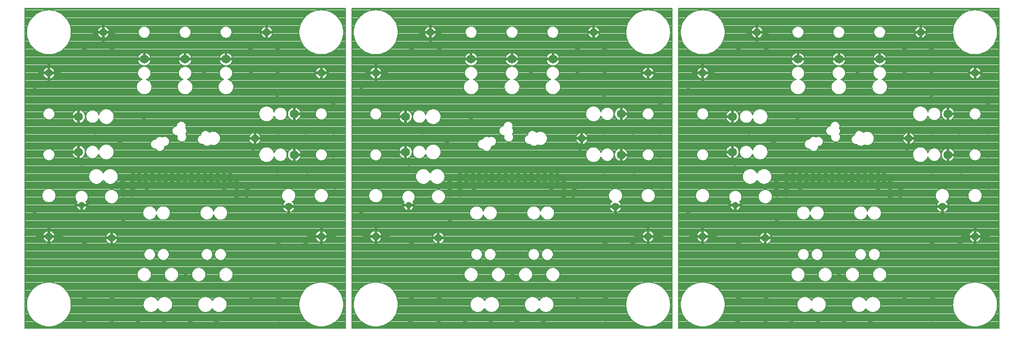
<source format=gbr>
G04 CAM350 V9.5.1 (Build 211) Date:  Fri Sep 21 11:09:19 2018 *
G04 Database: E:\9ÔÂ\9.21\PB18689\PB18689.cam *
G04 Layer 4: L2 *
%FSLAX33Y33*%
%MOMM*%
%SFA1.000B1.000*%

%MIA0B0*%
%IPPOS*%
%ADD10C,0.50000*%
%ADD11C,0.20000*%
%ADD13C,0.80000*%
%ADD14C,1.40000*%
%ADD17C,1.20000*%
%ADD71C,1.65000*%
%LNL2*%
%LPD*%
G54D13*
X36800Y27300D03*
X41950Y27450D03*
X46750Y27400D03*
X51550Y27350D03*
X56350Y27300D03*
X61150Y27250D03*
X67400Y27800D03*
X72600Y27650D03*
X36938Y31530D03*
X42018D03*
X55500Y32100D03*
X67450Y31750D03*
X72600Y31650D03*
X27900Y36650D03*
X36938Y36610D03*
X42018D03*
X55450Y35750D03*
X67418Y36610D03*
X72498D03*
X77578D03*
X82658D03*
X36938Y41690D03*
X72498D03*
X77578D03*
X27750Y47400D03*
X39800Y47850D03*
X44000Y46050D03*
Y49750D03*
X45750Y49700D03*
X66700Y49850D03*
X64850Y50050D03*
X66900Y46300D03*
X77578Y46770D03*
X82658D03*
X28100Y55200D03*
X36400Y55500D03*
X45750Y53050D03*
X43950Y52950D03*
X45800Y54200D03*
X43950Y51500D03*
X45800Y51600D03*
X48350Y51650D03*
X47000Y55400D03*
Y54200D03*
X48200Y53000D03*
Y54200D03*
Y55400D03*
X47000Y53000D03*
X51800Y55400D03*
X50600Y53000D03*
Y54200D03*
Y55400D03*
X49400Y53000D03*
Y54200D03*
Y55400D03*
X53000Y53000D03*
Y54200D03*
Y55400D03*
X51800Y53000D03*
Y54200D03*
X56600Y53000D03*
Y54200D03*
Y55400D03*
X57800Y53000D03*
Y54200D03*
Y55400D03*
X54200Y53000D03*
Y54200D03*
Y55400D03*
X55400D03*
Y54200D03*
Y53000D03*
X62600Y51450D03*
X60200Y55400D03*
X62600D03*
Y54200D03*
X59000Y53000D03*
Y54200D03*
Y55400D03*
X60200Y54200D03*
Y53000D03*
X61400Y55400D03*
Y54200D03*
Y53000D03*
X62600D03*
X63700Y54200D03*
Y53000D03*
X64850Y51450D03*
X66800Y51500D03*
X64850Y53000D03*
X72350Y54050D03*
X77850D03*
X82950Y51900D03*
X43450Y60150D03*
X48200Y56600D03*
X49400Y57900D03*
X53000Y56600D03*
X51800D03*
X50600D03*
X49400D03*
X55400D03*
X56600D03*
X57800D03*
X54200D03*
X60200D03*
X59000D03*
X61400D03*
X67850Y58450D03*
X82658Y56930D03*
X27850Y62350D03*
X38950Y61250D03*
X43650Y62650D03*
X47850Y64600D03*
X50050Y65300D03*
X53900Y65150D03*
X57600Y65100D03*
X62100Y65050D03*
X68000Y64000D03*
X72450Y62000D03*
X77550D03*
X82658Y62010D03*
X27750Y69800D03*
X72350Y69000D03*
X82658Y67090D03*
X36938Y72170D03*
X42018D03*
X51700Y72350D03*
X58850Y72750D03*
X67450D03*
X72400Y72800D03*
X36938Y77250D03*
X42018D03*
X67418D03*
X72400D03*
X36938Y82330D03*
X44350Y82350D03*
X52178Y82330D03*
X59050Y82350D03*
X67418Y82330D03*
X74600Y82250D03*
G54D14*
X41900Y42590D03*
X74400Y48400D03*
X68210Y60900D03*
X80400Y72900D03*
X70400Y80400D03*
X40400D03*
X30400Y72900D03*
Y42900D03*
X80400D03*
X41900Y42590D03*
X68210Y60900D03*
G54D17*
X36400Y48650D03*
Y48650D03*
G54D71*
X47900Y75440D03*
X35860Y64900D03*
X62900Y75440D03*
X75440Y65400D03*
X35860Y58400D03*
X75440Y57900D03*
X55400Y75440D03*
G54D13*
X96800Y27300D03*
X101950Y27450D03*
X106750Y27400D03*
X111550Y27350D03*
X116350Y27300D03*
X121150Y27250D03*
X127400Y27800D03*
X132600Y27650D03*
X96938Y31530D03*
X102018D03*
X115500Y32100D03*
X127450Y31750D03*
X132600Y31650D03*
X87900Y36650D03*
X96938Y36610D03*
X102018D03*
X115450Y35750D03*
X127418Y36610D03*
X132498D03*
X137578D03*
X142658D03*
X96938Y41690D03*
X132498D03*
X137578D03*
X87750Y47400D03*
X99800Y47850D03*
X104000Y46050D03*
Y49750D03*
X105750Y49700D03*
X126700Y49850D03*
X124850Y50050D03*
X126900Y46300D03*
X137578Y46770D03*
X142658D03*
X88100Y55200D03*
X96400Y55500D03*
X105750Y53050D03*
X103950Y52950D03*
X105800Y54200D03*
X103950Y51500D03*
X105800Y51600D03*
X108350Y51650D03*
X107000Y55400D03*
Y54200D03*
X108200Y53000D03*
Y54200D03*
Y55400D03*
X107000Y53000D03*
X111800Y55400D03*
X110600Y53000D03*
Y54200D03*
Y55400D03*
X109400Y53000D03*
Y54200D03*
Y55400D03*
X113000Y53000D03*
Y54200D03*
Y55400D03*
X111800Y53000D03*
Y54200D03*
X116600Y53000D03*
Y54200D03*
Y55400D03*
X117800Y53000D03*
Y54200D03*
Y55400D03*
X114200Y53000D03*
Y54200D03*
Y55400D03*
X115400D03*
Y54200D03*
Y53000D03*
X122600Y51450D03*
X120200Y55400D03*
X122600D03*
Y54200D03*
X119000Y53000D03*
Y54200D03*
Y55400D03*
X120200Y54200D03*
Y53000D03*
X121400Y55400D03*
Y54200D03*
Y53000D03*
X122600D03*
X123700Y54200D03*
Y53000D03*
X124850Y51450D03*
X126800Y51500D03*
X124850Y53000D03*
X132350Y54050D03*
X137850D03*
X142950Y51900D03*
X103450Y60150D03*
X108200Y56600D03*
X109400Y57900D03*
X113000Y56600D03*
X111800D03*
X110600D03*
X109400D03*
X115400D03*
X116600D03*
X117800D03*
X114200D03*
X120200D03*
X119000D03*
X121400D03*
X127850Y58450D03*
X142658Y56930D03*
X87850Y62350D03*
X98950Y61250D03*
X103650Y62650D03*
X107850Y64600D03*
X110050Y65300D03*
X113900Y65150D03*
X117600Y65100D03*
X122100Y65050D03*
X128000Y64000D03*
X132450Y62000D03*
X137550D03*
X142658Y62010D03*
X87750Y69800D03*
X132350Y69000D03*
X142658Y67090D03*
X96938Y72170D03*
X102018D03*
X111700Y72350D03*
X118850Y72750D03*
X127450D03*
X132400Y72800D03*
X96938Y77250D03*
X102018D03*
X127418D03*
X132400D03*
X96938Y82330D03*
X104350Y82350D03*
X112178Y82330D03*
X119050Y82350D03*
X127418Y82330D03*
X134600Y82250D03*
G54D14*
X101900Y42590D03*
X134400Y48400D03*
X128210Y60900D03*
X140400Y72900D03*
X130400Y80400D03*
X100400D03*
X90400Y72900D03*
Y42900D03*
X140400D03*
X101900Y42590D03*
X128210Y60900D03*
G54D17*
X96400Y48650D03*
Y48650D03*
G54D71*
X107900Y75440D03*
X95860Y64900D03*
X122900Y75440D03*
X135440Y65400D03*
X95860Y58400D03*
X135440Y57900D03*
X115400Y75440D03*
G54D13*
X156800Y27300D03*
X161950Y27450D03*
X166750Y27400D03*
X171550Y27350D03*
X176350Y27300D03*
X181150Y27250D03*
X187400Y27800D03*
X192600Y27650D03*
X156938Y31530D03*
X162018D03*
X175500Y32100D03*
X187450Y31750D03*
X192600Y31650D03*
X147900Y36650D03*
X156938Y36610D03*
X162018D03*
X175450Y35750D03*
X187418Y36610D03*
X192498D03*
X197578D03*
X202658D03*
X156938Y41690D03*
X192498D03*
X197578D03*
X147750Y47400D03*
X159800Y47850D03*
X164000Y46050D03*
Y49750D03*
X165750Y49700D03*
X186700Y49850D03*
X184850Y50050D03*
X186900Y46300D03*
X197578Y46770D03*
X202658D03*
X148100Y55200D03*
X156400Y55500D03*
X165750Y53050D03*
X163950Y52950D03*
X165800Y54200D03*
X163950Y51500D03*
X165800Y51600D03*
X168350Y51650D03*
X167000Y55400D03*
Y54200D03*
X168200Y53000D03*
Y54200D03*
Y55400D03*
X167000Y53000D03*
X171800Y55400D03*
X170600Y53000D03*
Y54200D03*
Y55400D03*
X169400Y53000D03*
Y54200D03*
Y55400D03*
X173000Y53000D03*
Y54200D03*
Y55400D03*
X171800Y53000D03*
Y54200D03*
X176600Y53000D03*
Y54200D03*
Y55400D03*
X177800Y53000D03*
Y54200D03*
Y55400D03*
X174200Y53000D03*
Y54200D03*
Y55400D03*
X175400D03*
Y54200D03*
Y53000D03*
X182600Y51450D03*
X180200Y55400D03*
X182600D03*
Y54200D03*
X179000Y53000D03*
Y54200D03*
Y55400D03*
X180200Y54200D03*
Y53000D03*
X181400Y55400D03*
Y54200D03*
Y53000D03*
X182600D03*
X183700Y54200D03*
Y53000D03*
X184850Y51450D03*
X186800Y51500D03*
X184850Y53000D03*
X192350Y54050D03*
X197850D03*
X202950Y51900D03*
X163450Y60150D03*
X168200Y56600D03*
X169400Y57900D03*
X173000Y56600D03*
X171800D03*
X170600D03*
X169400D03*
X175400D03*
X176600D03*
X177800D03*
X174200D03*
X180200D03*
X179000D03*
X181400D03*
X187850Y58450D03*
X202658Y56930D03*
X147850Y62350D03*
X158950Y61250D03*
X163650Y62650D03*
X167850Y64600D03*
X170050Y65300D03*
X173900Y65150D03*
X177600Y65100D03*
X182100Y65050D03*
X188000Y64000D03*
X192450Y62000D03*
X197550D03*
X202658Y62010D03*
X147750Y69800D03*
X192350Y69000D03*
X202658Y67090D03*
X156938Y72170D03*
X162018D03*
X171700Y72350D03*
X178850Y72750D03*
X187450D03*
X192400Y72800D03*
X156938Y77250D03*
X162018D03*
X187418D03*
X192400D03*
X156938Y82330D03*
X164350Y82350D03*
X172178Y82330D03*
X179050Y82350D03*
X187418Y82330D03*
X194600Y82250D03*
G54D14*
X161900Y42590D03*
X194400Y48400D03*
X188210Y60900D03*
X200400Y72900D03*
X190400Y80400D03*
X160400D03*
X150400Y72900D03*
Y42900D03*
X200400D03*
X161900Y42590D03*
X188210Y60900D03*
G54D17*
X156400Y48650D03*
Y48650D03*
G54D71*
X167900Y75440D03*
X155860Y64900D03*
X182900Y75440D03*
X195440Y65400D03*
X155860Y58400D03*
X195440Y57900D03*
X175400Y75440D03*
G54D10*
X30400Y40750D02*
G01Y42900D01*
X28250*
X32750D02*
G01X30400D01*
Y44650*
X78100Y42900D02*
G01X80400D01*
Y41050*
X82900Y42900D02*
G01X80400D01*
Y44900*
X30400Y71200D02*
G01Y72900D01*
X28700*
X32350D02*
G01X30400D01*
Y74900*
X40400Y78700D02*
G01Y80400D01*
X38500*
X42400D02*
G01X40400D01*
Y82050*
X41900Y41490D02*
G01Y41890D01*
X43000Y42590D02*
G01X42600D01*
X41900Y43690D02*
G01Y43290D01*
X40800Y42590D02*
G01X41200D01*
X71500Y80400D02*
G01X71100D01*
X70400Y81500D02*
G01Y81100D01*
X69300Y80400D02*
G01X69700D01*
X70400Y79300D02*
G01Y79700D01*
X81500Y72900D02*
G01X81100D01*
X80400Y74000D02*
G01Y73600D01*
X79300Y72900D02*
G01X79700D01*
X80400Y71800D02*
G01Y72200D01*
X67110Y60900D02*
G01X67510D01*
X68210Y59800D02*
G01Y60200D01*
X69310Y60900D02*
G01X68910D01*
X68210Y62000D02*
G01Y61600D01*
X74400Y47300D02*
G01Y47700D01*
X75500Y48400D02*
G01X75100D01*
X73300D02*
G01X73700D01*
X36400Y47650D02*
G01Y48050D01*
X37400Y48650D02*
G01X37000D01*
X35400D02*
G01X35800D01*
X49125Y75440D02*
G01X48725D01*
X47900Y76665D02*
G01Y76265D01*
X46675Y75440D02*
G01X47075D01*
X35860Y66125D02*
G01Y65725D01*
X34635Y64900D02*
G01X35035D01*
X35860Y63675D02*
G01Y64075D01*
X64125Y75440D02*
G01X63725D01*
X62900Y76665D02*
G01Y76265D01*
X61675Y75440D02*
G01X62075D01*
X75440Y64175D02*
G01Y64575D01*
X76665Y65400D02*
G01X76265D01*
X75440Y66625D02*
G01Y66225D01*
X35860Y59625D02*
G01Y59225D01*
X34635Y58400D02*
G01X35035D01*
X35860Y57175D02*
G01Y57575D01*
X75440Y56675D02*
G01Y57075D01*
X76665Y57900D02*
G01X76265D01*
X75440Y59125D02*
G01Y58725D01*
X56625Y75440D02*
G01X56225D01*
X55400Y76665D02*
G01Y76265D01*
X54175Y75440D02*
G01X54575D01*
G54D11*
X84799Y26000D02*
G01Y84799D01*
Y84799D02*
G01X26000D01*
Y84799D02*
G01Y26000D01*
X84799*
X26000Y84769D02*
G01X84799D01*
X26000Y84589D02*
G01X84799D01*
X81255Y84409D02*
G01X84799D01*
X81864Y84229D02*
G01X84799D01*
X82268Y84049D02*
G01X84799D01*
X82584Y83869D02*
G01X84799D01*
X82847Y83689D02*
G01X84799D01*
X83072Y83509D02*
G01X84799D01*
X83268Y83329D02*
G01X84799D01*
X83441Y83149D02*
G01X84799D01*
X83594Y82969D02*
G01X84799D01*
X83731Y82789D02*
G01X84799D01*
X83853Y82609D02*
G01X84799D01*
X83962Y82429D02*
G01X84799D01*
X84059Y82249D02*
G01X84799D01*
X84144Y82069D02*
G01X84799D01*
X84219Y81889D02*
G01X84799D01*
X84285Y81709D02*
G01X84799D01*
X84341Y81529D02*
G01X84799D01*
X84388Y81349D02*
G01X84799D01*
X84427Y81169D02*
G01X84799D01*
X84457Y80989D02*
G01X84799D01*
X84479Y80809D02*
G01X84799D01*
X84493Y80629D02*
G01X84799D01*
X84499Y80449D02*
G01X84799D01*
X84497Y80269D02*
G01X84799D01*
X84488Y80089D02*
G01X84799D01*
X84470Y79909D02*
G01X84799D01*
X84444Y79729D02*
G01X84799D01*
X84410Y79549D02*
G01X84799D01*
X84368Y79369D02*
G01X84799D01*
X84317Y79189D02*
G01X84799D01*
X84257Y79009D02*
G01X84799D01*
X84187Y78829D02*
G01X84799D01*
X84107Y78649D02*
G01X84799D01*
X84017Y78469D02*
G01X84799D01*
X83915Y78289D02*
G01X84799D01*
X83800Y78109D02*
G01X84799D01*
X83672Y77929D02*
G01X84799D01*
X83528Y77749D02*
G01X84799D01*
X83366Y77569D02*
G01X84799D01*
X83183Y77389D02*
G01X84799D01*
X82975Y77209D02*
G01X84799D01*
X82734Y77029D02*
G01X84799D01*
X82450Y76849D02*
G01X84799D01*
X82101Y76669D02*
G01X84799D01*
X81632Y76489D02*
G01X84799D01*
X80681Y76309D02*
G01X84799D01*
X63912Y76129D02*
G01X84799D01*
X64013Y75949D02*
G01X84799D01*
X64079Y75769D02*
G01X84799D01*
X64115Y75589D02*
G01X84799D01*
X64124Y75409D02*
G01X84799D01*
X64106Y75229D02*
G01X84799D01*
X64061Y75049D02*
G01X84799D01*
X63984Y74869D02*
G01X84799D01*
X63868Y74689D02*
G01X84799D01*
X63696Y74509D02*
G01X84799D01*
X63417Y74329D02*
G01X84799D01*
X26000Y74149D02*
G01X84799D01*
X80656Y73969D02*
G01X84799D01*
X81046Y73789D02*
G01X84799D01*
X81240Y73609D02*
G01X84799D01*
X81364Y73429D02*
G01X84799D01*
X81442Y73249D02*
G01X84799D01*
X81486Y73069D02*
G01X84799D01*
X81499Y72889D02*
G01X84799D01*
X81483Y72709D02*
G01X84799D01*
X81435Y72529D02*
G01X84799D01*
X81352Y72349D02*
G01X84799D01*
X81222Y72169D02*
G01X84799D01*
X81017Y71989D02*
G01X84799D01*
X80545Y71809D02*
G01X84799D01*
X63546Y71629D02*
G01X84799D01*
X63818Y71449D02*
G01X84799D01*
X63996Y71269D02*
G01X84799D01*
X64124Y71089D02*
G01X84799D01*
X64214Y70909D02*
G01X84799D01*
X64276Y70729D02*
G01X84799D01*
X64312Y70549D02*
G01X84799D01*
X64324Y70369D02*
G01X84799D01*
X64314Y70189D02*
G01X84799D01*
X64281Y70009D02*
G01X84799D01*
X64222Y69829D02*
G01X84799D01*
X64135Y69649D02*
G01X84799D01*
X64012Y69469D02*
G01X84799D01*
X63840Y69289D02*
G01X84799D01*
X63583Y69109D02*
G01X84799D01*
X26000Y68929D02*
G01X84799D01*
X26000Y68749D02*
G01X84799D01*
X26000Y68569D02*
G01X84799D01*
X26000Y68389D02*
G01X84799D01*
X26000Y68209D02*
G01X84799D01*
X26000Y68029D02*
G01X84799D01*
X26000Y67849D02*
G01X84799D01*
X26000Y67669D02*
G01X84799D01*
X26000Y67489D02*
G01X84799D01*
X26000Y67309D02*
G01X84799D01*
X26000Y67129D02*
G01X84799D01*
X26000Y66949D02*
G01X84799D01*
X70753Y66769D02*
G01X84799D01*
X75732Y66589D02*
G01X84799D01*
X80836Y66409D02*
G01X84799D01*
X81122Y66229D02*
G01X84799D01*
X81287Y66049D02*
G01X84799D01*
X81394Y65869D02*
G01X84799D01*
X81461Y65689D02*
G01X84799D01*
X81494Y65509D02*
G01X84799D01*
X81497Y65329D02*
G01X84799D01*
X81471Y65149D02*
G01X84799D01*
X81412Y64969D02*
G01X84799D01*
X81315Y64789D02*
G01X84799D01*
X81165Y64609D02*
G01X84799D01*
X80918Y64429D02*
G01X84799D01*
X75861Y64249D02*
G01X84799D01*
X70870Y64069D02*
G01X84799D01*
X55212Y63889D02*
G01X84799D01*
X55404Y63709D02*
G01X84799D01*
X55516Y63529D02*
G01X84799D01*
X55577Y63349D02*
G01X84799D01*
X55599Y63169D02*
G01X84799D01*
X55585Y62989D02*
G01X84799D01*
X55533Y62809D02*
G01X84799D01*
X55616Y62629D02*
G01X84799D01*
X55677Y62449D02*
G01X84799D01*
X59521Y62269D02*
G01X84799D01*
X61114Y62089D02*
G01X84799D01*
X68646Y61909D02*
G01X84799D01*
X68932Y61729D02*
G01X84799D01*
X69097Y61549D02*
G01X84799D01*
X69204Y61369D02*
G01X84799D01*
X69271Y61189D02*
G01X84799D01*
X69304Y61009D02*
G01X84799D01*
X69307Y60829D02*
G01X84799D01*
X69281Y60649D02*
G01X84799D01*
X69222Y60469D02*
G01X84799D01*
X69125Y60289D02*
G01X84799D01*
X68975Y60109D02*
G01X84799D01*
X68728Y59929D02*
G01X84799D01*
X61195Y59749D02*
G01X84799D01*
X59848Y59569D02*
G01X84799D01*
X51649Y59389D02*
G01X84799D01*
X70921Y59209D02*
G01X84799D01*
X75913Y59029D02*
G01X84799D01*
X80955Y58849D02*
G01X84799D01*
X81185Y58669D02*
G01X84799D01*
X81328Y58489D02*
G01X84799D01*
X81420Y58309D02*
G01X84799D01*
X81475Y58129D02*
G01X84799D01*
X81498Y57949D02*
G01X84799D01*
X81492Y57769D02*
G01X84799D01*
X81455Y57589D02*
G01X84799D01*
X81384Y57409D02*
G01X84799D01*
X81272Y57229D02*
G01X84799D01*
X81097Y57049D02*
G01X84799D01*
X80785Y56869D02*
G01X84799D01*
X75629Y56689D02*
G01X84799D01*
X70672Y56509D02*
G01X84799D01*
X26000Y56329D02*
G01X84799D01*
X26000Y56149D02*
G01X84799D01*
X26000Y55969D02*
G01X84799D01*
X26000Y55789D02*
G01X84799D01*
X26000Y55609D02*
G01X84799D01*
X26000Y55429D02*
G01X84799D01*
X42127Y55249D02*
G01X84799D01*
X42483Y55069D02*
G01X84799D01*
X42695Y54889D02*
G01X84799D01*
X42842Y54709D02*
G01X84799D01*
X42948Y54529D02*
G01X84799D01*
X43022Y54349D02*
G01X84799D01*
X43069Y54169D02*
G01X84799D01*
X43092Y53989D02*
G01X84799D01*
X43092Y53809D02*
G01X84799D01*
X43069Y53629D02*
G01X84799D01*
X43021Y53449D02*
G01X84799D01*
X42948Y53269D02*
G01X84799D01*
X42842Y53089D02*
G01X84799D01*
X42694Y52909D02*
G01X84799D01*
X42482Y52729D02*
G01X84799D01*
X42125Y52549D02*
G01X84799D01*
X26000Y52369D02*
G01X84799D01*
X26000Y52189D02*
G01X84799D01*
X26000Y52009D02*
G01X84799D01*
X26000Y51829D02*
G01X84799D01*
X80758Y51649D02*
G01X84799D01*
X81138Y51469D02*
G01X84799D01*
X81347Y51289D02*
G01X84799D01*
X81489Y51109D02*
G01X84799D01*
X81587Y50929D02*
G01X84799D01*
X81652Y50749D02*
G01X84799D01*
X81688Y50569D02*
G01X84799D01*
X81699Y50389D02*
G01X84799D01*
X81686Y50209D02*
G01X84799D01*
X81646Y50029D02*
G01X84799D01*
X81577Y49849D02*
G01X84799D01*
X81475Y49669D02*
G01X84799D01*
X81328Y49489D02*
G01X84799D01*
X81107Y49309D02*
G01X84799D01*
X80676Y49129D02*
G01X84799D01*
X75352Y48949D02*
G01X84799D01*
X75436Y48769D02*
G01X84799D01*
X75483Y48589D02*
G01X84799D01*
X75499Y48409D02*
G01X84799D01*
X75486Y48229D02*
G01X84799D01*
X75442Y48049D02*
G01X84799D01*
X75363Y47869D02*
G01X84799D01*
X75239Y47689D02*
G01X84799D01*
X75046Y47509D02*
G01X84799D01*
X74653Y47329D02*
G01X84799D01*
X63198Y47149D02*
G01X84799D01*
X63177Y46969D02*
G01X84799D01*
X63130Y46789D02*
G01X84799D01*
X63053Y46609D02*
G01X84799D01*
X62939Y46429D02*
G01X84799D01*
X62776Y46249D02*
G01X84799D01*
X62524Y46069D02*
G01X84799D01*
X26000Y45889D02*
G01X84799D01*
X26000Y45709D02*
G01X84799D01*
X26000Y45529D02*
G01X84799D01*
X26000Y45349D02*
G01X84799D01*
X26000Y45169D02*
G01X84799D01*
X26000Y44989D02*
G01X84799D01*
X26000Y44809D02*
G01X84799D01*
X26000Y44629D02*
G01X84799D01*
X26000Y44449D02*
G01X84799D01*
X26000Y44269D02*
G01X84799D01*
X26000Y44089D02*
G01X84799D01*
X80836Y43909D02*
G01X84799D01*
X81122Y43729D02*
G01X84799D01*
X81287Y43549D02*
G01X84799D01*
X81394Y43369D02*
G01X84799D01*
X81461Y43189D02*
G01X84799D01*
X81494Y43009D02*
G01X84799D01*
X81497Y42829D02*
G01X84799D01*
X81471Y42649D02*
G01X84799D01*
X81412Y42469D02*
G01X84799D01*
X81315Y42289D02*
G01X84799D01*
X81165Y42109D02*
G01X84799D01*
X80918Y41929D02*
G01X84799D01*
X42609Y41749D02*
G01X84799D01*
X42311Y41569D02*
G01X84799D01*
X26000Y41389D02*
G01X84799D01*
X26000Y41209D02*
G01X84799D01*
X26000Y41029D02*
G01X84799D01*
X26000Y40849D02*
G01X84799D01*
X62110Y40669D02*
G01X84799D01*
X62532Y40489D02*
G01X84799D01*
X62731Y40309D02*
G01X84799D01*
X62858Y40129D02*
G01X84799D01*
X62939Y39949D02*
G01X84799D01*
X62985Y39769D02*
G01X84799D01*
X63000Y39589D02*
G01X84799D01*
X62985Y39409D02*
G01X84799D01*
X62939Y39229D02*
G01X84799D01*
X62858Y39049D02*
G01X84799D01*
X62731Y38869D02*
G01X84799D01*
X62531Y38689D02*
G01X84799D01*
X62107Y38509D02*
G01X84799D01*
X26000Y38329D02*
G01X84799D01*
X26000Y38149D02*
G01X84799D01*
X26000Y37969D02*
G01X84799D01*
X26000Y37789D02*
G01X84799D01*
X26000Y37609D02*
G01X84799D01*
X26000Y37429D02*
G01X84799D01*
X26000Y37249D02*
G01X84799D01*
X63467Y37069D02*
G01X84799D01*
X63742Y36889D02*
G01X84799D01*
X63917Y36709D02*
G01X84799D01*
X64037Y36529D02*
G01X84799D01*
X64119Y36349D02*
G01X84799D01*
X64171Y36169D02*
G01X84799D01*
X64196Y35989D02*
G01X84799D01*
X64196Y35809D02*
G01X84799D01*
X64171Y35629D02*
G01X84799D01*
X64119Y35449D02*
G01X84799D01*
X64036Y35269D02*
G01X84799D01*
X63916Y35089D02*
G01X84799D01*
X63742Y34909D02*
G01X84799D01*
X63465Y34729D02*
G01X84799D01*
X26000Y34549D02*
G01X84799D01*
X81425Y34369D02*
G01X84799D01*
X81964Y34189D02*
G01X84799D01*
X82344Y34009D02*
G01X84799D01*
X82646Y33829D02*
G01X84799D01*
X82899Y33649D02*
G01X84799D01*
X83117Y33469D02*
G01X84799D01*
X83308Y33289D02*
G01X84799D01*
X83476Y33109D02*
G01X84799D01*
X83626Y32929D02*
G01X84799D01*
X83759Y32749D02*
G01X84799D01*
X83878Y32569D02*
G01X84799D01*
X83984Y32389D02*
G01X84799D01*
X84079Y32209D02*
G01X84799D01*
X84162Y32029D02*
G01X84799D01*
X84235Y31849D02*
G01X84799D01*
X84298Y31669D02*
G01X84799D01*
X84352Y31489D02*
G01X84799D01*
X84397Y31309D02*
G01X84799D01*
X84434Y31129D02*
G01X84799D01*
X84462Y30949D02*
G01X84799D01*
X84483Y30769D02*
G01X84799D01*
X84495Y30589D02*
G01X84799D01*
X84499Y30409D02*
G01X84799D01*
X84496Y30229D02*
G01X84799D01*
X84485Y30049D02*
G01X84799D01*
X84465Y29869D02*
G01X84799D01*
X84438Y29689D02*
G01X84799D01*
X84402Y29509D02*
G01X84799D01*
X84357Y29329D02*
G01X84799D01*
X84304Y29149D02*
G01X84799D01*
X84242Y28969D02*
G01X84799D01*
X84170Y28789D02*
G01X84799D01*
X84088Y28609D02*
G01X84799D01*
X83995Y28429D02*
G01X84799D01*
X83890Y28249D02*
G01X84799D01*
X83773Y28069D02*
G01X84799D01*
X83641Y27889D02*
G01X84799D01*
X83493Y27709D02*
G01X84799D01*
X83327Y27529D02*
G01X84799D01*
X83139Y27349D02*
G01X84799D01*
X82924Y27169D02*
G01X84799D01*
X82675Y26989D02*
G01X84799D01*
X82379Y26809D02*
G01X84799D01*
X82010Y26629D02*
G01X84799D01*
X81497Y26449D02*
G01X84799D01*
X26000Y26269D02*
G01X84799D01*
X26000Y26089D02*
G01X84799D01*
X63458Y71809D02*
G01X80254D01*
X63497Y73969D02*
G01X80143D01*
X75223Y49129D02*
G01X80123D01*
X63762Y76309D02*
G01X80118D01*
X74758Y51649D02*
G01X80041D01*
X76102Y56869D02*
G01X80014D01*
X76133Y66409D02*
G01X79963D01*
X30836Y43909D02*
G01X79963D01*
X76187Y64429D02*
G01X79881D01*
X42779Y41929D02*
G01X79881D01*
X76213Y58849D02*
G01X79844D01*
X63719Y71989D02*
G01X79782D01*
X63742Y73789D02*
G01X79753D01*
X76321Y57049D02*
G01X79702D01*
X75107Y49309D02*
G01X79692D01*
X76341Y66229D02*
G01X79677D01*
X31122Y43729D02*
G01X79677D01*
X75138Y51469D02*
G01X79661D01*
X76375Y64609D02*
G01X79634D01*
X42889Y42109D02*
G01X79634D01*
X76393Y58669D02*
G01X79614D01*
X63883Y72169D02*
G01X79577D01*
X63898Y73609D02*
G01X79559D01*
X31255Y84409D02*
G01X79544D01*
X76465Y57229D02*
G01X79527D01*
X76478Y66049D02*
G01X79512D01*
X42437Y43549D02*
G01X79512D01*
X76502Y64789D02*
G01X79484D01*
X42958Y42289D02*
G01X79484D01*
X75328Y49489D02*
G01X79471D01*
X76513Y58489D02*
G01X79471D01*
X75347Y51289D02*
G01X79452D01*
X63994Y72349D02*
G01X79447D01*
X64004Y73429D02*
G01X79435D01*
X76562Y57409D02*
G01X79415D01*
X76571Y65869D02*
G01X79405D01*
X42675Y43369D02*
G01X79405D01*
X76586Y64969D02*
G01X79387D01*
X42993Y42469D02*
G01X79387D01*
X76594Y58309D02*
G01X79379D01*
X31425Y34369D02*
G01X79374D01*
X64067Y72529D02*
G01X79364D01*
X64074Y73249D02*
G01X79357D01*
X76625Y57589D02*
G01X79344D01*
X76630Y65689D02*
G01X79338D01*
X42822Y43189D02*
G01X79338D01*
X76639Y65149D02*
G01X79328D01*
X42998Y42649D02*
G01X79328D01*
X75475Y49669D02*
G01X79324D01*
X76643Y58129D02*
G01X79324D01*
X64110Y72709D02*
G01X79316D01*
X64113Y73069D02*
G01X79313D01*
X75489Y51109D02*
G01X79310D01*
X76658Y57769D02*
G01X79307D01*
X76660Y65509D02*
G01X79305D01*
X42916Y43009D02*
G01X79305D01*
X31497Y26449D02*
G01X79302D01*
X76662Y65329D02*
G01X79302D01*
X42973Y42829D02*
G01X79302D01*
X76664Y57949D02*
G01X79301D01*
X64124Y72889D02*
G01X79300D01*
X75577Y49849D02*
G01X79222D01*
X75587Y50929D02*
G01X79212D01*
X63531Y76489D02*
G01X79167D01*
X75646Y50029D02*
G01X79153D01*
X75652Y50749D02*
G01X79147D01*
X75686Y50209D02*
G01X79114D01*
X75688Y50569D02*
G01X79111D01*
X75699Y50389D02*
G01X79100D01*
X31864Y84229D02*
G01X78935D01*
X31964Y34189D02*
G01X78835D01*
X32010Y26629D02*
G01X78789D01*
X32101Y76669D02*
G01X78698D01*
X32268Y84049D02*
G01X78531D01*
X32344Y34009D02*
G01X78455D01*
X32379Y26809D02*
G01X78420D01*
X32450Y76849D02*
G01X78349D01*
X32584Y83869D02*
G01X78215D01*
X32646Y33829D02*
G01X78153D01*
X32675Y26989D02*
G01X78124D01*
X32734Y77029D02*
G01X78065D01*
X32847Y83689D02*
G01X77952D01*
X32899Y33649D02*
G01X77900D01*
X32924Y27169D02*
G01X77875D01*
X32975Y77209D02*
G01X77824D01*
X33072Y83509D02*
G01X77727D01*
X33117Y33469D02*
G01X77682D01*
X33139Y27349D02*
G01X77660D01*
X33183Y77389D02*
G01X77616D01*
X33268Y83329D02*
G01X77531D01*
X33308Y33289D02*
G01X77491D01*
X33327Y27529D02*
G01X77472D01*
X33366Y77569D02*
G01X77433D01*
X33441Y83149D02*
G01X77358D01*
X33476Y33109D02*
G01X77323D01*
X33493Y27709D02*
G01X77306D01*
X33528Y77749D02*
G01X77271D01*
X33594Y82969D02*
G01X77205D01*
X33626Y32929D02*
G01X77173D01*
X33641Y27889D02*
G01X77158D01*
X33672Y77929D02*
G01X77127D01*
X33731Y82789D02*
G01X77068D01*
X33759Y32749D02*
G01X77040D01*
X33773Y28069D02*
G01X77026D01*
X33800Y78109D02*
G01X76999D01*
X33853Y82609D02*
G01X76946D01*
X33878Y32569D02*
G01X76921D01*
X33890Y28249D02*
G01X76909D01*
X33915Y78289D02*
G01X76884D01*
X33962Y82429D02*
G01X76837D01*
X33984Y32389D02*
G01X76815D01*
X33995Y28429D02*
G01X76804D01*
X34017Y78469D02*
G01X76782D01*
X34059Y82249D02*
G01X76740D01*
X34079Y32209D02*
G01X76720D01*
X34088Y28609D02*
G01X76711D01*
X34107Y78649D02*
G01X76692D01*
X34144Y82069D02*
G01X76655D01*
X34162Y32029D02*
G01X76637D01*
X34170Y28789D02*
G01X76629D01*
X34187Y78829D02*
G01X76612D01*
X34219Y81889D02*
G01X76580D01*
X61681Y31849D02*
G01X76564D01*
X61888Y28969D02*
G01X76557D01*
X34257Y79009D02*
G01X76542D01*
X34285Y81709D02*
G01X76514D01*
X62350Y31669D02*
G01X76501D01*
X62384Y29149D02*
G01X76495D01*
X34317Y79189D02*
G01X76482D01*
X34341Y81529D02*
G01X76458D01*
X62606Y31489D02*
G01X76447D01*
X62628Y29329D02*
G01X76442D01*
X70785Y79369D02*
G01X76431D01*
X70955Y81349D02*
G01X76411D01*
X62779Y31309D02*
G01X76402D01*
X62794Y29509D02*
G01X76397D01*
X71097Y79549D02*
G01X76389D01*
X71185Y81169D02*
G01X76372D01*
X62903Y31129D02*
G01X76365D01*
X62914Y29689D02*
G01X76362D01*
X71272Y79729D02*
G01X76355D01*
X71328Y80989D02*
G01X76342D01*
X62991Y30949D02*
G01X76337D01*
X62999Y29869D02*
G01X76334D01*
X71384Y79909D02*
G01X76329D01*
X71420Y80809D02*
G01X76320D01*
X63052Y30769D02*
G01X76316D01*
X63057Y30049D02*
G01X76314D01*
X71455Y80089D02*
G01X76311D01*
X71475Y80629D02*
G01X76306D01*
X63087Y30589D02*
G01X76304D01*
X63089Y30229D02*
G01X76303D01*
X71492Y80269D02*
G01X76302D01*
X71498Y80449D02*
G01X76300D01*
X63099Y30409D02*
G01X76300D01*
X73089Y56689D02*
G01X75250D01*
X73192Y66589D02*
G01X75147D01*
X73321Y64249D02*
G01X75018D01*
X73373Y59029D02*
G01X74966D01*
X73562Y56869D02*
G01X74777D01*
X73593Y66409D02*
G01X74746D01*
X73647Y64429D02*
G01X74692D01*
X73673Y58849D02*
G01X74666D01*
X73781Y57049D02*
G01X74558D01*
X73801Y66229D02*
G01X74538D01*
X73835Y64609D02*
G01X74504D01*
X73853Y58669D02*
G01X74486D01*
X73925Y57229D02*
G01X74414D01*
X73938Y66049D02*
G01X74401D01*
X73962Y64789D02*
G01X74377D01*
X73973Y58489D02*
G01X74366D01*
X74022Y57409D02*
G01X74317D01*
X74031Y65869D02*
G01X74308D01*
X74046Y64969D02*
G01X74293D01*
X74054Y58309D02*
G01X74285D01*
X74085Y57589D02*
G01X74254D01*
X74090Y65689D02*
G01X74249D01*
X74099Y65149D02*
G01X74240D01*
X74103Y58129D02*
G01X74236D01*
X74118Y57769D02*
G01X74221D01*
X74120Y65509D02*
G01X74219D01*
X74122Y65329D02*
G01X74217D01*
X74124Y57949D02*
G01X74216D01*
X63194Y47329D02*
G01X74146D01*
X30758Y51649D02*
G01X74041D01*
X63165Y47509D02*
G01X73754D01*
X42837Y49309D02*
G01X73692D01*
X42221Y51469D02*
G01X73661D01*
X42623Y49129D02*
G01X73576D01*
X63108Y47689D02*
G01X73560D01*
X42982Y49489D02*
G01X73471D01*
X42624Y51289D02*
G01X73452D01*
X42218Y48949D02*
G01X73447D01*
X63020Y47869D02*
G01X73436D01*
X37392Y48769D02*
G01X73363D01*
X62892Y48049D02*
G01X73357D01*
X43082Y49669D02*
G01X73324D01*
X37398Y48589D02*
G01X73316D01*
X62706Y48229D02*
G01X73313D01*
X42838Y51109D02*
G01X73310D01*
X62400Y48409D02*
G01X73300D01*
X43149Y49849D02*
G01X73222D01*
X42982Y50929D02*
G01X73212D01*
X43187Y50029D02*
G01X73153D01*
X43082Y50749D02*
G01X73147D01*
X43200Y50209D02*
G01X73114D01*
X43149Y50569D02*
G01X73111D01*
X43187Y50389D02*
G01X73100D01*
X71112Y56689D02*
G01X72710D01*
X71144Y66589D02*
G01X72607D01*
X71201Y64249D02*
G01X72478D01*
X71228Y59029D02*
G01X72426D01*
X71344Y56869D02*
G01X72237D01*
X71365Y66409D02*
G01X72206D01*
X71403Y64429D02*
G01X72152D01*
X71422Y58849D02*
G01X72126D01*
X71503Y57049D02*
G01X72018D01*
X71518Y66229D02*
G01X71998D01*
X71545Y64609D02*
G01X71964D01*
X71559Y58669D02*
G01X71946D01*
X71617Y57229D02*
G01X71874D01*
X71628Y66049D02*
G01X71861D01*
X71647Y64789D02*
G01X71837D01*
X71657Y58489D02*
G01X71826D01*
X71697Y57409D02*
G01X71777D01*
X71705Y65869D02*
G01X71768D01*
X71718Y64969D02*
G01X71753D01*
X71724Y58309D02*
G01X71745D01*
X26000Y56509D02*
G01X70047D01*
X63285Y79369D02*
G01X70014D01*
X26000Y66769D02*
G01X69966D01*
X42098Y64069D02*
G01X69849D01*
X63455Y81349D02*
G01X69844D01*
X51629Y59209D02*
G01X69798D01*
X63597Y79549D02*
G01X69702D01*
X63685Y81169D02*
G01X69614D01*
X26000Y56689D02*
G01X69607D01*
X26000Y66589D02*
G01X69575D01*
X63772Y79729D02*
G01X69527D01*
X42207Y64249D02*
G01X69518D01*
X51570Y59029D02*
G01X69491D01*
X63828Y80989D02*
G01X69471D01*
X63884Y79909D02*
G01X69415D01*
X63920Y80809D02*
G01X69379D01*
X30785Y56869D02*
G01X69375D01*
X30836Y66409D02*
G01X69354D01*
X63955Y80089D02*
G01X69344D01*
X63975Y80629D02*
G01X69324D01*
X42285Y64429D02*
G01X69316D01*
X63992Y80269D02*
G01X69307D01*
X63998Y80449D02*
G01X69301D01*
X51462Y58849D02*
G01X69297D01*
X41395Y57049D02*
G01X69216D01*
X41452Y66229D02*
G01X69201D01*
X42335Y64609D02*
G01X69174D01*
X51275Y58669D02*
G01X69160D01*
X41752Y57229D02*
G01X69102D01*
X41781Y66049D02*
G01X69091D01*
X42360Y64789D02*
G01X69072D01*
X42362Y58489D02*
G01X69062D01*
X41964Y57409D02*
G01X69022D01*
X41984Y65869D02*
G01X69014D01*
X42363Y64969D02*
G01X69001D01*
X42362Y58309D02*
G01X68995D01*
X42112Y57589D02*
G01X68969D01*
X42126Y65689D02*
G01X68964D01*
X42342Y65149D02*
G01X68957D01*
X42339Y58129D02*
G01X68953D01*
X42218Y57769D02*
G01X68940D01*
X42228Y65509D02*
G01X68939D01*
X42298Y65329D02*
G01X68936D01*
X42291Y57949D02*
G01X68935D01*
X61408Y61909D02*
G01X67773D01*
X61455Y59929D02*
G01X67691D01*
X61590Y61729D02*
G01X67487D01*
X61622Y60109D02*
G01X67444D01*
X61716Y61549D02*
G01X67322D01*
X61737Y60289D02*
G01X67294D01*
X61802Y61369D02*
G01X67215D01*
X61816Y60469D02*
G01X67197D01*
X61857Y61189D02*
G01X67148D01*
X61865Y60649D02*
G01X67138D01*
X61885Y61009D02*
G01X67115D01*
X61888Y60829D02*
G01X67112D01*
X55785Y79369D02*
G01X62514D01*
X55917Y74329D02*
G01X62382D01*
X55955Y81349D02*
G01X62344D01*
X55958Y71809D02*
G01X62341D01*
X58465Y34729D02*
G01X62334D01*
X58467Y37069D02*
G01X62332D01*
X55997Y73969D02*
G01X62302D01*
X56031Y76489D02*
G01X62268D01*
X56046Y71629D02*
G01X62253D01*
X56083Y69109D02*
G01X62216D01*
X56097Y79549D02*
G01X62202D01*
X56185Y81169D02*
G01X62114D01*
X56196Y74509D02*
G01X62103D01*
X56219Y71989D02*
G01X62080D01*
X56242Y73789D02*
G01X62057D01*
X58742Y34909D02*
G01X62057D01*
X58742Y36889D02*
G01X62057D01*
X56262Y76309D02*
G01X62037D01*
X56272Y79729D02*
G01X62027D01*
X56318Y71449D02*
G01X61981D01*
X56328Y80989D02*
G01X61971D01*
X56340Y69289D02*
G01X61959D01*
X56368Y74689D02*
G01X61931D01*
X56383Y72169D02*
G01X61916D01*
X56384Y79909D02*
G01X61915D01*
X56398Y73609D02*
G01X61901D01*
X56412Y76129D02*
G01X61887D01*
X58916Y35089D02*
G01X61883D01*
X58917Y36709D02*
G01X61882D01*
X56420Y80809D02*
G01X61879D01*
X56455Y80089D02*
G01X61844D01*
X56475Y80629D02*
G01X61824D01*
X56484Y74869D02*
G01X61815D01*
X56492Y80269D02*
G01X61807D01*
X56494Y72349D02*
G01X61805D01*
X56496Y71269D02*
G01X61803D01*
X56498Y80449D02*
G01X61801D01*
X56504Y73429D02*
G01X61795D01*
X56512Y69469D02*
G01X61787D01*
X56513Y75949D02*
G01X61786D01*
X59036Y35269D02*
G01X61763D01*
X59037Y36529D02*
G01X61762D01*
X56561Y75049D02*
G01X61738D01*
X56567Y72529D02*
G01X61732D01*
X56574Y73249D02*
G01X61725D01*
X56579Y75769D02*
G01X61720D01*
X56606Y75229D02*
G01X61693D01*
X51607Y38509D02*
G01X61692D01*
X56610Y72709D02*
G01X61689D01*
X51610Y40669D02*
G01X61689D01*
X56613Y73069D02*
G01X61686D01*
X56615Y75589D02*
G01X61684D01*
X59119Y35449D02*
G01X61680D01*
X59119Y36349D02*
G01X61680D01*
X56624Y71089D02*
G01X61675D01*
X56624Y75409D02*
G01X61675D01*
X56624Y72889D02*
G01X61675D01*
X56635Y69649D02*
G01X61664D01*
X59171Y35629D02*
G01X61628D01*
X59171Y36169D02*
G01X61628D01*
X59181Y31849D02*
G01X61618D01*
X59196Y35809D02*
G01X61603D01*
X59196Y35989D02*
G01X61603D01*
X56714Y70909D02*
G01X61585D01*
X56722Y69829D02*
G01X61577D01*
X56776Y70729D02*
G01X61523D01*
X56781Y70009D02*
G01X61518D01*
X56812Y70549D02*
G01X61487D01*
X56814Y70189D02*
G01X61485D01*
X56824Y70369D02*
G01X61475D01*
X59388Y28969D02*
G01X61411D01*
X59831Y48409D02*
G01X61399D01*
X59970Y46069D02*
G01X61275D01*
X59987Y38689D02*
G01X61268D01*
X59988Y40489D02*
G01X61267D01*
X60165Y48229D02*
G01X61093D01*
X60197Y38869D02*
G01X61068D01*
X60198Y40309D02*
G01X61068D01*
X60238Y46249D02*
G01X61023D01*
X59850Y31669D02*
G01X60949D01*
X60329Y39049D02*
G01X60941D01*
X60329Y40129D02*
G01X60941D01*
X59884Y29149D02*
G01X60915D01*
X60359Y48049D02*
G01X60907D01*
X60412Y39229D02*
G01X60860D01*
X60413Y39949D02*
G01X60860D01*
X60408Y46429D02*
G01X60860D01*
X60459Y39409D02*
G01X60814D01*
X60459Y39769D02*
G01X60814D01*
X60475Y39589D02*
G01X60799D01*
X60491Y47869D02*
G01X60779D01*
X60524Y46609D02*
G01X60746D01*
X60106Y31489D02*
G01X60693D01*
X60581Y47689D02*
G01X60691D01*
X60128Y29329D02*
G01X60671D01*
X60603Y46789D02*
G01X60669D01*
X60279Y31309D02*
G01X60520D01*
X60294Y29509D02*
G01X60505D01*
X59783Y62089D02*
G01X60065D01*
X51681Y31849D02*
G01X59118D01*
X51900Y48409D02*
G01X58968D01*
X52098Y59569D02*
G01X58951D01*
X51888Y28969D02*
G01X58911D01*
X52024Y46069D02*
G01X58829D01*
X52031Y38689D02*
G01X58812D01*
X52032Y40489D02*
G01X58811D01*
X55699Y62269D02*
G01X58778D01*
X52320Y59749D02*
G01X58729D01*
X52206Y48229D02*
G01X58634D01*
X52231Y38869D02*
G01X58602D01*
X52231Y40309D02*
G01X58601D01*
X52276Y46249D02*
G01X58561D01*
X55685Y62089D02*
G01X58516D01*
X52358Y39049D02*
G01X58470D01*
X52358Y40129D02*
G01X58470D01*
X52350Y31669D02*
G01X58449D01*
X52392Y48049D02*
G01X58440D01*
X52384Y29149D02*
G01X58415D01*
X52439Y46429D02*
G01X58391D01*
X52439Y39229D02*
G01X58387D01*
X52439Y39949D02*
G01X58386D01*
X55633Y61909D02*
G01X58376D01*
X52485Y39409D02*
G01X58340D01*
X52485Y39769D02*
G01X58340D01*
X52500Y39589D02*
G01X58324D01*
X52520Y47869D02*
G01X58308D01*
X55534Y61729D02*
G01X58294D01*
X52553Y46609D02*
G01X58275D01*
X55606Y61549D02*
G01X58253D01*
X52608Y47689D02*
G01X58218D01*
X52630Y46789D02*
G01X58196D01*
X52606Y31489D02*
G01X58193D01*
X52628Y29329D02*
G01X58171D01*
X52665Y47509D02*
G01X58160D01*
X52677Y46969D02*
G01X58147D01*
X52694Y47329D02*
G01X58130D01*
X52698Y47149D02*
G01X58126D01*
X52445Y59929D02*
G01X58084D01*
X52779Y31309D02*
G01X58020D01*
X52794Y29509D02*
G01X58005D01*
X55672Y61369D02*
G01X57948D01*
X52903Y31129D02*
G01X57896D01*
X52914Y29689D02*
G01X57885D01*
X52517Y60109D02*
G01X57870D01*
X52991Y30949D02*
G01X57808D01*
X52999Y29869D02*
G01X57800D01*
X55699Y61189D02*
G01X57794D01*
X55064Y60289D02*
G01X57748D01*
X53052Y30769D02*
G01X57747D01*
X53057Y30049D02*
G01X57742D01*
X53087Y30589D02*
G01X57712D01*
X53089Y30229D02*
G01X57710D01*
X55689Y61009D02*
G01X57704D01*
X53099Y30409D02*
G01X57700D01*
X55389Y60469D02*
G01X57679D01*
X55641Y60829D02*
G01X57659D01*
X55548Y60649D02*
G01X57651D01*
X53465Y34729D02*
G01X57334D01*
X53467Y37069D02*
G01X57332D01*
X53742Y34909D02*
G01X57057D01*
X53742Y36889D02*
G01X57057D01*
X53916Y35089D02*
G01X56883D01*
X53917Y36709D02*
G01X56882D01*
X54036Y35269D02*
G01X56763D01*
X54037Y36529D02*
G01X56762D01*
X54119Y35449D02*
G01X56680D01*
X54119Y36349D02*
G01X56680D01*
X54171Y35629D02*
G01X56628D01*
X54171Y36169D02*
G01X56628D01*
X54196Y35809D02*
G01X56603D01*
X54196Y35989D02*
G01X56603D01*
X48285Y79369D02*
G01X55014D01*
X48417Y74329D02*
G01X54882D01*
X48455Y81349D02*
G01X54844D01*
X48458Y71809D02*
G01X54841D01*
X48497Y73969D02*
G01X54802D01*
X48531Y76489D02*
G01X54768D01*
X48546Y71629D02*
G01X54753D01*
X48583Y69109D02*
G01X54716D01*
X48597Y79549D02*
G01X54702D01*
X48685Y81169D02*
G01X54614D01*
X48696Y74509D02*
G01X54603D01*
X48719Y71989D02*
G01X54580D01*
X48742Y73789D02*
G01X54557D01*
X48762Y76309D02*
G01X54537D01*
X52547Y60289D02*
G01X54535D01*
X48772Y79729D02*
G01X54527D01*
X48818Y71449D02*
G01X54481D01*
X48828Y80989D02*
G01X54471D01*
X48840Y69289D02*
G01X54459D01*
X48868Y74689D02*
G01X54431D01*
X48883Y72169D02*
G01X54416D01*
X48884Y79909D02*
G01X54415D01*
X48898Y73609D02*
G01X54401D01*
X48912Y76129D02*
G01X54387D01*
X48920Y80809D02*
G01X54379D01*
X48955Y80089D02*
G01X54344D01*
X48975Y80629D02*
G01X54324D01*
X48984Y74869D02*
G01X54315D01*
X48992Y80269D02*
G01X54307D01*
X48994Y72349D02*
G01X54305D01*
X48996Y71269D02*
G01X54303D01*
X48998Y80449D02*
G01X54301D01*
X49004Y73429D02*
G01X54295D01*
X49012Y69469D02*
G01X54287D01*
X49013Y75949D02*
G01X54286D01*
X49061Y75049D02*
G01X54238D01*
X49067Y72529D02*
G01X54232D01*
X49074Y73249D02*
G01X54225D01*
X49079Y75769D02*
G01X54220D01*
X52542Y60469D02*
G01X54210D01*
X49106Y75229D02*
G01X54193D01*
X49110Y72709D02*
G01X54189D01*
X41944Y63889D02*
G01X54187D01*
X49113Y73069D02*
G01X54186D01*
X49115Y75589D02*
G01X54184D01*
X49124Y71089D02*
G01X54175D01*
X49124Y75409D02*
G01X54175D01*
X49124Y72889D02*
G01X54175D01*
X49135Y69649D02*
G01X54164D01*
X49214Y70909D02*
G01X54085D01*
X49222Y69829D02*
G01X54077D01*
X52498Y60649D02*
G01X54051D01*
X49276Y70729D02*
G01X54023D01*
X49281Y70009D02*
G01X54018D01*
X41723Y63709D02*
G01X53995D01*
X49312Y70549D02*
G01X53987D01*
X49314Y70189D02*
G01X53985D01*
X49324Y70369D02*
G01X53975D01*
X52411Y60829D02*
G01X53958D01*
X26000Y61369D02*
G01X53927D01*
X52262Y61009D02*
G01X53911D01*
X51973Y61189D02*
G01X53900D01*
X41330Y63529D02*
G01X53884D01*
X26000Y63349D02*
G01X53822D01*
X26000Y63169D02*
G01X53668D01*
X26000Y61549D02*
G01X53403D01*
X26000Y62989D02*
G01X53321D01*
X26000Y61729D02*
G01X53203D01*
X26000Y62809D02*
G01X53158D01*
X26000Y61909D02*
G01X53089D01*
X26000Y62629D02*
G01X53062D01*
X26000Y62089D02*
G01X53024D01*
X26000Y62449D02*
G01X53012D01*
X26000Y62269D02*
G01X53000D01*
X48465Y34729D02*
G01X52334D01*
X48467Y37069D02*
G01X52332D01*
X48742Y34909D02*
G01X52057D01*
X48742Y36889D02*
G01X52057D01*
X48916Y35089D02*
G01X51883D01*
X48917Y36709D02*
G01X51882D01*
X49036Y35269D02*
G01X51763D01*
X49037Y36529D02*
G01X51762D01*
X49119Y35449D02*
G01X51680D01*
X49119Y36349D02*
G01X51680D01*
X49171Y35629D02*
G01X51628D01*
X49171Y36169D02*
G01X51628D01*
X49181Y31849D02*
G01X51618D01*
X49196Y35809D02*
G01X51603D01*
X49196Y35989D02*
G01X51603D01*
X49388Y28969D02*
G01X51411D01*
X51073Y61189D02*
G01X51326D01*
X26000Y38509D02*
G01X51192D01*
X26000Y40669D02*
G01X51189D01*
X49850Y31669D02*
G01X50949D01*
X49884Y29149D02*
G01X50915D01*
X49331Y48409D02*
G01X50899D01*
X49470Y46069D02*
G01X50775D01*
X49487Y38689D02*
G01X50768D01*
X49488Y40489D02*
G01X50767D01*
X50106Y31489D02*
G01X50693D01*
X50128Y29329D02*
G01X50671D01*
X49665Y48229D02*
G01X50593D01*
X49697Y38869D02*
G01X50568D01*
X49698Y40309D02*
G01X50568D01*
X49738Y46249D02*
G01X50523D01*
X50279Y31309D02*
G01X50520D01*
X50294Y29509D02*
G01X50505D01*
X49829Y39049D02*
G01X50441D01*
X49829Y40129D02*
G01X50441D01*
X26000Y61189D02*
G01X50426D01*
X49859Y48049D02*
G01X50407D01*
X49912Y39229D02*
G01X50360D01*
X49913Y39949D02*
G01X50360D01*
X49908Y46429D02*
G01X50360D01*
X49959Y39409D02*
G01X50314D01*
X49959Y39769D02*
G01X50314D01*
X49975Y39589D02*
G01X50299D01*
X49991Y47869D02*
G01X50279D01*
X50024Y46609D02*
G01X50246D01*
X42339Y58669D02*
G01X50224D01*
X50081Y47689D02*
G01X50191D01*
X50103Y46789D02*
G01X50169D01*
X26000Y61009D02*
G01X50137D01*
X42292Y58849D02*
G01X50037D01*
X26000Y60829D02*
G01X49988D01*
X42218Y59029D02*
G01X49579D01*
X26000Y60649D02*
G01X49537D01*
X42112Y59209D02*
G01X49317D01*
X26000Y60469D02*
G01X49297D01*
X41965Y59389D02*
G01X49176D01*
X26000Y60289D02*
G01X49164D01*
X34235Y31849D02*
G01X49118D01*
X41753Y59569D02*
G01X49094D01*
X26000Y60109D02*
G01X49088D01*
X41397Y59749D02*
G01X49055D01*
X26000Y59929D02*
G01X49053D01*
X34242Y28969D02*
G01X48911D01*
X37370Y48409D02*
G01X48468D01*
X34298Y31669D02*
G01X48449D01*
X34304Y29149D02*
G01X48415D01*
X26000Y46069D02*
G01X48329D01*
X26000Y38689D02*
G01X48312D01*
X26000Y40489D02*
G01X48311D01*
X34352Y31489D02*
G01X48193D01*
X34357Y29329D02*
G01X48171D01*
X37307Y48229D02*
G01X48134D01*
X26000Y38869D02*
G01X48102D01*
X26000Y40309D02*
G01X48101D01*
X26000Y46249D02*
G01X48061D01*
X34397Y31309D02*
G01X48020D01*
X34402Y29509D02*
G01X48005D01*
X26000Y39049D02*
G01X47970D01*
X26000Y40129D02*
G01X47970D01*
X37199Y48049D02*
G01X47940D01*
X34434Y31129D02*
G01X47896D01*
X26000Y46429D02*
G01X47891D01*
X26000Y39229D02*
G01X47887D01*
X26000Y39949D02*
G01X47886D01*
X34438Y29689D02*
G01X47885D01*
X26000Y39409D02*
G01X47840D01*
X26000Y39769D02*
G01X47840D01*
X26000Y39589D02*
G01X47824D01*
X37025Y47869D02*
G01X47808D01*
X34462Y30949D02*
G01X47808D01*
X34465Y29869D02*
G01X47800D01*
X26000Y46609D02*
G01X47775D01*
X34483Y30769D02*
G01X47747D01*
X34485Y30049D02*
G01X47742D01*
X36678Y47689D02*
G01X47718D01*
X34495Y30589D02*
G01X47712D01*
X34496Y30229D02*
G01X47710D01*
X34499Y30409D02*
G01X47700D01*
X26000Y46789D02*
G01X47696D01*
X26000Y47509D02*
G01X47660D01*
X26000Y46969D02*
G01X47647D01*
X26000Y47329D02*
G01X47630D01*
X26000Y47149D02*
G01X47626D01*
X40785Y79369D02*
G01X47514D01*
X26000Y74329D02*
G01X47382D01*
X40955Y81349D02*
G01X47344D01*
X30545Y71809D02*
G01X47341D01*
X26000Y34729D02*
G01X47334D01*
X26000Y37069D02*
G01X47332D01*
X30656Y73969D02*
G01X47302D01*
X31632Y76489D02*
G01X47268D01*
X26000Y71629D02*
G01X47253D01*
X26000Y69109D02*
G01X47216D01*
X41097Y79549D02*
G01X47202D01*
X41185Y81169D02*
G01X47114D01*
X26000Y74509D02*
G01X47103D01*
X31017Y71989D02*
G01X47080D01*
X31046Y73789D02*
G01X47057D01*
X26000Y34909D02*
G01X47057D01*
X26000Y36889D02*
G01X47057D01*
X30681Y76309D02*
G01X47037D01*
X41272Y79729D02*
G01X47027D01*
X26000Y71449D02*
G01X46981D01*
X41328Y80989D02*
G01X46971D01*
X26000Y69289D02*
G01X46959D01*
X26000Y74689D02*
G01X46931D01*
X31222Y72169D02*
G01X46916D01*
X41384Y79909D02*
G01X46915D01*
X31240Y73609D02*
G01X46901D01*
X26000Y76129D02*
G01X46887D01*
X26000Y35089D02*
G01X46883D01*
X26000Y36709D02*
G01X46882D01*
X41420Y80809D02*
G01X46879D01*
X41455Y80089D02*
G01X46844D01*
X41475Y80629D02*
G01X46824D01*
X26000Y74869D02*
G01X46815D01*
X41492Y80269D02*
G01X46807D01*
X31352Y72349D02*
G01X46805D01*
X26000Y71269D02*
G01X46803D01*
X41498Y80449D02*
G01X46801D01*
X31364Y73429D02*
G01X46795D01*
X26000Y69469D02*
G01X46787D01*
X26000Y75949D02*
G01X46786D01*
X26000Y35269D02*
G01X46763D01*
X26000Y36529D02*
G01X46762D01*
X26000Y75049D02*
G01X46738D01*
X31435Y72529D02*
G01X46732D01*
X31442Y73249D02*
G01X46725D01*
X26000Y75769D02*
G01X46720D01*
X26000Y75229D02*
G01X46693D01*
X31483Y72709D02*
G01X46689D01*
X31486Y73069D02*
G01X46686D01*
X26000Y75589D02*
G01X46684D01*
X26000Y35449D02*
G01X46680D01*
X26000Y36349D02*
G01X46680D01*
X26000Y71089D02*
G01X46675D01*
X26000Y75409D02*
G01X46675D01*
X31499Y72889D02*
G01X46675D01*
X26000Y69649D02*
G01X46664D01*
X26000Y35629D02*
G01X46628D01*
X26000Y36169D02*
G01X46628D01*
X26000Y35809D02*
G01X46603D01*
X26000Y35989D02*
G01X46603D01*
X26000Y70909D02*
G01X46585D01*
X26000Y69829D02*
G01X46577D01*
X26000Y70729D02*
G01X46523D01*
X26000Y70009D02*
G01X46518D01*
X26000Y70549D02*
G01X46487D01*
X26000Y70189D02*
G01X46485D01*
X26000Y70369D02*
G01X46475D01*
X37354Y48949D02*
G01X41581D01*
X31138Y51469D02*
G01X41578D01*
X26000Y41569D02*
G01X41488D01*
X31287Y43549D02*
G01X41362D01*
X39585Y52549D02*
G01X41214D01*
X39587Y55249D02*
G01X41212D01*
X26000Y41749D02*
G01X41190D01*
X37277Y49129D02*
G01X41176D01*
X36775Y51289D02*
G01X41175D01*
X31394Y43369D02*
G01X41124D01*
X30918Y41929D02*
G01X41020D01*
X31461Y43189D02*
G01X40977D01*
X37256Y49309D02*
G01X40962D01*
X37120Y51109D02*
G01X40961D01*
X31165Y42109D02*
G01X40910D01*
X31494Y43009D02*
G01X40883D01*
X39942Y52729D02*
G01X40857D01*
X39943Y55069D02*
G01X40856D01*
X31315Y42289D02*
G01X40841D01*
X31497Y42829D02*
G01X40826D01*
X37401Y49489D02*
G01X40817D01*
X37312Y50929D02*
G01X40817D01*
X31412Y42469D02*
G01X40806D01*
X31471Y42649D02*
G01X40801D01*
X37499Y49669D02*
G01X40717D01*
X37439Y50749D02*
G01X40717D01*
X37561Y49849D02*
G01X40650D01*
X37524Y50569D02*
G01X40650D01*
X40154Y52909D02*
G01X40645D01*
X40155Y54889D02*
G01X40644D01*
X37593Y50029D02*
G01X40612D01*
X37575Y50389D02*
G01X40612D01*
X37598Y50209D02*
G01X40599D01*
X26000Y63529D02*
G01X40549D01*
X40302Y53089D02*
G01X40497D01*
X40302Y54709D02*
G01X40497D01*
X31097Y57049D02*
G01X40484D01*
X26000Y59749D02*
G01X40482D01*
X31122Y66229D02*
G01X40427D01*
X38689Y63709D02*
G01X40156D01*
X38761Y57229D02*
G01X40127D01*
X38764Y59569D02*
G01X40126D01*
X38822Y66049D02*
G01X40098D01*
X34368Y79369D02*
G01X40014D01*
X39092Y63889D02*
G01X39935D01*
X39121Y57409D02*
G01X39915D01*
X39121Y59389D02*
G01X39914D01*
X39148Y65869D02*
G01X39895D01*
X34388Y81349D02*
G01X39844D01*
X39300Y64069D02*
G01X39781D01*
X39318Y57589D02*
G01X39767D01*
X39319Y59209D02*
G01X39767D01*
X39336Y65689D02*
G01X39753D01*
X34410Y79549D02*
G01X39702D01*
X39438Y64249D02*
G01X39672D01*
X39450Y57769D02*
G01X39661D01*
X39450Y59029D02*
G01X39661D01*
X39462Y65509D02*
G01X39652D01*
X34427Y81169D02*
G01X39614D01*
X39531Y64429D02*
G01X39594D01*
X39539Y57949D02*
G01X39588D01*
X39539Y58849D02*
G01X39587D01*
X39547Y65329D02*
G01X39581D01*
X34444Y79729D02*
G01X39527D01*
X34457Y80989D02*
G01X39471D01*
X34470Y79909D02*
G01X39415D01*
X34479Y80809D02*
G01X39379D01*
X34488Y80089D02*
G01X39344D01*
X34493Y80629D02*
G01X39324D01*
X34497Y80269D02*
G01X39307D01*
X34499Y80449D02*
G01X39301D01*
X26000Y52549D02*
G01X38674D01*
X26000Y55249D02*
G01X38672D01*
X26000Y52729D02*
G01X38317D01*
X26000Y55069D02*
G01X38316D01*
X36149Y63709D02*
G01X38110D01*
X26000Y52909D02*
G01X38105D01*
X26000Y54889D02*
G01X38104D01*
X36221Y57229D02*
G01X38038D01*
X36224Y59569D02*
G01X38035D01*
X36282Y66049D02*
G01X37977D01*
X26000Y53089D02*
G01X37957D01*
X26000Y54709D02*
G01X37957D01*
X26000Y53269D02*
G01X37851D01*
X26000Y54529D02*
G01X37851D01*
X26000Y53449D02*
G01X37778D01*
X26000Y54349D02*
G01X37777D01*
X26000Y53629D02*
G01X37730D01*
X26000Y54169D02*
G01X37730D01*
X26000Y53809D02*
G01X37707D01*
X26000Y53989D02*
G01X37707D01*
X36552Y63889D02*
G01X37707D01*
X36581Y57409D02*
G01X37678D01*
X36581Y59389D02*
G01X37678D01*
X36608Y65869D02*
G01X37651D01*
X36760Y64069D02*
G01X37499D01*
X36778Y57589D02*
G01X37481D01*
X36779Y59209D02*
G01X37480D01*
X36796Y65689D02*
G01X37463D01*
X36898Y64249D02*
G01X37361D01*
X36910Y57769D02*
G01X37349D01*
X36910Y59029D02*
G01X37349D01*
X36922Y65509D02*
G01X37337D01*
X36991Y64429D02*
G01X37268D01*
X36999Y57949D02*
G01X37260D01*
X36999Y58849D02*
G01X37260D01*
X37007Y65329D02*
G01X37252D01*
X37050Y64609D02*
G01X37209D01*
X37054Y58129D02*
G01X37205D01*
X37054Y58669D02*
G01X37205D01*
X37059Y65149D02*
G01X37200D01*
X37080Y64789D02*
G01X37179D01*
X37081Y58309D02*
G01X37178D01*
X37081Y58489D02*
G01X37178D01*
X37083Y64969D02*
G01X37176D01*
X26000Y47689D02*
G01X36121D01*
X31347Y51289D02*
G01X36024D01*
X26000Y47869D02*
G01X35774D01*
X31489Y51109D02*
G01X35679D01*
X26000Y48049D02*
G01X35600D01*
X26000Y63709D02*
G01X35570D01*
X31107Y49309D02*
G01X35543D01*
X30676Y49129D02*
G01X35522D01*
X31272Y57229D02*
G01X35498D01*
X26000Y59569D02*
G01X35495D01*
X26000Y48229D02*
G01X35492D01*
X31587Y50929D02*
G01X35487D01*
X26000Y48949D02*
G01X35445D01*
X31287Y66049D02*
G01X35437D01*
X26000Y48409D02*
G01X35429D01*
X26000Y48769D02*
G01X35407D01*
X26000Y48589D02*
G01X35401D01*
X31328Y49489D02*
G01X35398D01*
X31652Y50749D02*
G01X35360D01*
X31475Y49669D02*
G01X35300D01*
X31688Y50569D02*
G01X35275D01*
X31577Y49849D02*
G01X35238D01*
X31699Y50389D02*
G01X35224D01*
X31646Y50029D02*
G01X35206D01*
X31686Y50209D02*
G01X35201D01*
X26000Y63889D02*
G01X35167D01*
X31384Y57409D02*
G01X35138D01*
X26000Y59389D02*
G01X35138D01*
X31394Y65869D02*
G01X35111D01*
X26000Y64069D02*
G01X34959D01*
X31455Y57589D02*
G01X34941D01*
X26000Y59209D02*
G01X34940D01*
X31461Y65689D02*
G01X34923D01*
X26000Y64249D02*
G01X34821D01*
X31492Y57769D02*
G01X34809D01*
X26000Y59029D02*
G01X34809D01*
X31494Y65509D02*
G01X34797D01*
X30918Y64429D02*
G01X34728D01*
X31498Y57949D02*
G01X34720D01*
X30955Y58849D02*
G01X34720D01*
X31497Y65329D02*
G01X34712D01*
X31165Y64609D02*
G01X34669D01*
X31475Y58129D02*
G01X34665D01*
X31185Y58669D02*
G01X34665D01*
X31471Y65149D02*
G01X34660D01*
X31315Y64789D02*
G01X34639D01*
X31420Y58309D02*
G01X34638D01*
X31328Y58489D02*
G01X34638D01*
X31412Y64969D02*
G01X34636D01*
X26000Y71809D02*
G01X30254D01*
X26000Y73969D02*
G01X30143D01*
X26000Y49129D02*
G01X30123D01*
X26000Y76309D02*
G01X30118D01*
X26000Y51649D02*
G01X30041D01*
X26000Y56869D02*
G01X30014D01*
X26000Y66409D02*
G01X29963D01*
X26000Y43909D02*
G01X29963D01*
X26000Y64429D02*
G01X29881D01*
X26000Y41929D02*
G01X29881D01*
X26000Y58849D02*
G01X29844D01*
X26000Y71989D02*
G01X29782D01*
X26000Y73789D02*
G01X29753D01*
X26000Y57049D02*
G01X29702D01*
X26000Y49309D02*
G01X29692D01*
X26000Y66229D02*
G01X29677D01*
X26000Y43729D02*
G01X29677D01*
X26000Y51469D02*
G01X29661D01*
X26000Y64609D02*
G01X29634D01*
X26000Y42109D02*
G01X29634D01*
X26000Y58669D02*
G01X29614D01*
X26000Y72169D02*
G01X29577D01*
X26000Y73609D02*
G01X29559D01*
X26000Y84409D02*
G01X29544D01*
X26000Y57229D02*
G01X29527D01*
X26000Y66049D02*
G01X29512D01*
X26000Y43549D02*
G01X29512D01*
X26000Y64789D02*
G01X29484D01*
X26000Y42289D02*
G01X29484D01*
X26000Y49489D02*
G01X29471D01*
X26000Y58489D02*
G01X29471D01*
X26000Y51289D02*
G01X29452D01*
X26000Y72349D02*
G01X29447D01*
X26000Y73429D02*
G01X29435D01*
X26000Y57409D02*
G01X29415D01*
X26000Y65869D02*
G01X29405D01*
X26000Y43369D02*
G01X29405D01*
X26000Y64969D02*
G01X29387D01*
X26000Y42469D02*
G01X29387D01*
X26000Y58309D02*
G01X29379D01*
X26000Y34369D02*
G01X29374D01*
X26000Y72529D02*
G01X29364D01*
X26000Y73249D02*
G01X29357D01*
X26000Y57589D02*
G01X29344D01*
X26000Y65689D02*
G01X29338D01*
X26000Y43189D02*
G01X29338D01*
X26000Y65149D02*
G01X29328D01*
X26000Y42649D02*
G01X29328D01*
X26000Y49669D02*
G01X29324D01*
X26000Y58129D02*
G01X29324D01*
X26000Y72709D02*
G01X29316D01*
X26000Y73069D02*
G01X29313D01*
X26000Y51109D02*
G01X29310D01*
X26000Y57769D02*
G01X29307D01*
X26000Y65509D02*
G01X29305D01*
X26000Y43009D02*
G01X29305D01*
X26000Y26449D02*
G01X29302D01*
X26000Y65329D02*
G01X29302D01*
X26000Y42829D02*
G01X29302D01*
X26000Y57949D02*
G01X29301D01*
X26000Y72889D02*
G01X29300D01*
X26000Y49849D02*
G01X29222D01*
X26000Y50929D02*
G01X29212D01*
X26000Y76489D02*
G01X29167D01*
X26000Y50029D02*
G01X29153D01*
X26000Y50749D02*
G01X29147D01*
X26000Y50209D02*
G01X29114D01*
X26000Y50569D02*
G01X29111D01*
X26000Y50389D02*
G01X29100D01*
X26000Y84229D02*
G01X28935D01*
X26000Y34189D02*
G01X28835D01*
X26000Y26629D02*
G01X28789D01*
X26000Y76669D02*
G01X28698D01*
X26000Y84049D02*
G01X28531D01*
X26000Y34009D02*
G01X28455D01*
X26000Y26809D02*
G01X28420D01*
X26000Y76849D02*
G01X28349D01*
X26000Y83869D02*
G01X28215D01*
X26000Y33829D02*
G01X28153D01*
X26000Y26989D02*
G01X28124D01*
X26000Y77029D02*
G01X28065D01*
X26000Y83689D02*
G01X27952D01*
X26000Y33649D02*
G01X27900D01*
X26000Y27169D02*
G01X27875D01*
X26000Y77209D02*
G01X27824D01*
X26000Y83509D02*
G01X27727D01*
X26000Y33469D02*
G01X27682D01*
X26000Y27349D02*
G01X27660D01*
X26000Y77389D02*
G01X27616D01*
X26000Y83329D02*
G01X27531D01*
X26000Y33289D02*
G01X27491D01*
X26000Y27529D02*
G01X27472D01*
X26000Y77569D02*
G01X27433D01*
X26000Y83149D02*
G01X27358D01*
X26000Y33109D02*
G01X27323D01*
X26000Y27709D02*
G01X27306D01*
X26000Y77749D02*
G01X27271D01*
X26000Y82969D02*
G01X27205D01*
X26000Y32929D02*
G01X27173D01*
X26000Y27889D02*
G01X27158D01*
X26000Y77929D02*
G01X27127D01*
X26000Y82789D02*
G01X27068D01*
X26000Y32749D02*
G01X27040D01*
X26000Y28069D02*
G01X27026D01*
X26000Y78109D02*
G01X26999D01*
X26000Y82609D02*
G01X26946D01*
X26000Y32569D02*
G01X26921D01*
X26000Y28249D02*
G01X26909D01*
X26000Y78289D02*
G01X26884D01*
X26000Y82429D02*
G01X26837D01*
X26000Y32389D02*
G01X26815D01*
X26000Y28429D02*
G01X26804D01*
X26000Y78469D02*
G01X26782D01*
X26000Y82249D02*
G01X26740D01*
X26000Y32209D02*
G01X26720D01*
X26000Y28609D02*
G01X26711D01*
X26000Y78649D02*
G01X26692D01*
X26000Y82069D02*
G01X26655D01*
X26000Y32029D02*
G01X26637D01*
X26000Y28789D02*
G01X26629D01*
X26000Y78829D02*
G01X26612D01*
X26000Y81889D02*
G01X26580D01*
X26000Y31849D02*
G01X26564D01*
X26000Y28969D02*
G01X26557D01*
X26000Y79009D02*
G01X26542D01*
X26000Y81709D02*
G01X26514D01*
X26000Y31669D02*
G01X26501D01*
X26000Y29149D02*
G01X26495D01*
X26000Y79189D02*
G01X26482D01*
X26000Y81529D02*
G01X26458D01*
X26000Y31489D02*
G01X26447D01*
X26000Y29329D02*
G01X26442D01*
X26000Y79369D02*
G01X26431D01*
X26000Y81349D02*
G01X26411D01*
X26000Y31309D02*
G01X26402D01*
X26000Y29509D02*
G01X26397D01*
X26000Y79549D02*
G01X26389D01*
X26000Y81169D02*
G01X26372D01*
X26000Y31129D02*
G01X26365D01*
X26000Y29689D02*
G01X26362D01*
X26000Y79729D02*
G01X26355D01*
X26000Y80989D02*
G01X26342D01*
X26000Y30949D02*
G01X26337D01*
X26000Y29869D02*
G01X26334D01*
X26000Y79909D02*
G01X26329D01*
X26000Y80809D02*
G01X26320D01*
X26000Y30769D02*
G01X26316D01*
X26000Y30049D02*
G01X26314D01*
X26000Y80089D02*
G01X26311D01*
X26000Y80629D02*
G01X26306D01*
X26000Y30589D02*
G01X26304D01*
X26000Y30229D02*
G01X26303D01*
X26000Y80269D02*
G01X26302D01*
X26000Y80449D02*
G01X26300D01*
X26000Y30409D02*
G01X26300D01*
X84500Y30400D02*
G01X84484Y30757D01*
X84438Y31112*
X84360Y31461*
X84253Y31802*
X84116Y32133*
X83951Y32450*
X83759Y32752*
X83541Y33035*
X83299Y33299*
X83035Y33541*
X82752Y33759*
X82450Y33951*
X82133Y34116*
X81802Y34253*
X81461Y34360*
X81112Y34438*
X80757Y34484*
X80400Y34500*
X80043Y34484*
X79688Y34438*
X79339Y34360*
X78998Y34253*
X78667Y34116*
X78350Y33951*
X78048Y33759*
X77765Y33541*
X77501Y33299*
X77259Y33035*
X77041Y32752*
X76849Y32450*
X76684Y32133*
X76547Y31802*
X76440Y31461*
X76362Y31112*
X76316Y30757*
X76300Y30400*
X76316Y30043*
X76362Y29688*
X76440Y29339*
X76547Y28998*
X76684Y28667*
X76849Y28350*
X77041Y28048*
X77259Y27765*
X77501Y27501*
X77765Y27259*
X78048Y27041*
X78350Y26849*
X78667Y26684*
X78998Y26547*
X79339Y26440*
X79688Y26362*
X80043Y26316*
X80400Y26300*
X80757Y26316*
X81112Y26362*
X81461Y26440*
X81802Y26547*
X82133Y26684*
X82450Y26849*
X82752Y27041*
X83035Y27259*
X83299Y27501*
X83541Y27765*
X83759Y28048*
X83951Y28350*
X84116Y28667*
X84253Y28998*
X84360Y29339*
X84438Y29688*
X84484Y30043*
X84500Y30400*
X81500Y42900D02*
G01X81496Y42996D01*
X81483Y43091*
X81463Y43185*
X81434Y43276*
X81397Y43365*
X81353Y43450*
X81301Y43531*
X81243Y43607*
X81178Y43678*
X81107Y43743*
X81031Y43801*
X80950Y43853*
X80865Y43897*
X80776Y43934*
X80685Y43963*
X80591Y43983*
X80496Y43996*
X80400Y44000*
X80304Y43996*
X80209Y43983*
X80115Y43963*
X80024Y43934*
X79935Y43897*
X79850Y43853*
X79769Y43801*
X79693Y43743*
X79622Y43678*
X79557Y43607*
X79499Y43531*
X79447Y43450*
X79403Y43365*
X79366Y43276*
X79337Y43185*
X79317Y43091*
X79304Y42996*
X79300Y42900*
X79304Y42804*
X79317Y42709*
X79337Y42615*
X79366Y42524*
X79403Y42435*
X79447Y42350*
X79499Y42269*
X79557Y42193*
X79622Y42122*
X79693Y42057*
X79769Y41999*
X79850Y41947*
X79935Y41903*
X80024Y41866*
X80115Y41837*
X80209Y41817*
X80304Y41804*
X80400Y41800*
X80496Y41804*
X80591Y41817*
X80685Y41837*
X80776Y41866*
X80865Y41903*
X80950Y41947*
X81031Y41999*
X81107Y42057*
X81178Y42122*
X81243Y42193*
X81301Y42269*
X81353Y42350*
X81397Y42435*
X81434Y42524*
X81463Y42615*
X81483Y42709*
X81496Y42804*
X81500Y42900*
X81700Y50400D02*
G01X81695Y50513D01*
X81680Y50626*
X81656Y50736*
X81622Y50845*
X81578Y50949*
X81526Y51050*
X81465Y51146*
X81396Y51236*
X81319Y51319*
X81236Y51396*
X81146Y51465*
X81050Y51526*
X80949Y51578*
X80845Y51622*
X80736Y51656*
X80626Y51680*
X80513Y51695*
X80400Y51700*
X80287Y51695*
X80174Y51680*
X80064Y51656*
X79955Y51622*
X79851Y51578*
X79750Y51526*
X79654Y51465*
X79564Y51396*
X79481Y51319*
X79404Y51236*
X79335Y51146*
X79274Y51050*
X79222Y50949*
X79178Y50845*
X79144Y50736*
X79120Y50626*
X79105Y50513*
X79100Y50400*
X79105Y50287*
X79120Y50174*
X79144Y50064*
X79178Y49955*
X79222Y49851*
X79274Y49750*
X79335Y49654*
X79404Y49564*
X79481Y49481*
X79564Y49404*
X79654Y49335*
X79750Y49274*
X79851Y49222*
X79955Y49178*
X80064Y49144*
X80174Y49120*
X80287Y49105*
X80400Y49100*
X80513Y49105*
X80626Y49120*
X80736Y49144*
X80845Y49178*
X80949Y49222*
X81050Y49274*
X81146Y49335*
X81236Y49404*
X81319Y49481*
X81396Y49564*
X81465Y49654*
X81526Y49750*
X81578Y49851*
X81622Y49955*
X81656Y50064*
X81680Y50174*
X81695Y50287*
X81700Y50400*
X81500Y57900D02*
G01X81496Y57996D01*
X81483Y58091*
X81463Y58185*
X81434Y58276*
X81397Y58365*
X81353Y58450*
X81301Y58531*
X81243Y58607*
X81178Y58678*
X81107Y58743*
X81031Y58801*
X80950Y58853*
X80865Y58897*
X80776Y58934*
X80685Y58963*
X80591Y58983*
X80496Y58996*
X80400Y59000*
X80304Y58996*
X80209Y58983*
X80115Y58963*
X80024Y58934*
X79935Y58897*
X79850Y58853*
X79769Y58801*
X79693Y58743*
X79622Y58678*
X79557Y58607*
X79499Y58531*
X79447Y58450*
X79403Y58365*
X79366Y58276*
X79337Y58185*
X79317Y58091*
X79304Y57996*
X79300Y57900*
X79304Y57804*
X79317Y57709*
X79337Y57615*
X79366Y57524*
X79403Y57435*
X79447Y57350*
X79499Y57269*
X79557Y57193*
X79622Y57122*
X79693Y57057*
X79769Y56999*
X79850Y56947*
X79935Y56903*
X80024Y56866*
X80115Y56837*
X80209Y56817*
X80304Y56804*
X80400Y56800*
X80496Y56804*
X80591Y56817*
X80685Y56837*
X80776Y56866*
X80865Y56903*
X80950Y56947*
X81031Y56999*
X81107Y57057*
X81178Y57122*
X81243Y57193*
X81301Y57269*
X81353Y57350*
X81397Y57435*
X81434Y57524*
X81463Y57615*
X81483Y57709*
X81496Y57804*
X81500Y57900*
Y65400D02*
G01X81496Y65496D01*
X81483Y65591*
X81463Y65685*
X81434Y65776*
X81397Y65865*
X81353Y65950*
X81301Y66031*
X81243Y66107*
X81178Y66178*
X81107Y66243*
X81031Y66301*
X80950Y66353*
X80865Y66397*
X80776Y66434*
X80685Y66463*
X80591Y66483*
X80496Y66496*
X80400Y66500*
X80304Y66496*
X80209Y66483*
X80115Y66463*
X80024Y66434*
X79935Y66397*
X79850Y66353*
X79769Y66301*
X79693Y66243*
X79622Y66178*
X79557Y66107*
X79499Y66031*
X79447Y65950*
X79403Y65865*
X79366Y65776*
X79337Y65685*
X79317Y65591*
X79304Y65496*
X79300Y65400*
X79304Y65304*
X79317Y65209*
X79337Y65115*
X79366Y65024*
X79403Y64935*
X79447Y64850*
X79499Y64769*
X79557Y64693*
X79622Y64622*
X79693Y64557*
X79769Y64499*
X79850Y64447*
X79935Y64403*
X80024Y64366*
X80115Y64337*
X80209Y64317*
X80304Y64304*
X80400Y64300*
X80496Y64304*
X80591Y64317*
X80685Y64337*
X80776Y64366*
X80865Y64403*
X80950Y64447*
X81031Y64499*
X81107Y64557*
X81178Y64622*
X81243Y64693*
X81301Y64769*
X81353Y64850*
X81397Y64935*
X81434Y65024*
X81463Y65115*
X81483Y65209*
X81496Y65304*
X81500Y65400*
Y72900D02*
G01X81496Y72996D01*
X81483Y73091*
X81463Y73185*
X81434Y73276*
X81397Y73365*
X81353Y73450*
X81301Y73531*
X81243Y73607*
X81178Y73678*
X81107Y73743*
X81031Y73801*
X80950Y73853*
X80865Y73897*
X80776Y73934*
X80685Y73963*
X80591Y73983*
X80496Y73996*
X80400Y74000*
X80304Y73996*
X80209Y73983*
X80115Y73963*
X80024Y73934*
X79935Y73897*
X79850Y73853*
X79769Y73801*
X79693Y73743*
X79622Y73678*
X79557Y73607*
X79499Y73531*
X79447Y73450*
X79403Y73365*
X79366Y73276*
X79337Y73185*
X79317Y73091*
X79304Y72996*
X79300Y72900*
X79304Y72804*
X79317Y72709*
X79337Y72615*
X79366Y72524*
X79403Y72435*
X79447Y72350*
X79499Y72269*
X79557Y72193*
X79622Y72122*
X79693Y72057*
X79769Y71999*
X79850Y71947*
X79935Y71903*
X80024Y71866*
X80115Y71837*
X80209Y71817*
X80304Y71804*
X80400Y71800*
X80496Y71804*
X80591Y71817*
X80685Y71837*
X80776Y71866*
X80865Y71903*
X80950Y71947*
X81031Y71999*
X81107Y72057*
X81178Y72122*
X81243Y72193*
X81301Y72269*
X81353Y72350*
X81397Y72435*
X81434Y72524*
X81463Y72615*
X81483Y72709*
X81496Y72804*
X81500Y72900*
X76665Y57900D02*
G01X76660Y58007D01*
X76646Y58113*
X76623Y58217*
X76591Y58319*
X76550Y58418*
X76501Y58513*
X76443Y58603*
X76378Y58687*
X76306Y58766*
X76227Y58838*
X76143Y58903*
X76053Y58961*
X75958Y59010*
X75859Y59051*
X75757Y59083*
X75653Y59106*
X75547Y59120*
X75440Y59125*
X75333Y59120*
X75227Y59106*
X75123Y59083*
X75021Y59051*
X74922Y59010*
X74828Y58961*
X74737Y58903*
X74653Y58838*
X74574Y58766*
X74502Y58687*
X74437Y58603*
X74379Y58513*
X74330Y58418*
X74289Y58319*
X74257Y58217*
X74234Y58113*
X74220Y58007*
X74215Y57900*
X74220Y57793*
X74234Y57687*
X74257Y57583*
X74289Y57481*
X74330Y57382*
X74379Y57288*
X74437Y57197*
X74502Y57113*
X74574Y57034*
X74653Y56962*
X74737Y56897*
X74828Y56839*
X74922Y56790*
X75021Y56749*
X75123Y56717*
X75227Y56694*
X75333Y56680*
X75440Y56675*
X75547Y56680*
X75653Y56694*
X75757Y56717*
X75859Y56749*
X75958Y56790*
X76053Y56839*
X76143Y56897*
X76227Y56962*
X76306Y57034*
X76378Y57113*
X76443Y57197*
X76501Y57287*
X76550Y57382*
X76591Y57481*
X76623Y57583*
X76646Y57687*
X76660Y57793*
X76665Y57900*
Y65400D02*
G01X76660Y65507D01*
X76646Y65613*
X76623Y65717*
X76591Y65819*
X76550Y65918*
X76501Y66013*
X76443Y66103*
X76378Y66187*
X76306Y66266*
X76227Y66338*
X76143Y66403*
X76053Y66461*
X75958Y66510*
X75859Y66551*
X75757Y66583*
X75653Y66606*
X75547Y66620*
X75440Y66625*
X75333Y66620*
X75227Y66606*
X75123Y66583*
X75021Y66551*
X74922Y66510*
X74828Y66461*
X74737Y66403*
X74653Y66338*
X74574Y66266*
X74502Y66187*
X74437Y66103*
X74379Y66013*
X74330Y65918*
X74289Y65819*
X74257Y65717*
X74234Y65613*
X74220Y65507*
X74215Y65400*
X74220Y65293*
X74234Y65187*
X74257Y65083*
X74289Y64981*
X74330Y64882*
X74379Y64788*
X74437Y64697*
X74502Y64613*
X74574Y64534*
X74653Y64462*
X74737Y64397*
X74828Y64339*
X74922Y64290*
X75021Y64249*
X75123Y64217*
X75227Y64194*
X75333Y64180*
X75440Y64175*
X75547Y64180*
X75653Y64194*
X75757Y64217*
X75859Y64249*
X75958Y64290*
X76053Y64339*
X76143Y64397*
X76227Y64462*
X76306Y64534*
X76378Y64613*
X76443Y64697*
X76501Y64787*
X76550Y64882*
X76591Y64981*
X76623Y65083*
X76646Y65187*
X76660Y65293*
X76665Y65400*
X84500Y80400D02*
G01X84484Y80757D01*
X84438Y81112*
X84360Y81461*
X84253Y81802*
X84116Y82133*
X83951Y82450*
X83759Y82752*
X83541Y83035*
X83299Y83299*
X83035Y83541*
X82752Y83759*
X82450Y83951*
X82133Y84116*
X81802Y84253*
X81461Y84360*
X81112Y84438*
X80757Y84484*
X80400Y84500*
X80043Y84484*
X79688Y84438*
X79339Y84360*
X78998Y84253*
X78667Y84116*
X78350Y83951*
X78048Y83759*
X77765Y83541*
X77501Y83299*
X77259Y83035*
X77041Y82752*
X76849Y82450*
X76684Y82133*
X76547Y81802*
X76440Y81461*
X76362Y81112*
X76316Y80757*
X76300Y80400*
X76316Y80043*
X76362Y79688*
X76440Y79339*
X76547Y78998*
X76684Y78667*
X76849Y78350*
X77041Y78048*
X77259Y77765*
X77501Y77501*
X77765Y77259*
X78048Y77041*
X78350Y76849*
X78667Y76684*
X78998Y76547*
X79339Y76440*
X79688Y76362*
X80043Y76316*
X80400Y76300*
X80757Y76316*
X81112Y76362*
X81461Y76440*
X81802Y76547*
X82133Y76684*
X82450Y76849*
X82752Y77041*
X83035Y77259*
X83299Y77501*
X83541Y77765*
X83759Y78048*
X83951Y78350*
X84116Y78667*
X84253Y78998*
X84360Y79339*
X84438Y79688*
X84484Y80043*
X84500Y80400*
X69310Y60900D02*
G01X69306Y60996D01*
X69293Y61091*
X69273Y61185*
X69244Y61276*
X69207Y61365*
X69163Y61450*
X69111Y61531*
X69053Y61607*
X68988Y61678*
X68917Y61743*
X68841Y61801*
X68760Y61853*
X68675Y61897*
X68586Y61934*
X68495Y61963*
X68401Y61983*
X68306Y61996*
X68210Y62000*
X68114Y61996*
X68019Y61983*
X67925Y61963*
X67834Y61934*
X67745Y61897*
X67660Y61853*
X67579Y61801*
X67503Y61743*
X67432Y61678*
X67367Y61607*
X67309Y61531*
X67257Y61450*
X67213Y61365*
X67176Y61276*
X67147Y61185*
X67127Y61091*
X67114Y60996*
X67110Y60900*
X67114Y60804*
X67127Y60709*
X67147Y60615*
X67176Y60524*
X67213Y60435*
X67257Y60350*
X67309Y60269*
X67367Y60193*
X67432Y60122*
X67503Y60057*
X67579Y59999*
X67660Y59947*
X67745Y59903*
X67834Y59866*
X67925Y59837*
X68019Y59817*
X68114Y59804*
X68210Y59800*
X68306Y59804*
X68401Y59817*
X68495Y59837*
X68586Y59866*
X68675Y59903*
X68760Y59947*
X68841Y59999*
X68917Y60057*
X68988Y60122*
X69053Y60193*
X69111Y60269*
X69163Y60350*
X69207Y60435*
X69244Y60524*
X69273Y60615*
X69293Y60709*
X69306Y60804*
X69310Y60900*
X71500Y80400D02*
G01X71496Y80496D01*
X71483Y80591*
X71463Y80685*
X71434Y80776*
X71397Y80865*
X71353Y80950*
X71301Y81031*
X71243Y81107*
X71178Y81178*
X71107Y81243*
X71031Y81301*
X70950Y81353*
X70865Y81397*
X70776Y81434*
X70685Y81463*
X70591Y81483*
X70496Y81496*
X70400Y81500*
X70304Y81496*
X70209Y81483*
X70115Y81463*
X70024Y81434*
X69935Y81397*
X69850Y81353*
X69769Y81301*
X69693Y81243*
X69622Y81178*
X69557Y81107*
X69499Y81031*
X69447Y80950*
X69403Y80865*
X69366Y80776*
X69337Y80685*
X69317Y80591*
X69304Y80496*
X69300Y80400*
X69304Y80304*
X69317Y80209*
X69337Y80115*
X69366Y80024*
X69403Y79935*
X69447Y79850*
X69499Y79769*
X69557Y79693*
X69622Y79622*
X69693Y79557*
X69769Y79499*
X69850Y79447*
X69935Y79403*
X70024Y79366*
X70115Y79337*
X70209Y79317*
X70304Y79304*
X70400Y79300*
X70496Y79304*
X70591Y79317*
X70685Y79337*
X70776Y79366*
X70865Y79403*
X70950Y79447*
X71031Y79499*
X71107Y79557*
X71178Y79622*
X71243Y79693*
X71301Y79769*
X71353Y79850*
X71397Y79935*
X71434Y80024*
X71463Y80115*
X71483Y80209*
X71496Y80304*
X71500Y80400*
X64200Y35900D02*
G01X64195Y36013D01*
X64180Y36126*
X64156Y36236*
X64122Y36345*
X64078Y36449*
X64026Y36550*
X63965Y36646*
X63896Y36736*
X63819Y36819*
X63736Y36896*
X63646Y36965*
X63550Y37026*
X63449Y37078*
X63345Y37122*
X63236Y37156*
X63126Y37180*
X63013Y37195*
X62900Y37200*
X62787Y37195*
X62674Y37180*
X62564Y37156*
X62455Y37122*
X62351Y37078*
X62250Y37026*
X62154Y36965*
X62064Y36896*
X61981Y36819*
X61904Y36736*
X61835Y36646*
X61774Y36550*
X61722Y36449*
X61678Y36345*
X61644Y36236*
X61620Y36126*
X61605Y36013*
X61600Y35900*
X61605Y35787*
X61620Y35674*
X61644Y35564*
X61678Y35455*
X61722Y35351*
X61774Y35250*
X61835Y35154*
X61904Y35064*
X61981Y34981*
X62064Y34904*
X62154Y34835*
X62250Y34774*
X62351Y34722*
X62455Y34678*
X62564Y34644*
X62674Y34620*
X62787Y34605*
X62900Y34600*
X63013Y34605*
X63126Y34620*
X63236Y34644*
X63345Y34678*
X63449Y34722*
X63550Y34774*
X63646Y34835*
X63736Y34904*
X63819Y34981*
X63896Y35064*
X63965Y35154*
X64026Y35250*
X64078Y35351*
X64122Y35455*
X64156Y35564*
X64180Y35674*
X64195Y35787*
X64200Y35900*
X63000Y39590D02*
G01X62996Y39686D01*
X62983Y39781*
X62963Y39875*
X62934Y39966*
X62897Y40055*
X62853Y40140*
X62801Y40221*
X62743Y40297*
X62678Y40368*
X62607Y40433*
X62531Y40491*
X62450Y40543*
X62365Y40587*
X62276Y40624*
X62185Y40653*
X62091Y40673*
X61996Y40686*
X61900Y40690*
X61804Y40686*
X61709Y40673*
X61615Y40653*
X61524Y40624*
X61435Y40587*
X61350Y40543*
X61269Y40491*
X61193Y40433*
X61122Y40368*
X61057Y40297*
X60999Y40221*
X60947Y40140*
X60903Y40055*
X60866Y39966*
X60837Y39875*
X60817Y39781*
X60804Y39686*
X60800Y39590*
X60804Y39494*
X60817Y39399*
X60837Y39305*
X60866Y39214*
X60903Y39125*
X60947Y39040*
X60999Y38959*
X61057Y38883*
X61122Y38812*
X61193Y38747*
X61269Y38689*
X61350Y38637*
X61435Y38593*
X61524Y38556*
X61615Y38527*
X61709Y38507*
X61804Y38494*
X61900Y38490*
X61996Y38494*
X62091Y38507*
X62185Y38527*
X62276Y38556*
X62365Y38593*
X62450Y38637*
X62531Y38689*
X62607Y38747*
X62678Y38812*
X62743Y38883*
X62801Y38959*
X62853Y39040*
X62897Y39125*
X62934Y39214*
X62963Y39305*
X62983Y39399*
X62996Y39494*
X63000Y39590*
X59200Y35900D02*
G01X59195Y36013D01*
X59180Y36126*
X59156Y36236*
X59122Y36345*
X59078Y36449*
X59026Y36550*
X58965Y36646*
X58896Y36736*
X58819Y36819*
X58736Y36896*
X58646Y36965*
X58550Y37026*
X58449Y37078*
X58345Y37122*
X58236Y37156*
X58126Y37180*
X58013Y37195*
X57900Y37200*
X57787Y37195*
X57674Y37180*
X57564Y37156*
X57455Y37122*
X57351Y37078*
X57250Y37026*
X57154Y36965*
X57064Y36896*
X56981Y36819*
X56904Y36736*
X56835Y36646*
X56774Y36550*
X56722Y36449*
X56678Y36345*
X56644Y36236*
X56620Y36126*
X56605Y36013*
X56600Y35900*
X56605Y35787*
X56620Y35674*
X56644Y35564*
X56678Y35455*
X56722Y35351*
X56774Y35250*
X56835Y35154*
X56904Y35064*
X56981Y34981*
X57064Y34904*
X57154Y34835*
X57250Y34774*
X57351Y34722*
X57455Y34678*
X57564Y34644*
X57674Y34620*
X57787Y34605*
X57900Y34600*
X58013Y34605*
X58126Y34620*
X58236Y34644*
X58345Y34678*
X58449Y34722*
X58550Y34774*
X58646Y34835*
X58736Y34904*
X58819Y34981*
X58896Y35064*
X58965Y35154*
X59026Y35250*
X59078Y35351*
X59122Y35455*
X59156Y35564*
X59180Y35674*
X59195Y35787*
X59200Y35900*
X60475Y39590D02*
G01X60471Y39684D01*
X60459Y39777*
X60438Y39868*
X60410Y39958*
X60374Y40044*
X60331Y40128*
X60281Y40207*
X60223Y40281*
X60160Y40350*
X60091Y40413*
X60017Y40471*
X59938Y40521*
X59854Y40564*
X59768Y40600*
X59678Y40628*
X59587Y40649*
X59494Y40661*
X59400Y40665*
X59306Y40661*
X59213Y40649*
X59122Y40628*
X59032Y40600*
X58946Y40564*
X58863Y40521*
X58783Y40471*
X58709Y40413*
X58640Y40350*
X58577Y40281*
X58519Y40207*
X58469Y40128*
X58426Y40044*
X58390Y39958*
X58362Y39868*
X58341Y39777*
X58329Y39684*
X58325Y39590*
X58329Y39496*
X58341Y39403*
X58362Y39312*
X58390Y39222*
X58426Y39136*
X58469Y39053*
X58519Y38973*
X58577Y38899*
X58640Y38830*
X58709Y38767*
X58783Y38709*
X58863Y38659*
X58946Y38616*
X59032Y38580*
X59122Y38552*
X59213Y38531*
X59306Y38519*
X59400Y38515*
X59494Y38519*
X59587Y38531*
X59678Y38552*
X59768Y38580*
X59854Y38616*
X59937Y38659*
X60017Y38709*
X60091Y38767*
X60160Y38830*
X60223Y38899*
X60281Y38973*
X60331Y39052*
X60374Y39136*
X60410Y39222*
X60438Y39312*
X60459Y39403*
X60471Y39496*
X60475Y39590*
X64125Y75440D02*
G01X64120Y75547D01*
X64106Y75653*
X64083Y75757*
X64051Y75859*
X64010Y75958*
X63961Y76053*
X63903Y76143*
X63838Y76227*
X63766Y76306*
X63687Y76378*
X63603Y76443*
X63513Y76501*
X63418Y76550*
X63319Y76591*
X63217Y76623*
X63113Y76646*
X63007Y76660*
X62900Y76665*
X62793Y76660*
X62687Y76646*
X62583Y76623*
X62481Y76591*
X62382Y76550*
X62288Y76501*
X62197Y76443*
X62113Y76378*
X62034Y76306*
X61962Y76227*
X61897Y76143*
X61839Y76053*
X61790Y75958*
X61749Y75859*
X61717Y75757*
X61694Y75653*
X61680Y75547*
X61675Y75440*
X61680Y75333*
X61694Y75227*
X61717Y75123*
X61749Y75021*
X61790Y74922*
X61839Y74828*
X61897Y74737*
X61962Y74653*
X62034Y74574*
X62113Y74502*
X62197Y74437*
X62288Y74379*
X62382Y74330*
X62481Y74289*
X62583Y74257*
X62687Y74234*
X62793Y74220*
X62900Y74215*
X63007Y74220*
X63113Y74234*
X63217Y74257*
X63319Y74289*
X63418Y74330*
X63512Y74379*
X63603Y74437*
X63687Y74502*
X63766Y74574*
X63838Y74653*
X63903Y74737*
X63961Y74828*
X64010Y74922*
X64051Y75021*
X64083Y75123*
X64106Y75227*
X64120Y75333*
X64125Y75440*
X64000Y80400D02*
G01X63996Y80496D01*
X63983Y80591*
X63963Y80685*
X63934Y80776*
X63897Y80865*
X63853Y80950*
X63801Y81031*
X63743Y81107*
X63678Y81178*
X63607Y81243*
X63531Y81301*
X63450Y81353*
X63365Y81397*
X63276Y81434*
X63185Y81463*
X63091Y81483*
X62996Y81496*
X62900Y81500*
X62804Y81496*
X62709Y81483*
X62615Y81463*
X62524Y81434*
X62435Y81397*
X62350Y81353*
X62269Y81301*
X62193Y81243*
X62122Y81178*
X62057Y81107*
X61999Y81031*
X61947Y80950*
X61903Y80865*
X61866Y80776*
X61837Y80685*
X61817Y80591*
X61804Y80496*
X61800Y80400*
X61804Y80304*
X61817Y80209*
X61837Y80115*
X61866Y80024*
X61903Y79935*
X61947Y79850*
X61999Y79769*
X62057Y79693*
X62122Y79622*
X62193Y79557*
X62269Y79499*
X62350Y79447*
X62435Y79403*
X62524Y79366*
X62615Y79337*
X62709Y79317*
X62804Y79304*
X62900Y79300*
X62996Y79304*
X63091Y79317*
X63185Y79337*
X63276Y79366*
X63365Y79403*
X63450Y79447*
X63531Y79499*
X63607Y79557*
X63678Y79622*
X63743Y79693*
X63801Y79769*
X63853Y79850*
X63897Y79935*
X63934Y80024*
X63963Y80115*
X63983Y80209*
X63996Y80304*
X64000Y80400*
X54200Y35900D02*
G01X54195Y36013D01*
X54180Y36126*
X54156Y36236*
X54122Y36345*
X54078Y36449*
X54026Y36550*
X53965Y36646*
X53896Y36736*
X53819Y36819*
X53736Y36896*
X53646Y36965*
X53550Y37026*
X53449Y37078*
X53345Y37122*
X53236Y37156*
X53126Y37180*
X53013Y37195*
X52900Y37200*
X52787Y37195*
X52674Y37180*
X52564Y37156*
X52455Y37122*
X52351Y37078*
X52250Y37026*
X52154Y36965*
X52064Y36896*
X51981Y36819*
X51904Y36736*
X51835Y36646*
X51774Y36550*
X51722Y36449*
X51678Y36345*
X51644Y36236*
X51620Y36126*
X51605Y36013*
X51600Y35900*
X51605Y35787*
X51620Y35674*
X51644Y35564*
X51678Y35455*
X51722Y35351*
X51774Y35250*
X51835Y35154*
X51904Y35064*
X51981Y34981*
X52064Y34904*
X52154Y34835*
X52250Y34774*
X52351Y34722*
X52455Y34678*
X52564Y34644*
X52674Y34620*
X52787Y34605*
X52900Y34600*
X53013Y34605*
X53126Y34620*
X53236Y34644*
X53345Y34678*
X53449Y34722*
X53550Y34774*
X53646Y34835*
X53736Y34904*
X53819Y34981*
X53896Y35064*
X53965Y35154*
X54026Y35250*
X54078Y35351*
X54122Y35455*
X54156Y35564*
X54180Y35674*
X54195Y35787*
X54200Y35900*
X56625Y75440D02*
G01X56620Y75547D01*
X56606Y75653*
X56583Y75757*
X56551Y75859*
X56510Y75958*
X56461Y76053*
X56403Y76143*
X56338Y76227*
X56266Y76306*
X56187Y76378*
X56103Y76443*
X56013Y76501*
X55918Y76550*
X55819Y76591*
X55717Y76623*
X55613Y76646*
X55507Y76660*
X55400Y76665*
X55293Y76660*
X55187Y76646*
X55083Y76623*
X54981Y76591*
X54882Y76550*
X54788Y76501*
X54697Y76443*
X54613Y76378*
X54534Y76306*
X54462Y76227*
X54397Y76143*
X54339Y76053*
X54290Y75958*
X54249Y75859*
X54217Y75757*
X54194Y75653*
X54180Y75547*
X54175Y75440*
X54180Y75333*
X54194Y75227*
X54217Y75123*
X54249Y75021*
X54290Y74922*
X54339Y74828*
X54397Y74737*
X54462Y74653*
X54534Y74574*
X54613Y74502*
X54697Y74437*
X54788Y74379*
X54882Y74330*
X54981Y74289*
X55083Y74257*
X55187Y74234*
X55293Y74220*
X55400Y74215*
X55507Y74220*
X55613Y74234*
X55717Y74257*
X55819Y74289*
X55918Y74330*
X56012Y74379*
X56103Y74437*
X56187Y74502*
X56266Y74574*
X56338Y74653*
X56403Y74737*
X56461Y74828*
X56510Y74922*
X56551Y75021*
X56583Y75123*
X56606Y75227*
X56620Y75333*
X56625Y75440*
X56500Y80400D02*
G01X56496Y80496D01*
X56483Y80591*
X56463Y80685*
X56434Y80776*
X56397Y80865*
X56353Y80950*
X56301Y81031*
X56243Y81107*
X56178Y81178*
X56107Y81243*
X56031Y81301*
X55950Y81353*
X55865Y81397*
X55776Y81434*
X55685Y81463*
X55591Y81483*
X55496Y81496*
X55400Y81500*
X55304Y81496*
X55209Y81483*
X55115Y81463*
X55024Y81434*
X54935Y81397*
X54850Y81353*
X54769Y81301*
X54693Y81243*
X54622Y81178*
X54557Y81107*
X54499Y81031*
X54447Y80950*
X54403Y80865*
X54366Y80776*
X54337Y80685*
X54317Y80591*
X54304Y80496*
X54300Y80400*
X54304Y80304*
X54317Y80209*
X54337Y80115*
X54366Y80024*
X54403Y79935*
X54447Y79850*
X54499Y79769*
X54557Y79693*
X54622Y79622*
X54693Y79557*
X54769Y79499*
X54850Y79447*
X54935Y79403*
X55024Y79366*
X55115Y79337*
X55209Y79317*
X55304Y79304*
X55400Y79300*
X55496Y79304*
X55591Y79317*
X55685Y79337*
X55776Y79366*
X55865Y79403*
X55950Y79447*
X56031Y79499*
X56107Y79557*
X56178Y79622*
X56243Y79693*
X56301Y79769*
X56353Y79850*
X56397Y79935*
X56434Y80024*
X56463Y80115*
X56483Y80209*
X56496Y80304*
X56500Y80400*
X52500Y39590D02*
G01X52496Y39686D01*
X52483Y39781*
X52463Y39875*
X52434Y39966*
X52397Y40055*
X52353Y40140*
X52301Y40221*
X52243Y40297*
X52178Y40368*
X52107Y40433*
X52031Y40491*
X51950Y40543*
X51865Y40587*
X51776Y40624*
X51685Y40653*
X51591Y40673*
X51496Y40686*
X51400Y40690*
X51304Y40686*
X51209Y40673*
X51115Y40653*
X51024Y40624*
X50935Y40587*
X50850Y40543*
X50769Y40491*
X50693Y40433*
X50622Y40368*
X50557Y40297*
X50499Y40221*
X50447Y40140*
X50403Y40055*
X50366Y39966*
X50337Y39875*
X50317Y39781*
X50304Y39686*
X50300Y39590*
X50304Y39494*
X50317Y39399*
X50337Y39305*
X50366Y39214*
X50403Y39125*
X50447Y39040*
X50499Y38959*
X50557Y38883*
X50622Y38812*
X50693Y38747*
X50769Y38689*
X50850Y38637*
X50935Y38593*
X51024Y38556*
X51115Y38527*
X51209Y38507*
X51304Y38494*
X51400Y38490*
X51496Y38494*
X51591Y38507*
X51685Y38527*
X51776Y38556*
X51865Y38593*
X51950Y38637*
X52031Y38689*
X52107Y38747*
X52178Y38812*
X52243Y38883*
X52301Y38959*
X52353Y39040*
X52397Y39125*
X52434Y39214*
X52463Y39305*
X52483Y39399*
X52496Y39494*
X52500Y39590*
X49200Y35900D02*
G01X49195Y36013D01*
X49180Y36126*
X49156Y36236*
X49122Y36345*
X49078Y36449*
X49026Y36550*
X48965Y36646*
X48896Y36736*
X48819Y36819*
X48736Y36896*
X48646Y36965*
X48550Y37026*
X48449Y37078*
X48345Y37122*
X48236Y37156*
X48126Y37180*
X48013Y37195*
X47900Y37200*
X47787Y37195*
X47674Y37180*
X47564Y37156*
X47455Y37122*
X47351Y37078*
X47250Y37026*
X47154Y36965*
X47064Y36896*
X46981Y36819*
X46904Y36736*
X46835Y36646*
X46774Y36550*
X46722Y36449*
X46678Y36345*
X46644Y36236*
X46620Y36126*
X46605Y36013*
X46600Y35900*
X46605Y35787*
X46620Y35674*
X46644Y35564*
X46678Y35455*
X46722Y35351*
X46774Y35250*
X46835Y35154*
X46904Y35064*
X46981Y34981*
X47064Y34904*
X47154Y34835*
X47250Y34774*
X47351Y34722*
X47455Y34678*
X47564Y34644*
X47674Y34620*
X47787Y34605*
X47900Y34600*
X48013Y34605*
X48126Y34620*
X48236Y34644*
X48345Y34678*
X48449Y34722*
X48550Y34774*
X48646Y34835*
X48736Y34904*
X48819Y34981*
X48896Y35064*
X48965Y35154*
X49026Y35250*
X49078Y35351*
X49122Y35455*
X49156Y35564*
X49180Y35674*
X49195Y35787*
X49200Y35900*
X49975Y39590D02*
G01X49971Y39684D01*
X49959Y39777*
X49938Y39868*
X49910Y39958*
X49874Y40044*
X49831Y40128*
X49781Y40207*
X49723Y40281*
X49660Y40350*
X49591Y40413*
X49517Y40471*
X49438Y40521*
X49354Y40564*
X49268Y40600*
X49178Y40628*
X49087Y40649*
X48994Y40661*
X48900Y40665*
X48806Y40661*
X48713Y40649*
X48622Y40628*
X48532Y40600*
X48446Y40564*
X48363Y40521*
X48283Y40471*
X48209Y40413*
X48140Y40350*
X48077Y40281*
X48019Y40207*
X47969Y40128*
X47926Y40044*
X47890Y39958*
X47862Y39868*
X47841Y39777*
X47829Y39684*
X47825Y39590*
X47829Y39496*
X47841Y39403*
X47862Y39312*
X47890Y39222*
X47926Y39136*
X47969Y39053*
X48019Y38973*
X48077Y38899*
X48140Y38830*
X48209Y38767*
X48283Y38709*
X48363Y38659*
X48446Y38616*
X48532Y38580*
X48622Y38552*
X48713Y38531*
X48806Y38519*
X48900Y38515*
X48994Y38519*
X49087Y38531*
X49178Y38552*
X49268Y38580*
X49354Y38616*
X49437Y38659*
X49517Y38709*
X49591Y38767*
X49660Y38830*
X49723Y38899*
X49781Y38973*
X49831Y39052*
X49874Y39136*
X49910Y39222*
X49938Y39312*
X49959Y39403*
X49971Y39496*
X49975Y39590*
X49125Y75440D02*
G01X49120Y75547D01*
X49106Y75653*
X49083Y75757*
X49051Y75859*
X49010Y75958*
X48961Y76053*
X48903Y76143*
X48838Y76227*
X48766Y76306*
X48687Y76378*
X48603Y76443*
X48513Y76501*
X48418Y76550*
X48319Y76591*
X48217Y76623*
X48113Y76646*
X48007Y76660*
X47900Y76665*
X47793Y76660*
X47687Y76646*
X47583Y76623*
X47481Y76591*
X47382Y76550*
X47288Y76501*
X47197Y76443*
X47113Y76378*
X47034Y76306*
X46962Y76227*
X46897Y76143*
X46839Y76053*
X46790Y75958*
X46749Y75859*
X46717Y75757*
X46694Y75653*
X46680Y75547*
X46675Y75440*
X46680Y75333*
X46694Y75227*
X46717Y75123*
X46749Y75021*
X46790Y74922*
X46839Y74828*
X46897Y74737*
X46962Y74653*
X47034Y74574*
X47113Y74502*
X47197Y74437*
X47288Y74379*
X47382Y74330*
X47481Y74289*
X47583Y74257*
X47687Y74234*
X47793Y74220*
X47900Y74215*
X48007Y74220*
X48113Y74234*
X48217Y74257*
X48319Y74289*
X48418Y74330*
X48512Y74379*
X48603Y74437*
X48687Y74502*
X48766Y74574*
X48838Y74653*
X48903Y74737*
X48961Y74828*
X49010Y74922*
X49051Y75021*
X49083Y75123*
X49106Y75227*
X49120Y75333*
X49125Y75440*
X49000Y80400D02*
G01X48996Y80496D01*
X48983Y80591*
X48963Y80685*
X48934Y80776*
X48897Y80865*
X48853Y80950*
X48801Y81031*
X48743Y81107*
X48678Y81178*
X48607Y81243*
X48531Y81301*
X48450Y81353*
X48365Y81397*
X48276Y81434*
X48185Y81463*
X48091Y81483*
X47996Y81496*
X47900Y81500*
X47804Y81496*
X47709Y81483*
X47615Y81463*
X47524Y81434*
X47435Y81397*
X47350Y81353*
X47269Y81301*
X47193Y81243*
X47122Y81178*
X47057Y81107*
X46999Y81031*
X46947Y80950*
X46903Y80865*
X46866Y80776*
X46837Y80685*
X46817Y80591*
X46804Y80496*
X46800Y80400*
X46804Y80304*
X46817Y80209*
X46837Y80115*
X46866Y80024*
X46903Y79935*
X46947Y79850*
X46999Y79769*
X47057Y79693*
X47122Y79622*
X47193Y79557*
X47269Y79499*
X47350Y79447*
X47435Y79403*
X47524Y79366*
X47615Y79337*
X47709Y79317*
X47804Y79304*
X47900Y79300*
X47996Y79304*
X48091Y79317*
X48185Y79337*
X48276Y79366*
X48365Y79403*
X48450Y79447*
X48531Y79499*
X48607Y79557*
X48678Y79622*
X48743Y79693*
X48801Y79769*
X48853Y79850*
X48897Y79935*
X48934Y80024*
X48963Y80115*
X48983Y80209*
X48996Y80304*
X49000Y80400*
X43000Y42590D02*
G01X42996Y42686D01*
X42983Y42781*
X42963Y42875*
X42934Y42966*
X42897Y43055*
X42853Y43140*
X42801Y43221*
X42743Y43297*
X42678Y43368*
X42607Y43433*
X42531Y43491*
X42450Y43543*
X42365Y43587*
X42276Y43624*
X42185Y43653*
X42091Y43673*
X41996Y43686*
X41900Y43690*
X41804Y43686*
X41709Y43673*
X41615Y43653*
X41524Y43624*
X41435Y43587*
X41350Y43543*
X41269Y43491*
X41193Y43433*
X41122Y43368*
X41057Y43297*
X40999Y43221*
X40947Y43140*
X40903Y43055*
X40866Y42966*
X40837Y42875*
X40817Y42781*
X40804Y42686*
X40800Y42590*
X40804Y42494*
X40817Y42399*
X40837Y42305*
X40866Y42214*
X40903Y42125*
X40947Y42040*
X40999Y41959*
X41057Y41883*
X41122Y41812*
X41193Y41747*
X41269Y41689*
X41350Y41637*
X41435Y41593*
X41524Y41556*
X41615Y41527*
X41709Y41507*
X41804Y41494*
X41900Y41490*
X41996Y41494*
X42091Y41507*
X42185Y41527*
X42276Y41556*
X42365Y41593*
X42450Y41637*
X42531Y41689*
X42607Y41747*
X42678Y41812*
X42743Y41883*
X42801Y41959*
X42853Y42040*
X42897Y42125*
X42934Y42214*
X42963Y42305*
X42983Y42399*
X42996Y42494*
X43000Y42590*
X43200Y50210D02*
G01X43195Y50323D01*
X43180Y50436*
X43156Y50546*
X43122Y50655*
X43078Y50759*
X43026Y50860*
X42965Y50956*
X42896Y51046*
X42819Y51129*
X42736Y51206*
X42646Y51275*
X42550Y51336*
X42449Y51388*
X42345Y51432*
X42236Y51466*
X42126Y51490*
X42013Y51505*
X41900Y51510*
X41787Y51505*
X41674Y51490*
X41564Y51466*
X41455Y51432*
X41351Y51388*
X41250Y51336*
X41154Y51275*
X41064Y51206*
X40981Y51129*
X40904Y51046*
X40835Y50956*
X40774Y50860*
X40722Y50759*
X40678Y50655*
X40644Y50546*
X40620Y50436*
X40605Y50323*
X40600Y50210*
X40605Y50097*
X40620Y49984*
X40644Y49874*
X40678Y49765*
X40722Y49661*
X40774Y49560*
X40835Y49464*
X40904Y49374*
X40981Y49291*
X41064Y49214*
X41154Y49145*
X41250Y49084*
X41351Y49032*
X41455Y48988*
X41564Y48954*
X41674Y48930*
X41787Y48915*
X41900Y48910*
X42013Y48915*
X42126Y48930*
X42236Y48954*
X42345Y48988*
X42449Y49032*
X42550Y49084*
X42646Y49145*
X42736Y49214*
X42819Y49291*
X42896Y49374*
X42965Y49464*
X43026Y49560*
X43078Y49661*
X43122Y49765*
X43156Y49874*
X43180Y49984*
X43195Y50097*
X43200Y50210*
X41500Y80400D02*
G01X41496Y80496D01*
X41483Y80591*
X41463Y80685*
X41434Y80776*
X41397Y80865*
X41353Y80950*
X41301Y81031*
X41243Y81107*
X41178Y81178*
X41107Y81243*
X41031Y81301*
X40950Y81353*
X40865Y81397*
X40776Y81434*
X40685Y81463*
X40591Y81483*
X40496Y81496*
X40400Y81500*
X40304Y81496*
X40209Y81483*
X40115Y81463*
X40024Y81434*
X39935Y81397*
X39850Y81353*
X39769Y81301*
X39693Y81243*
X39622Y81178*
X39557Y81107*
X39499Y81031*
X39447Y80950*
X39403Y80865*
X39366Y80776*
X39337Y80685*
X39317Y80591*
X39304Y80496*
X39300Y80400*
X39304Y80304*
X39317Y80209*
X39337Y80115*
X39366Y80024*
X39403Y79935*
X39447Y79850*
X39499Y79769*
X39557Y79693*
X39622Y79622*
X39693Y79557*
X39769Y79499*
X39850Y79447*
X39935Y79403*
X40024Y79366*
X40115Y79337*
X40209Y79317*
X40304Y79304*
X40400Y79300*
X40496Y79304*
X40591Y79317*
X40685Y79337*
X40776Y79366*
X40865Y79403*
X40950Y79447*
X41031Y79499*
X41107Y79557*
X41178Y79622*
X41243Y79693*
X41301Y79769*
X41353Y79850*
X41397Y79935*
X41434Y80024*
X41463Y80115*
X41483Y80209*
X41496Y80304*
X41500Y80400*
X37085Y58400D02*
G01X37080Y58507D01*
X37066Y58613*
X37043Y58717*
X37011Y58819*
X36970Y58918*
X36921Y59013*
X36863Y59103*
X36798Y59187*
X36726Y59266*
X36647Y59338*
X36563Y59403*
X36473Y59461*
X36378Y59510*
X36279Y59551*
X36177Y59583*
X36073Y59606*
X35967Y59620*
X35860Y59625*
X35753Y59620*
X35647Y59606*
X35543Y59583*
X35441Y59551*
X35342Y59510*
X35248Y59461*
X35157Y59403*
X35073Y59338*
X34994Y59266*
X34922Y59187*
X34857Y59103*
X34799Y59013*
X34750Y58918*
X34709Y58819*
X34677Y58717*
X34654Y58613*
X34640Y58507*
X34635Y58400*
X34640Y58293*
X34654Y58187*
X34677Y58083*
X34709Y57981*
X34750Y57882*
X34799Y57788*
X34857Y57697*
X34922Y57613*
X34994Y57534*
X35073Y57462*
X35157Y57397*
X35248Y57339*
X35342Y57290*
X35441Y57249*
X35543Y57217*
X35647Y57194*
X35753Y57180*
X35860Y57175*
X35967Y57180*
X36073Y57194*
X36177Y57217*
X36279Y57249*
X36378Y57290*
X36472Y57339*
X36563Y57397*
X36647Y57462*
X36726Y57534*
X36798Y57613*
X36863Y57697*
X36921Y57787*
X36970Y57882*
X37011Y57981*
X37043Y58083*
X37066Y58187*
X37080Y58293*
X37085Y58400*
Y64900D02*
G01X37080Y65007D01*
X37066Y65113*
X37043Y65217*
X37011Y65319*
X36970Y65418*
X36921Y65513*
X36863Y65603*
X36798Y65687*
X36726Y65766*
X36647Y65838*
X36563Y65903*
X36473Y65961*
X36378Y66010*
X36279Y66051*
X36177Y66083*
X36073Y66106*
X35967Y66120*
X35860Y66125*
X35753Y66120*
X35647Y66106*
X35543Y66083*
X35441Y66051*
X35342Y66010*
X35248Y65961*
X35157Y65903*
X35073Y65838*
X34994Y65766*
X34922Y65687*
X34857Y65603*
X34799Y65513*
X34750Y65418*
X34709Y65319*
X34677Y65217*
X34654Y65113*
X34640Y65007*
X34635Y64900*
X34640Y64793*
X34654Y64687*
X34677Y64583*
X34709Y64481*
X34750Y64382*
X34799Y64288*
X34857Y64197*
X34922Y64113*
X34994Y64034*
X35073Y63962*
X35157Y63897*
X35248Y63839*
X35342Y63790*
X35441Y63749*
X35543Y63717*
X35647Y63694*
X35753Y63680*
X35860Y63675*
X35967Y63680*
X36073Y63694*
X36177Y63717*
X36279Y63749*
X36378Y63790*
X36472Y63839*
X36563Y63897*
X36647Y63962*
X36726Y64034*
X36798Y64113*
X36863Y64197*
X36921Y64287*
X36970Y64382*
X37011Y64481*
X37043Y64583*
X37066Y64687*
X37080Y64793*
X37085Y64900*
X34500Y30400D02*
G01X34484Y30757D01*
X34438Y31112*
X34360Y31461*
X34253Y31802*
X34116Y32133*
X33951Y32450*
X33759Y32752*
X33541Y33035*
X33299Y33299*
X33035Y33541*
X32752Y33759*
X32450Y33951*
X32133Y34116*
X31802Y34253*
X31461Y34360*
X31112Y34438*
X30757Y34484*
X30400Y34500*
X30043Y34484*
X29688Y34438*
X29339Y34360*
X28998Y34253*
X28667Y34116*
X28350Y33951*
X28048Y33759*
X27765Y33541*
X27501Y33299*
X27259Y33035*
X27041Y32752*
X26849Y32450*
X26684Y32133*
X26547Y31802*
X26440Y31461*
X26362Y31112*
X26316Y30757*
X26300Y30400*
X26316Y30043*
X26362Y29688*
X26440Y29339*
X26547Y28998*
X26684Y28667*
X26849Y28350*
X27041Y28048*
X27259Y27765*
X27501Y27501*
X27765Y27259*
X28048Y27041*
X28350Y26849*
X28667Y26684*
X28998Y26547*
X29339Y26440*
X29688Y26362*
X30043Y26316*
X30400Y26300*
X30757Y26316*
X31112Y26362*
X31461Y26440*
X31802Y26547*
X32133Y26684*
X32450Y26849*
X32752Y27041*
X33035Y27259*
X33299Y27501*
X33541Y27765*
X33759Y28048*
X33951Y28350*
X34116Y28667*
X34253Y28998*
X34360Y29339*
X34438Y29688*
X34484Y30043*
X34500Y30400*
X31500Y42900D02*
G01X31496Y42996D01*
X31483Y43091*
X31463Y43185*
X31434Y43276*
X31397Y43365*
X31353Y43450*
X31301Y43531*
X31243Y43607*
X31178Y43678*
X31107Y43743*
X31031Y43801*
X30950Y43853*
X30865Y43897*
X30776Y43934*
X30685Y43963*
X30591Y43983*
X30496Y43996*
X30400Y44000*
X30304Y43996*
X30209Y43983*
X30115Y43963*
X30024Y43934*
X29935Y43897*
X29850Y43853*
X29769Y43801*
X29693Y43743*
X29622Y43678*
X29557Y43607*
X29499Y43531*
X29447Y43450*
X29403Y43365*
X29366Y43276*
X29337Y43185*
X29317Y43091*
X29304Y42996*
X29300Y42900*
X29304Y42804*
X29317Y42709*
X29337Y42615*
X29366Y42524*
X29403Y42435*
X29447Y42350*
X29499Y42269*
X29557Y42193*
X29622Y42122*
X29693Y42057*
X29769Y41999*
X29850Y41947*
X29935Y41903*
X30024Y41866*
X30115Y41837*
X30209Y41817*
X30304Y41804*
X30400Y41800*
X30496Y41804*
X30591Y41817*
X30685Y41837*
X30776Y41866*
X30865Y41903*
X30950Y41947*
X31031Y41999*
X31107Y42057*
X31178Y42122*
X31243Y42193*
X31301Y42269*
X31353Y42350*
X31397Y42435*
X31434Y42524*
X31463Y42615*
X31483Y42709*
X31496Y42804*
X31500Y42900*
X31700Y50400D02*
G01X31695Y50513D01*
X31680Y50626*
X31656Y50736*
X31622Y50845*
X31578Y50949*
X31526Y51050*
X31465Y51146*
X31396Y51236*
X31319Y51319*
X31236Y51396*
X31146Y51465*
X31050Y51526*
X30949Y51578*
X30845Y51622*
X30736Y51656*
X30626Y51680*
X30513Y51695*
X30400Y51700*
X30287Y51695*
X30174Y51680*
X30064Y51656*
X29955Y51622*
X29851Y51578*
X29750Y51526*
X29654Y51465*
X29564Y51396*
X29481Y51319*
X29404Y51236*
X29335Y51146*
X29274Y51050*
X29222Y50949*
X29178Y50845*
X29144Y50736*
X29120Y50626*
X29105Y50513*
X29100Y50400*
X29105Y50287*
X29120Y50174*
X29144Y50064*
X29178Y49955*
X29222Y49851*
X29274Y49750*
X29335Y49654*
X29404Y49564*
X29481Y49481*
X29564Y49404*
X29654Y49335*
X29750Y49274*
X29851Y49222*
X29955Y49178*
X30064Y49144*
X30174Y49120*
X30287Y49105*
X30400Y49100*
X30513Y49105*
X30626Y49120*
X30736Y49144*
X30845Y49178*
X30949Y49222*
X31050Y49274*
X31146Y49335*
X31236Y49404*
X31319Y49481*
X31396Y49564*
X31465Y49654*
X31526Y49750*
X31578Y49851*
X31622Y49955*
X31656Y50064*
X31680Y50174*
X31695Y50287*
X31700Y50400*
X31500Y57900D02*
G01X31496Y57996D01*
X31483Y58091*
X31463Y58185*
X31434Y58276*
X31397Y58365*
X31353Y58450*
X31301Y58531*
X31243Y58607*
X31178Y58678*
X31107Y58743*
X31031Y58801*
X30950Y58853*
X30865Y58897*
X30776Y58934*
X30685Y58963*
X30591Y58983*
X30496Y58996*
X30400Y59000*
X30304Y58996*
X30209Y58983*
X30115Y58963*
X30024Y58934*
X29935Y58897*
X29850Y58853*
X29769Y58801*
X29693Y58743*
X29622Y58678*
X29557Y58607*
X29499Y58531*
X29447Y58450*
X29403Y58365*
X29366Y58276*
X29337Y58185*
X29317Y58091*
X29304Y57996*
X29300Y57900*
X29304Y57804*
X29317Y57709*
X29337Y57615*
X29366Y57524*
X29403Y57435*
X29447Y57350*
X29499Y57269*
X29557Y57193*
X29622Y57122*
X29693Y57057*
X29769Y56999*
X29850Y56947*
X29935Y56903*
X30024Y56866*
X30115Y56837*
X30209Y56817*
X30304Y56804*
X30400Y56800*
X30496Y56804*
X30591Y56817*
X30685Y56837*
X30776Y56866*
X30865Y56903*
X30950Y56947*
X31031Y56999*
X31107Y57057*
X31178Y57122*
X31243Y57193*
X31301Y57269*
X31353Y57350*
X31397Y57435*
X31434Y57524*
X31463Y57615*
X31483Y57709*
X31496Y57804*
X31500Y57900*
Y65400D02*
G01X31496Y65496D01*
X31483Y65591*
X31463Y65685*
X31434Y65776*
X31397Y65865*
X31353Y65950*
X31301Y66031*
X31243Y66107*
X31178Y66178*
X31107Y66243*
X31031Y66301*
X30950Y66353*
X30865Y66397*
X30776Y66434*
X30685Y66463*
X30591Y66483*
X30496Y66496*
X30400Y66500*
X30304Y66496*
X30209Y66483*
X30115Y66463*
X30024Y66434*
X29935Y66397*
X29850Y66353*
X29769Y66301*
X29693Y66243*
X29622Y66178*
X29557Y66107*
X29499Y66031*
X29447Y65950*
X29403Y65865*
X29366Y65776*
X29337Y65685*
X29317Y65591*
X29304Y65496*
X29300Y65400*
X29304Y65304*
X29317Y65209*
X29337Y65115*
X29366Y65024*
X29403Y64935*
X29447Y64850*
X29499Y64769*
X29557Y64693*
X29622Y64622*
X29693Y64557*
X29769Y64499*
X29850Y64447*
X29935Y64403*
X30024Y64366*
X30115Y64337*
X30209Y64317*
X30304Y64304*
X30400Y64300*
X30496Y64304*
X30591Y64317*
X30685Y64337*
X30776Y64366*
X30865Y64403*
X30950Y64447*
X31031Y64499*
X31107Y64557*
X31178Y64622*
X31243Y64693*
X31301Y64769*
X31353Y64850*
X31397Y64935*
X31434Y65024*
X31463Y65115*
X31483Y65209*
X31496Y65304*
X31500Y65400*
Y72900D02*
G01X31496Y72996D01*
X31483Y73091*
X31463Y73185*
X31434Y73276*
X31397Y73365*
X31353Y73450*
X31301Y73531*
X31243Y73607*
X31178Y73678*
X31107Y73743*
X31031Y73801*
X30950Y73853*
X30865Y73897*
X30776Y73934*
X30685Y73963*
X30591Y73983*
X30496Y73996*
X30400Y74000*
X30304Y73996*
X30209Y73983*
X30115Y73963*
X30024Y73934*
X29935Y73897*
X29850Y73853*
X29769Y73801*
X29693Y73743*
X29622Y73678*
X29557Y73607*
X29499Y73531*
X29447Y73450*
X29403Y73365*
X29366Y73276*
X29337Y73185*
X29317Y73091*
X29304Y72996*
X29300Y72900*
X29304Y72804*
X29317Y72709*
X29337Y72615*
X29366Y72524*
X29403Y72435*
X29447Y72350*
X29499Y72269*
X29557Y72193*
X29622Y72122*
X29693Y72057*
X29769Y71999*
X29850Y71947*
X29935Y71903*
X30024Y71866*
X30115Y71837*
X30209Y71817*
X30304Y71804*
X30400Y71800*
X30496Y71804*
X30591Y71817*
X30685Y71837*
X30776Y71866*
X30865Y71903*
X30950Y71947*
X31031Y71999*
X31107Y72057*
X31178Y72122*
X31243Y72193*
X31301Y72269*
X31353Y72350*
X31397Y72435*
X31434Y72524*
X31463Y72615*
X31483Y72709*
X31496Y72804*
X31500Y72900*
X34500Y80400D02*
G01X34484Y80757D01*
X34438Y81112*
X34360Y81461*
X34253Y81802*
X34116Y82133*
X33951Y82450*
X33759Y82752*
X33541Y83035*
X33299Y83299*
X33035Y83541*
X32752Y83759*
X32450Y83951*
X32133Y84116*
X31802Y84253*
X31461Y84360*
X31112Y84438*
X30757Y84484*
X30400Y84500*
X30043Y84484*
X29688Y84438*
X29339Y84360*
X28998Y84253*
X28667Y84116*
X28350Y83951*
X28048Y83759*
X27765Y83541*
X27501Y83299*
X27259Y83035*
X27041Y82752*
X26849Y82450*
X26684Y82133*
X26547Y81802*
X26440Y81461*
X26362Y81112*
X26316Y80757*
X26300Y80400*
X26316Y80043*
X26362Y79688*
X26440Y79339*
X26547Y78998*
X26684Y78667*
X26849Y78350*
X27041Y78048*
X27259Y77765*
X27501Y77501*
X27765Y77259*
X28048Y77041*
X28350Y76849*
X28667Y76684*
X28998Y76547*
X29339Y76440*
X29688Y76362*
X30043Y76316*
X30400Y76300*
X30757Y76316*
X31112Y76362*
X31461Y76440*
X31802Y76547*
X32133Y76684*
X32450Y76849*
X32752Y77041*
X33035Y77259*
X33299Y77501*
X33541Y77765*
X33759Y78048*
X33951Y78350*
X34116Y78667*
X34253Y78998*
X34360Y79339*
X34438Y79688*
X34484Y80043*
X34500Y80400*
X84500Y30400D02*
G01X84484Y30757D01*
X84438Y31112*
X84360Y31461*
X84253Y31802*
X84116Y32133*
X83951Y32450*
X83759Y32752*
X83541Y33035*
X83299Y33299*
X83035Y33541*
X82752Y33759*
X82450Y33951*
X82133Y34116*
X81802Y34253*
X81461Y34360*
X81112Y34438*
X80757Y34484*
X80400Y34500*
X80043Y34484*
X79688Y34438*
X79339Y34360*
X78998Y34253*
X78667Y34116*
X78350Y33951*
X78048Y33759*
X77765Y33541*
X77501Y33299*
X77259Y33035*
X77041Y32752*
X76849Y32450*
X76684Y32133*
X76547Y31802*
X76440Y31461*
X76362Y31112*
X76316Y30757*
X76300Y30400*
X76316Y30043*
X76362Y29688*
X76440Y29339*
X76547Y28998*
X76684Y28667*
X76849Y28350*
X77041Y28048*
X77259Y27765*
X77501Y27501*
X77765Y27259*
X78048Y27041*
X78350Y26849*
X78667Y26684*
X78998Y26547*
X79339Y26440*
X79688Y26362*
X80043Y26316*
X80400Y26300*
X80757Y26316*
X81112Y26362*
X81461Y26440*
X81802Y26547*
X82133Y26684*
X82450Y26849*
X82752Y27041*
X83035Y27259*
X83299Y27501*
X83541Y27765*
X83759Y28048*
X83951Y28350*
X84116Y28667*
X84253Y28998*
X84360Y29339*
X84438Y29688*
X84484Y30043*
X84500Y30400*
X81500Y42900D02*
G01X81496Y42996D01*
X81483Y43091*
X81463Y43185*
X81434Y43276*
X81397Y43365*
X81353Y43450*
X81301Y43531*
X81243Y43607*
X81178Y43678*
X81107Y43743*
X81031Y43801*
X80950Y43853*
X80865Y43897*
X80776Y43934*
X80685Y43963*
X80591Y43983*
X80496Y43996*
X80400Y44000*
X80304Y43996*
X80209Y43983*
X80115Y43963*
X80024Y43934*
X79935Y43897*
X79850Y43853*
X79769Y43801*
X79693Y43743*
X79622Y43678*
X79557Y43607*
X79499Y43531*
X79447Y43450*
X79403Y43365*
X79366Y43276*
X79337Y43185*
X79317Y43091*
X79304Y42996*
X79300Y42900*
X79304Y42804*
X79317Y42709*
X79337Y42615*
X79366Y42524*
X79403Y42435*
X79447Y42350*
X79499Y42269*
X79557Y42193*
X79622Y42122*
X79693Y42057*
X79769Y41999*
X79850Y41947*
X79935Y41903*
X80024Y41866*
X80115Y41837*
X80209Y41817*
X80304Y41804*
X80400Y41800*
X80496Y41804*
X80591Y41817*
X80685Y41837*
X80776Y41866*
X80865Y41903*
X80950Y41947*
X81031Y41999*
X81107Y42057*
X81178Y42122*
X81243Y42193*
X81301Y42269*
X81353Y42350*
X81397Y42435*
X81434Y42524*
X81463Y42615*
X81483Y42709*
X81496Y42804*
X81500Y42900*
X81700Y50400D02*
G01X81695Y50513D01*
X81680Y50626*
X81656Y50736*
X81622Y50845*
X81578Y50949*
X81526Y51050*
X81465Y51146*
X81396Y51236*
X81319Y51319*
X81236Y51396*
X81146Y51465*
X81050Y51526*
X80949Y51578*
X80845Y51622*
X80736Y51656*
X80626Y51680*
X80513Y51695*
X80400Y51700*
X80287Y51695*
X80174Y51680*
X80064Y51656*
X79955Y51622*
X79851Y51578*
X79750Y51526*
X79654Y51465*
X79564Y51396*
X79481Y51319*
X79404Y51236*
X79335Y51146*
X79274Y51050*
X79222Y50949*
X79178Y50845*
X79144Y50736*
X79120Y50626*
X79105Y50513*
X79100Y50400*
X79105Y50287*
X79120Y50174*
X79144Y50064*
X79178Y49955*
X79222Y49851*
X79274Y49750*
X79335Y49654*
X79404Y49564*
X79481Y49481*
X79564Y49404*
X79654Y49335*
X79750Y49274*
X79851Y49222*
X79955Y49178*
X80064Y49144*
X80174Y49120*
X80287Y49105*
X80400Y49100*
X80513Y49105*
X80626Y49120*
X80736Y49144*
X80845Y49178*
X80949Y49222*
X81050Y49274*
X81146Y49335*
X81236Y49404*
X81319Y49481*
X81396Y49564*
X81465Y49654*
X81526Y49750*
X81578Y49851*
X81622Y49955*
X81656Y50064*
X81680Y50174*
X81695Y50287*
X81700Y50400*
X81500Y57900D02*
G01X81496Y57996D01*
X81483Y58091*
X81463Y58185*
X81434Y58276*
X81397Y58365*
X81353Y58450*
X81301Y58531*
X81243Y58607*
X81178Y58678*
X81107Y58743*
X81031Y58801*
X80950Y58853*
X80865Y58897*
X80776Y58934*
X80685Y58963*
X80591Y58983*
X80496Y58996*
X80400Y59000*
X80304Y58996*
X80209Y58983*
X80115Y58963*
X80024Y58934*
X79935Y58897*
X79850Y58853*
X79769Y58801*
X79693Y58743*
X79622Y58678*
X79557Y58607*
X79499Y58531*
X79447Y58450*
X79403Y58365*
X79366Y58276*
X79337Y58185*
X79317Y58091*
X79304Y57996*
X79300Y57900*
X79304Y57804*
X79317Y57709*
X79337Y57615*
X79366Y57524*
X79403Y57435*
X79447Y57350*
X79499Y57269*
X79557Y57193*
X79622Y57122*
X79693Y57057*
X79769Y56999*
X79850Y56947*
X79935Y56903*
X80024Y56866*
X80115Y56837*
X80209Y56817*
X80304Y56804*
X80400Y56800*
X80496Y56804*
X80591Y56817*
X80685Y56837*
X80776Y56866*
X80865Y56903*
X80950Y56947*
X81031Y56999*
X81107Y57057*
X81178Y57122*
X81243Y57193*
X81301Y57269*
X81353Y57350*
X81397Y57435*
X81434Y57524*
X81463Y57615*
X81483Y57709*
X81496Y57804*
X81500Y57900*
Y65400D02*
G01X81496Y65496D01*
X81483Y65591*
X81463Y65685*
X81434Y65776*
X81397Y65865*
X81353Y65950*
X81301Y66031*
X81243Y66107*
X81178Y66178*
X81107Y66243*
X81031Y66301*
X80950Y66353*
X80865Y66397*
X80776Y66434*
X80685Y66463*
X80591Y66483*
X80496Y66496*
X80400Y66500*
X80304Y66496*
X80209Y66483*
X80115Y66463*
X80024Y66434*
X79935Y66397*
X79850Y66353*
X79769Y66301*
X79693Y66243*
X79622Y66178*
X79557Y66107*
X79499Y66031*
X79447Y65950*
X79403Y65865*
X79366Y65776*
X79337Y65685*
X79317Y65591*
X79304Y65496*
X79300Y65400*
X79304Y65304*
X79317Y65209*
X79337Y65115*
X79366Y65024*
X79403Y64935*
X79447Y64850*
X79499Y64769*
X79557Y64693*
X79622Y64622*
X79693Y64557*
X79769Y64499*
X79850Y64447*
X79935Y64403*
X80024Y64366*
X80115Y64337*
X80209Y64317*
X80304Y64304*
X80400Y64300*
X80496Y64304*
X80591Y64317*
X80685Y64337*
X80776Y64366*
X80865Y64403*
X80950Y64447*
X81031Y64499*
X81107Y64557*
X81178Y64622*
X81243Y64693*
X81301Y64769*
X81353Y64850*
X81397Y64935*
X81434Y65024*
X81463Y65115*
X81483Y65209*
X81496Y65304*
X81500Y65400*
Y72900D02*
G01X81496Y72996D01*
X81483Y73091*
X81463Y73185*
X81434Y73276*
X81397Y73365*
X81353Y73450*
X81301Y73531*
X81243Y73607*
X81178Y73678*
X81107Y73743*
X81031Y73801*
X80950Y73853*
X80865Y73897*
X80776Y73934*
X80685Y73963*
X80591Y73983*
X80496Y73996*
X80400Y74000*
X80304Y73996*
X80209Y73983*
X80115Y73963*
X80024Y73934*
X79935Y73897*
X79850Y73853*
X79769Y73801*
X79693Y73743*
X79622Y73678*
X79557Y73607*
X79499Y73531*
X79447Y73450*
X79403Y73365*
X79366Y73276*
X79337Y73185*
X79317Y73091*
X79304Y72996*
X79300Y72900*
X79304Y72804*
X79317Y72709*
X79337Y72615*
X79366Y72524*
X79403Y72435*
X79447Y72350*
X79499Y72269*
X79557Y72193*
X79622Y72122*
X79693Y72057*
X79769Y71999*
X79850Y71947*
X79935Y71903*
X80024Y71866*
X80115Y71837*
X80209Y71817*
X80304Y71804*
X80400Y71800*
X80496Y71804*
X80591Y71817*
X80685Y71837*
X80776Y71866*
X80865Y71903*
X80950Y71947*
X81031Y71999*
X81107Y72057*
X81178Y72122*
X81243Y72193*
X81301Y72269*
X81353Y72350*
X81397Y72435*
X81434Y72524*
X81463Y72615*
X81483Y72709*
X81496Y72804*
X81500Y72900*
X75060Y49280D02*
G01X75155Y49342D01*
X75244Y49412*
X75327Y49489*
X75403Y49573*
X75471Y49664*
X75532Y49760*
X75583Y49861*
X75625Y49967*
X75659Y50075*
X75682Y50186*
X75696Y50299*
X75700Y50412*
X75694Y50525*
X75678Y50638*
X75652Y50748*
X75617Y50856*
X75573Y50960*
X75520Y51061*
X75458Y51156*
X75388Y51245*
X75310Y51328*
X75226Y51404*
X75135Y51472*
X75039Y51532*
X74938Y51583*
X74833Y51626*
X74724Y51659*
X74613Y51683*
X74501Y51696*
X74387Y51700*
X74274Y51694*
X74162Y51678*
X74051Y51653*
X73944Y51618*
X73839Y51573*
X73739Y51520*
X73644Y51458*
X73555Y51388*
X73472Y51311*
X73396Y51227*
X73328Y51136*
X73267Y51040*
X73216Y50939*
X73174Y50833*
X73140Y50725*
X73117Y50614*
X73103Y50501*
X73099Y50388*
X73105Y50275*
X73121Y50162*
X73147Y50052*
X73182Y49944*
X73226Y49840*
X73280Y49740*
X73341Y49644*
X73411Y49555*
X73489Y49472*
X73573Y49396*
X73664Y49328*
X73739Y49280*
Y49280D02*
G01X73665Y49219D01*
X73596Y49152*
X73534Y49079*
X73478Y49001*
X73429Y48918*
X73387Y48832*
X73354Y48742*
X73328Y48650*
X73310Y48555*
X73301Y48460*
X73300Y48364*
X73307Y48268*
X73323Y48173*
X73347Y48080*
X73379Y47990*
X73418Y47902*
X73465Y47819*
X73520Y47740*
X73580Y47665*
X73648Y47597*
X73720Y47534*
X73798Y47478*
X73881Y47429*
X73968Y47388*
X74057Y47354*
X74150Y47328*
X74244Y47311*
X74340Y47301*
X74436Y47300*
X74532Y47308*
X74626Y47323*
X74719Y47347*
X74810Y47379*
X74897Y47419*
X74981Y47466*
X75060Y47520*
X75134Y47581*
X75203Y47648*
X75265Y47721*
X75321Y47799*
X75370Y47882*
X75412Y47968*
X75445Y48058*
X75471Y48150*
X75489Y48245*
X75498Y48340*
X75499Y48436*
X75492Y48532*
X75476Y48627*
X75452Y48720*
X75420Y48810*
X75381Y48898*
X75334Y48981*
X75279Y49061*
X75219Y49135*
X75151Y49203*
X75079Y49266*
X75060Y49280*
X76665Y57900D02*
G01X76660Y58007D01*
X76646Y58113*
X76623Y58217*
X76591Y58319*
X76550Y58418*
X76501Y58513*
X76443Y58603*
X76378Y58687*
X76306Y58766*
X76227Y58838*
X76143Y58903*
X76053Y58961*
X75958Y59010*
X75859Y59051*
X75757Y59083*
X75653Y59106*
X75547Y59120*
X75440Y59125*
X75333Y59120*
X75227Y59106*
X75123Y59083*
X75021Y59051*
X74922Y59010*
X74828Y58961*
X74737Y58903*
X74653Y58838*
X74574Y58766*
X74502Y58687*
X74437Y58603*
X74379Y58513*
X74330Y58418*
X74289Y58319*
X74257Y58217*
X74234Y58113*
X74220Y58007*
X74215Y57900*
X74220Y57793*
X74234Y57687*
X74257Y57583*
X74289Y57481*
X74330Y57382*
X74379Y57288*
X74437Y57197*
X74502Y57113*
X74574Y57034*
X74653Y56962*
X74737Y56897*
X74828Y56839*
X74922Y56790*
X75021Y56749*
X75123Y56717*
X75227Y56694*
X75333Y56680*
X75440Y56675*
X75547Y56680*
X75653Y56694*
X75757Y56717*
X75859Y56749*
X75958Y56790*
X76053Y56839*
X76143Y56897*
X76227Y56962*
X76306Y57034*
X76378Y57113*
X76443Y57197*
X76501Y57287*
X76550Y57382*
X76591Y57481*
X76623Y57583*
X76646Y57687*
X76660Y57793*
X76665Y57900*
Y65400D02*
G01X76660Y65507D01*
X76646Y65613*
X76623Y65717*
X76591Y65819*
X76550Y65918*
X76501Y66013*
X76443Y66103*
X76378Y66187*
X76306Y66266*
X76227Y66338*
X76143Y66403*
X76053Y66461*
X75958Y66510*
X75859Y66551*
X75757Y66583*
X75653Y66606*
X75547Y66620*
X75440Y66625*
X75333Y66620*
X75227Y66606*
X75123Y66583*
X75021Y66551*
X74922Y66510*
X74828Y66461*
X74737Y66403*
X74653Y66338*
X74574Y66266*
X74502Y66187*
X74437Y66103*
X74379Y66013*
X74330Y65918*
X74289Y65819*
X74257Y65717*
X74234Y65613*
X74220Y65507*
X74215Y65400*
X74220Y65293*
X74234Y65187*
X74257Y65083*
X74289Y64981*
X74330Y64882*
X74379Y64788*
X74437Y64697*
X74502Y64613*
X74574Y64534*
X74653Y64462*
X74737Y64397*
X74828Y64339*
X74922Y64290*
X75021Y64249*
X75123Y64217*
X75227Y64194*
X75333Y64180*
X75440Y64175*
X75547Y64180*
X75653Y64194*
X75757Y64217*
X75859Y64249*
X75958Y64290*
X76053Y64339*
X76143Y64397*
X76227Y64462*
X76306Y64534*
X76378Y64613*
X76443Y64697*
X76501Y64787*
X76550Y64882*
X76591Y64981*
X76623Y65083*
X76646Y65187*
X76660Y65293*
X76665Y65400*
X84500Y80400D02*
G01X84484Y80757D01*
X84438Y81112*
X84360Y81461*
X84253Y81802*
X84116Y82133*
X83951Y82450*
X83759Y82752*
X83541Y83035*
X83299Y83299*
X83035Y83541*
X82752Y83759*
X82450Y83951*
X82133Y84116*
X81802Y84253*
X81461Y84360*
X81112Y84438*
X80757Y84484*
X80400Y84500*
X80043Y84484*
X79688Y84438*
X79339Y84360*
X78998Y84253*
X78667Y84116*
X78350Y83951*
X78048Y83759*
X77765Y83541*
X77501Y83299*
X77259Y83035*
X77041Y82752*
X76849Y82450*
X76684Y82133*
X76547Y81802*
X76440Y81461*
X76362Y81112*
X76316Y80757*
X76300Y80400*
X76316Y80043*
X76362Y79688*
X76440Y79339*
X76547Y78998*
X76684Y78667*
X76849Y78350*
X77041Y78048*
X77259Y77765*
X77501Y77501*
X77765Y77259*
X78048Y77041*
X78350Y76849*
X78667Y76684*
X78998Y76547*
X79339Y76440*
X79688Y76362*
X80043Y76316*
X80400Y76300*
X80757Y76316*
X81112Y76362*
X81461Y76440*
X81802Y76547*
X82133Y76684*
X82450Y76849*
X82752Y77041*
X83035Y77259*
X83299Y77501*
X83541Y77765*
X83759Y78048*
X83951Y78350*
X84116Y78667*
X84253Y78998*
X84360Y79339*
X84438Y79688*
X84484Y80043*
X84500Y80400*
X71734Y57523D02*
G01X71771Y57423D01*
X71817Y57326*
X71871Y57234*
X71933Y57147*
X72003Y57066*
X72079Y56991*
X72161Y56922*
X72249Y56862*
X72342Y56809*
X72439Y56764*
X72540Y56729*
X72643Y56702*
X72749Y56684*
X72855Y56675*
X72962Y56676*
X73069Y56686*
X73174Y56706*
X73277Y56734*
X73377Y56771*
X73474Y56817*
X73566Y56871*
X73653Y56933*
X73734Y57003*
X73809Y57079*
X73878Y57161*
X73938Y57249*
X73991Y57342*
X74036Y57439*
X74071Y57540*
X74098Y57643*
X74116Y57749*
X74125Y57855*
X74124Y57962*
X74114Y58069*
X74094Y58174*
X74066Y58277*
X74029Y58377*
X73983Y58474*
X73929Y58566*
X73867Y58653*
X73797Y58734*
X73721Y58809*
X73639Y58878*
X73551Y58938*
X73458Y58991*
X73361Y59036*
X73260Y59071*
X73157Y59098*
X73051Y59116*
X72945Y59125*
X72838Y59124*
X72731Y59114*
X72626Y59094*
X72523Y59066*
X72423Y59029*
X72326Y58983*
X72234Y58929*
X72147Y58867*
X72066Y58797*
X71991Y58721*
X71922Y58639*
X71862Y58551*
X71809Y58458*
X71764Y58361*
X71734Y58276*
Y58276D02*
G01X71696Y58394D01*
X71648Y58509*
X71590Y58619*
X71523Y58723*
X71446Y58821*
X71362Y58913*
X71270Y58996*
X71171Y59071*
X71066Y59137*
X70955Y59194*
X70840Y59241*
X70721Y59278*
X70600Y59304*
X70477Y59320*
X70352Y59324*
X70228Y59318*
X70105Y59302*
X69984Y59274*
X69866Y59236*
X69751Y59188*
X69641Y59130*
X69537Y59063*
X69439Y58986*
X69347Y58902*
X69264Y58810*
X69189Y58711*
X69123Y58606*
X69066Y58495*
X69019Y58380*
X68982Y58261*
X68956Y58140*
X68940Y58017*
X68936Y57892*
X68942Y57768*
X68958Y57645*
X68986Y57524*
X69024Y57406*
X69072Y57291*
X69130Y57181*
X69197Y57077*
X69274Y56979*
X69358Y56887*
X69450Y56804*
X69549Y56729*
X69654Y56663*
X69765Y56606*
X69880Y56559*
X69999Y56522*
X70120Y56496*
X70243Y56480*
X70368Y56476*
X70492Y56482*
X70615Y56498*
X70736Y56526*
X70854Y56564*
X70969Y56612*
X71079Y56670*
X71183Y56737*
X71281Y56814*
X71373Y56898*
X71456Y56990*
X71531Y57089*
X71597Y57194*
X71654Y57305*
X71701Y57420*
X71734Y57523*
X69310Y60900D02*
G01X69306Y60996D01*
X69293Y61091*
X69273Y61185*
X69244Y61276*
X69207Y61365*
X69163Y61450*
X69111Y61531*
X69053Y61607*
X68988Y61678*
X68917Y61743*
X68841Y61801*
X68760Y61853*
X68675Y61897*
X68586Y61934*
X68495Y61963*
X68401Y61983*
X68306Y61996*
X68210Y62000*
X68114Y61996*
X68019Y61983*
X67925Y61963*
X67834Y61934*
X67745Y61897*
X67660Y61853*
X67579Y61801*
X67503Y61743*
X67432Y61678*
X67367Y61607*
X67309Y61531*
X67257Y61450*
X67213Y61365*
X67176Y61276*
X67147Y61185*
X67127Y61091*
X67114Y60996*
X67110Y60900*
X67114Y60804*
X67127Y60709*
X67147Y60615*
X67176Y60524*
X67213Y60435*
X67257Y60350*
X67309Y60269*
X67367Y60193*
X67432Y60122*
X67503Y60057*
X67579Y59999*
X67660Y59947*
X67745Y59903*
X67834Y59866*
X67925Y59837*
X68019Y59817*
X68114Y59804*
X68210Y59800*
X68306Y59804*
X68401Y59817*
X68495Y59837*
X68586Y59866*
X68675Y59903*
X68760Y59947*
X68841Y59999*
X68917Y60057*
X68988Y60122*
X69053Y60193*
X69111Y60269*
X69163Y60350*
X69207Y60435*
X69244Y60524*
X69273Y60615*
X69293Y60709*
X69306Y60804*
X69310Y60900*
X71734Y65023D02*
G01X71771Y64923D01*
X71817Y64826*
X71871Y64734*
X71933Y64647*
X72003Y64566*
X72079Y64491*
X72161Y64422*
X72249Y64362*
X72342Y64309*
X72439Y64264*
X72540Y64229*
X72643Y64202*
X72749Y64184*
X72855Y64175*
X72962Y64176*
X73069Y64186*
X73174Y64206*
X73277Y64234*
X73377Y64271*
X73474Y64317*
X73566Y64371*
X73653Y64433*
X73734Y64503*
X73809Y64579*
X73878Y64661*
X73938Y64749*
X73991Y64842*
X74036Y64939*
X74071Y65040*
X74098Y65143*
X74116Y65249*
X74125Y65355*
X74124Y65462*
X74114Y65569*
X74094Y65674*
X74066Y65777*
X74029Y65877*
X73983Y65974*
X73929Y66066*
X73867Y66153*
X73797Y66234*
X73721Y66309*
X73639Y66378*
X73551Y66438*
X73458Y66491*
X73361Y66536*
X73260Y66571*
X73157Y66598*
X73051Y66616*
X72945Y66625*
X72838Y66624*
X72731Y66614*
X72626Y66594*
X72523Y66566*
X72423Y66529*
X72326Y66483*
X72234Y66429*
X72147Y66367*
X72066Y66297*
X71991Y66221*
X71922Y66139*
X71862Y66051*
X71809Y65958*
X71764Y65861*
X71734Y65776*
Y65776D02*
G01X71696Y65894D01*
X71648Y66009*
X71590Y66119*
X71523Y66223*
X71446Y66321*
X71362Y66413*
X71270Y66496*
X71171Y66571*
X71066Y66637*
X70955Y66694*
X70840Y66741*
X70721Y66778*
X70600Y66804*
X70477Y66820*
X70352Y66824*
X70228Y66818*
X70105Y66802*
X69984Y66774*
X69866Y66736*
X69751Y66688*
X69641Y66630*
X69537Y66563*
X69439Y66486*
X69347Y66402*
X69264Y66310*
X69189Y66211*
X69123Y66106*
X69066Y65995*
X69019Y65880*
X68982Y65761*
X68956Y65640*
X68940Y65517*
X68936Y65392*
X68942Y65268*
X68958Y65145*
X68986Y65024*
X69024Y64906*
X69072Y64791*
X69130Y64681*
X69197Y64577*
X69274Y64479*
X69358Y64387*
X69450Y64304*
X69549Y64229*
X69654Y64163*
X69765Y64106*
X69880Y64059*
X69999Y64022*
X70120Y63996*
X70243Y63980*
X70368Y63976*
X70492Y63982*
X70615Y63998*
X70736Y64026*
X70854Y64064*
X70969Y64112*
X71079Y64170*
X71183Y64237*
X71281Y64314*
X71373Y64398*
X71456Y64490*
X71531Y64589*
X71597Y64694*
X71654Y64805*
X71701Y64920*
X71734Y65023*
X71500Y80400D02*
G01X71496Y80496D01*
X71483Y80591*
X71463Y80685*
X71434Y80776*
X71397Y80865*
X71353Y80950*
X71301Y81031*
X71243Y81107*
X71178Y81178*
X71107Y81243*
X71031Y81301*
X70950Y81353*
X70865Y81397*
X70776Y81434*
X70685Y81463*
X70591Y81483*
X70496Y81496*
X70400Y81500*
X70304Y81496*
X70209Y81483*
X70115Y81463*
X70024Y81434*
X69935Y81397*
X69850Y81353*
X69769Y81301*
X69693Y81243*
X69622Y81178*
X69557Y81107*
X69499Y81031*
X69447Y80950*
X69403Y80865*
X69366Y80776*
X69337Y80685*
X69317Y80591*
X69304Y80496*
X69300Y80400*
X69304Y80304*
X69317Y80209*
X69337Y80115*
X69366Y80024*
X69403Y79935*
X69447Y79850*
X69499Y79769*
X69557Y79693*
X69622Y79622*
X69693Y79557*
X69769Y79499*
X69850Y79447*
X69935Y79403*
X70024Y79366*
X70115Y79337*
X70209Y79317*
X70304Y79304*
X70400Y79300*
X70496Y79304*
X70591Y79317*
X70685Y79337*
X70776Y79366*
X70865Y79403*
X70950Y79447*
X71031Y79499*
X71107Y79557*
X71178Y79622*
X71243Y79693*
X71301Y79769*
X71353Y79850*
X71397Y79935*
X71434Y80024*
X71463Y80115*
X71483Y80209*
X71496Y80304*
X71500Y80400*
X60400Y29665D02*
G01X60469Y29559D01*
X60547Y29459*
X60633Y29367*
X60727Y29282*
X60828Y29206*
X60935Y29138*
X61047Y29081*
X61165Y29033*
X61285Y28996*
X61409Y28970*
X61535Y28954*
X61661Y28950*
X61787Y28956*
X61913Y28974*
X62036Y29002*
X62156Y29041*
X62273Y29090*
X62384Y29150*
X62491Y29218*
X62590Y29296*
X62683Y29382*
X62768Y29476*
X62844Y29577*
X62911Y29684*
X62969Y29797*
X63016Y29914*
X63053Y30035*
X63080Y30159*
X63095Y30284*
X63100Y30411*
X63093Y30537*
X63076Y30662*
X63048Y30785*
X63009Y30906*
X62959Y31022*
X62900Y31134*
X62831Y31240*
X62753Y31340*
X62667Y31432*
X62573Y31517*
X62472Y31593*
X62365Y31661*
X62253Y31718*
X62135Y31766*
X62015Y31803*
X61891Y31829*
X61765Y31845*
X61639Y31849*
X61513Y31843*
X61387Y31825*
X61264Y31797*
X61144Y31758*
X61027Y31709*
X60915Y31649*
X60809Y31581*
X60710Y31503*
X60617Y31417*
X60532Y31323*
X60456Y31222*
X60400Y31134*
Y31134D02*
G01X60331Y31240D01*
X60253Y31340*
X60167Y31432*
X60073Y31517*
X59972Y31593*
X59865Y31661*
X59753Y31718*
X59635Y31766*
X59515Y31803*
X59391Y31829*
X59265Y31845*
X59139Y31849*
X59013Y31843*
X58887Y31825*
X58764Y31797*
X58644Y31758*
X58527Y31709*
X58416Y31650*
X58309Y31581*
X58210Y31503*
X58117Y31417*
X58032Y31323*
X57956Y31222*
X57889Y31115*
X57831Y31002*
X57784Y30885*
X57747Y30764*
X57720Y30640*
X57705Y30515*
X57700Y30388*
X57707Y30262*
X57724Y30137*
X57752Y30014*
X57791Y29893*
X57841Y29777*
X57900Y29665*
X57969Y29559*
X58047Y29459*
X58133Y29367*
X58227Y29282*
X58328Y29206*
X58435Y29138*
X58547Y29081*
X58665Y29033*
X58785Y28996*
X58909Y28970*
X59035Y28954*
X59161Y28950*
X59287Y28956*
X59413Y28974*
X59536Y29002*
X59656Y29041*
X59773Y29090*
X59884Y29149*
X59991Y29218*
X60090Y29296*
X60183Y29382*
X60268Y29476*
X60344Y29577*
X60400Y29665*
X64200Y35900D02*
G01X64195Y36013D01*
X64180Y36126*
X64156Y36236*
X64122Y36345*
X64078Y36449*
X64026Y36550*
X63965Y36646*
X63896Y36736*
X63819Y36819*
X63736Y36896*
X63646Y36965*
X63550Y37026*
X63449Y37078*
X63345Y37122*
X63236Y37156*
X63126Y37180*
X63013Y37195*
X62900Y37200*
X62787Y37195*
X62674Y37180*
X62564Y37156*
X62455Y37122*
X62351Y37078*
X62250Y37026*
X62154Y36965*
X62064Y36896*
X61981Y36819*
X61904Y36736*
X61835Y36646*
X61774Y36550*
X61722Y36449*
X61678Y36345*
X61644Y36236*
X61620Y36126*
X61605Y36013*
X61600Y35900*
X61605Y35787*
X61620Y35674*
X61644Y35564*
X61678Y35455*
X61722Y35351*
X61774Y35250*
X61835Y35154*
X61904Y35064*
X61981Y34981*
X62064Y34904*
X62154Y34835*
X62250Y34774*
X62351Y34722*
X62455Y34678*
X62564Y34644*
X62674Y34620*
X62787Y34605*
X62900Y34600*
X63013Y34605*
X63126Y34620*
X63236Y34644*
X63345Y34678*
X63449Y34722*
X63550Y34774*
X63646Y34835*
X63736Y34904*
X63819Y34981*
X63896Y35064*
X63965Y35154*
X64026Y35250*
X64078Y35351*
X64122Y35455*
X64156Y35564*
X64180Y35674*
X64195Y35787*
X64200Y35900*
X63000Y39590D02*
G01X62996Y39686D01*
X62983Y39781*
X62963Y39875*
X62934Y39966*
X62897Y40055*
X62853Y40140*
X62801Y40221*
X62743Y40297*
X62678Y40368*
X62607Y40433*
X62531Y40491*
X62450Y40543*
X62365Y40587*
X62276Y40624*
X62185Y40653*
X62091Y40673*
X61996Y40686*
X61900Y40690*
X61804Y40686*
X61709Y40673*
X61615Y40653*
X61524Y40624*
X61435Y40587*
X61350Y40543*
X61269Y40491*
X61193Y40433*
X61122Y40368*
X61057Y40297*
X60999Y40221*
X60947Y40140*
X60903Y40055*
X60866Y39966*
X60837Y39875*
X60817Y39781*
X60804Y39686*
X60800Y39590*
X60804Y39494*
X60817Y39399*
X60837Y39305*
X60866Y39214*
X60903Y39125*
X60947Y39040*
X60999Y38959*
X61057Y38883*
X61122Y38812*
X61193Y38747*
X61269Y38689*
X61350Y38637*
X61435Y38593*
X61524Y38556*
X61615Y38527*
X61709Y38507*
X61804Y38494*
X61900Y38490*
X61996Y38494*
X62091Y38507*
X62185Y38527*
X62276Y38556*
X62365Y38593*
X62450Y38637*
X62531Y38689*
X62607Y38747*
X62678Y38812*
X62743Y38883*
X62801Y38959*
X62853Y39040*
X62897Y39125*
X62934Y39214*
X62963Y39305*
X62983Y39399*
X62996Y39494*
X63000Y39590*
X59200Y35900D02*
G01X59195Y36013D01*
X59180Y36126*
X59156Y36236*
X59122Y36345*
X59078Y36449*
X59026Y36550*
X58965Y36646*
X58896Y36736*
X58819Y36819*
X58736Y36896*
X58646Y36965*
X58550Y37026*
X58449Y37078*
X58345Y37122*
X58236Y37156*
X58126Y37180*
X58013Y37195*
X57900Y37200*
X57787Y37195*
X57674Y37180*
X57564Y37156*
X57455Y37122*
X57351Y37078*
X57250Y37026*
X57154Y36965*
X57064Y36896*
X56981Y36819*
X56904Y36736*
X56835Y36646*
X56774Y36550*
X56722Y36449*
X56678Y36345*
X56644Y36236*
X56620Y36126*
X56605Y36013*
X56600Y35900*
X56605Y35787*
X56620Y35674*
X56644Y35564*
X56678Y35455*
X56722Y35351*
X56774Y35250*
X56835Y35154*
X56904Y35064*
X56981Y34981*
X57064Y34904*
X57154Y34835*
X57250Y34774*
X57351Y34722*
X57455Y34678*
X57564Y34644*
X57674Y34620*
X57787Y34605*
X57900Y34600*
X58013Y34605*
X58126Y34620*
X58236Y34644*
X58345Y34678*
X58449Y34722*
X58550Y34774*
X58646Y34835*
X58736Y34904*
X58819Y34981*
X58896Y35064*
X58965Y35154*
X59026Y35250*
X59078Y35351*
X59122Y35455*
X59156Y35564*
X59180Y35674*
X59195Y35787*
X59200Y35900*
X60475Y39590D02*
G01X60471Y39684D01*
X60459Y39777*
X60438Y39868*
X60410Y39958*
X60374Y40044*
X60331Y40128*
X60281Y40207*
X60223Y40281*
X60160Y40350*
X60091Y40413*
X60017Y40471*
X59938Y40521*
X59854Y40564*
X59768Y40600*
X59678Y40628*
X59587Y40649*
X59494Y40661*
X59400Y40665*
X59306Y40661*
X59213Y40649*
X59122Y40628*
X59032Y40600*
X58946Y40564*
X58863Y40521*
X58783Y40471*
X58709Y40413*
X58640Y40350*
X58577Y40281*
X58519Y40207*
X58469Y40128*
X58426Y40044*
X58390Y39958*
X58362Y39868*
X58341Y39777*
X58329Y39684*
X58325Y39590*
X58329Y39496*
X58341Y39403*
X58362Y39312*
X58390Y39222*
X58426Y39136*
X58469Y39053*
X58519Y38973*
X58577Y38899*
X58640Y38830*
X58709Y38767*
X58783Y38709*
X58863Y38659*
X58946Y38616*
X59032Y38580*
X59122Y38552*
X59213Y38531*
X59306Y38519*
X59400Y38515*
X59494Y38519*
X59587Y38531*
X59678Y38552*
X59768Y38580*
X59854Y38616*
X59937Y38659*
X60017Y38709*
X60091Y38767*
X60160Y38830*
X60223Y38899*
X60281Y38973*
X60331Y39052*
X60374Y39136*
X60410Y39222*
X60438Y39312*
X60459Y39403*
X60471Y39496*
X60475Y39590*
X60637Y46901D02*
G01X60669Y46792D01*
X60710Y46686*
X60760Y46585*
X60819Y46488*
X60886Y46396*
X60961Y46311*
X61043Y46232*
X61131Y46161*
X61225Y46098*
X61325Y46044*
X61429Y45998*
X61536Y45962*
X61646Y45935*
X61758Y45917*
X61872Y45910*
X61985Y45913*
X62098Y45925*
X62209Y45947*
X62318Y45979*
X62424Y46020*
X62525Y46070*
X62622Y46129*
X62714Y46196*
X62799Y46271*
X62878Y46353*
X62949Y46441*
X63012Y46535*
X63066Y46635*
X63112Y46739*
X63148Y46846*
X63175Y46956*
X63193Y47068*
X63200Y47182*
X63197Y47295*
X63185Y47408*
X63163Y47519*
X63131Y47628*
X63090Y47734*
X63040Y47835*
X62981Y47932*
X62914Y48024*
X62839Y48109*
X62757Y48188*
X62669Y48259*
X62575Y48322*
X62475Y48376*
X62371Y48422*
X62264Y48458*
X62154Y48485*
X62042Y48503*
X61928Y48510*
X61815Y48507*
X61702Y48495*
X61591Y48473*
X61482Y48441*
X61376Y48400*
X61275Y48350*
X61178Y48291*
X61086Y48224*
X61001Y48149*
X60922Y48067*
X60851Y47979*
X60788Y47885*
X60734Y47785*
X60688Y47681*
X60652Y47574*
X60637Y47518*
Y47518D02*
G01X60605Y47625D01*
X60565Y47728*
X60515Y47828*
X60457Y47923*
X60391Y48012*
X60317Y48095*
X60237Y48172*
X60150Y48241*
X60057Y48302*
X59959Y48356*
X59857Y48400*
X59752Y48435*
X59644Y48461*
X59534Y48478*
X59423Y48485*
X59311Y48482*
X59201Y48469*
X59092Y48447*
X58985Y48415*
X58882Y48375*
X58782Y48325*
X58687Y48267*
X58598Y48201*
X58515Y48127*
X58438Y48047*
X58369Y47960*
X58308Y47867*
X58254Y47769*
X58210Y47667*
X58175Y47562*
X58149Y47454*
X58132Y47344*
X58125Y47233*
X58128Y47121*
X58141Y47011*
X58163Y46902*
X58195Y46795*
X58235Y46692*
X58285Y46592*
X58343Y46497*
X58409Y46408*
X58483Y46325*
X58563Y46248*
X58650Y46179*
X58743Y46118*
X58841Y46064*
X58943Y46020*
X59048Y45985*
X59156Y45959*
X59266Y45942*
X59377Y45935*
X59489Y45938*
X59599Y45951*
X59708Y45973*
X59815Y46005*
X59918Y46045*
X60018Y46095*
X60113Y46153*
X60202Y46219*
X60285Y46293*
X60362Y46373*
X60431Y46460*
X60492Y46553*
X60546Y46651*
X60590Y46753*
X60625Y46858*
X60637Y46901*
X60043Y59720D02*
G01X60148Y59677D01*
X60256Y59643*
X60367Y59619*
X60479Y59604*
X60593Y59599*
X60706Y59604*
X60818Y59620*
X60929Y59644*
X61037Y59679*
X61142Y59722*
X61242Y59775*
X61338Y59836*
X61428Y59905*
X61511Y59982*
X61588Y60066*
X61657Y60156*
X61717Y60252*
X61769Y60352*
X61813Y60457*
X61847Y60566*
X61871Y60676*
X61885Y60789*
X61890Y60902*
X61885Y61015*
X61870Y61128*
X61845Y61239*
X61811Y61347*
X61767Y61451*
X61715Y61552*
X61654Y61647*
X61584Y61737*
X61507Y61821*
X61424Y61897*
X61334Y61966*
X61238Y62027*
X61137Y62079*
X61032Y62122*
X60924Y62156*
X60813Y62180*
X60701Y62195*
X60587Y62200*
X60474Y62194*
X60362Y62179*
X60251Y62155*
X60143Y62120*
X60038Y62077*
X59938Y62024*
X59873Y61984*
X58680Y59809D02*
G01X58730Y59748D01*
X58785Y59692*
X58845Y59641*
X58908Y59595*
X58976Y59556*
X59047Y59522*
X59120Y59494*
X59196Y59473*
X59273Y59459*
X59352Y59451*
X59430Y59450*
X59508Y59456*
X59586Y59469*
X59662Y59489*
X59736Y59515*
X59808Y59547*
X59876Y59586*
X59941Y59630*
X60001Y59680*
X60043Y59720*
X58255Y61550D02*
G01X58182Y61521D01*
X58112Y61486*
X58045Y61445*
X57982Y61398*
X57923Y61346*
X57869Y61289*
X57821Y61227*
X57777Y61161*
X57740Y61092*
X57709Y61020*
X57684Y60946*
X57666Y60869*
X57655Y60792*
X57650Y60713*
X57652Y60635*
X57661Y60557*
X57677Y60480*
X57700Y60405*
X57729Y60332*
X57764Y60261*
X57805Y60195*
X57852Y60132*
X57904Y60073*
X57961Y60019*
X58023Y59970*
X58088Y59927*
X58157Y59890*
X58230Y59859*
X58304Y59834*
X58380Y59816*
X58458Y59804*
X58537Y59800*
X58615Y59802*
X58680Y59809*
X59873Y61984D02*
G01X59824Y62045D01*
X59769Y62102*
X59710Y62153*
X59647Y62199*
X59579Y62240*
X59509Y62274*
X59436Y62303*
X59360Y62324*
X59283Y62339*
X59205Y62348*
X59127Y62349*
X59048Y62344*
X58971Y62332*
X58895Y62313*
X58820Y62287*
X58749Y62255*
X58680Y62217*
X58615Y62174*
X58554Y62124*
X58497Y62070*
X58446Y62011*
X58399Y61947*
X58359Y61880*
X58324Y61810*
X58296Y61736*
X58275Y61661*
X58259Y61584*
X58255Y61550*
X62523Y71734D02*
G01X62405Y71696D01*
X62290Y71648*
X62180Y71590*
X62076Y71522*
X61978Y71446*
X61887Y71361*
X61803Y71269*
X61728Y71170*
X61662Y71065*
X61605Y70954*
X61558Y70839*
X61522Y70721*
X61495Y70599*
X61480Y70476*
X61475Y70351*
X61481Y70227*
X61498Y70104*
X61526Y69983*
X61564Y69865*
X61612Y69750*
X61670Y69640*
X61738Y69536*
X61814Y69438*
X61899Y69347*
X61991Y69263*
X62090Y69188*
X62195Y69122*
X62306Y69065*
X62421Y69018*
X62539Y68982*
X62661Y68955*
X62784Y68940*
X62909Y68935*
X63033Y68941*
X63156Y68958*
X63277Y68986*
X63395Y69024*
X63510Y69072*
X63620Y69130*
X63724Y69198*
X63822Y69274*
X63913Y69359*
X63997Y69451*
X64072Y69550*
X64138Y69655*
X64195Y69766*
X64242Y69881*
X64278Y69999*
X64305Y70121*
X64320Y70244*
X64325Y70369*
X64319Y70493*
X64302Y70616*
X64274Y70737*
X64236Y70855*
X64188Y70970*
X64130Y71080*
X64062Y71184*
X63986Y71282*
X63901Y71373*
X63809Y71457*
X63710Y71532*
X63605Y71598*
X63494Y71655*
X63379Y71702*
X63276Y71734*
Y71734D02*
G01X63376Y71771D01*
X63473Y71817*
X63565Y71871*
X63652Y71933*
X63734Y72002*
X63809Y72078*
X63877Y72161*
X63938Y72248*
X63990Y72341*
X64035Y72439*
X64071Y72539*
X64098Y72643*
X64116Y72748*
X64124Y72855*
Y72961*
X64114Y73068*
X64094Y73173*
X64066Y73276*
X64029Y73376*
X63983Y73473*
X63929Y73565*
X63867Y73652*
X63798Y73734*
X63722Y73809*
X63639Y73877*
X63552Y73938*
X63459Y73990*
X63361Y74035*
X63261Y74071*
X63157Y74098*
X63052Y74116*
X62945Y74124*
X62839*
X62732Y74114*
X62627Y74094*
X62524Y74066*
X62424Y74029*
X62327Y73983*
X62235Y73929*
X62148Y73867*
X62066Y73798*
X61991Y73722*
X61923Y73639*
X61862Y73552*
X61810Y73459*
X61765Y73361*
X61729Y73261*
X61702Y73157*
X61684Y73052*
X61676Y72945*
Y72839*
X61686Y72732*
X61706Y72627*
X61734Y72524*
X61771Y72424*
X61817Y72327*
X61871Y72235*
X61933Y72148*
X62002Y72066*
X62078Y71991*
X62161Y71923*
X62248Y71862*
X62341Y71810*
X62439Y71765*
X62523Y71734*
X64125Y75440D02*
G01X64120Y75547D01*
X64106Y75653*
X64083Y75757*
X64051Y75859*
X64010Y75958*
X63961Y76053*
X63903Y76143*
X63838Y76227*
X63766Y76306*
X63687Y76378*
X63603Y76443*
X63513Y76501*
X63418Y76550*
X63319Y76591*
X63217Y76623*
X63113Y76646*
X63007Y76660*
X62900Y76665*
X62793Y76660*
X62687Y76646*
X62583Y76623*
X62481Y76591*
X62382Y76550*
X62288Y76501*
X62197Y76443*
X62113Y76378*
X62034Y76306*
X61962Y76227*
X61897Y76143*
X61839Y76053*
X61790Y75958*
X61749Y75859*
X61717Y75757*
X61694Y75653*
X61680Y75547*
X61675Y75440*
X61680Y75333*
X61694Y75227*
X61717Y75123*
X61749Y75021*
X61790Y74922*
X61839Y74828*
X61897Y74737*
X61962Y74653*
X62034Y74574*
X62113Y74502*
X62197Y74437*
X62288Y74379*
X62382Y74330*
X62481Y74289*
X62583Y74257*
X62687Y74234*
X62793Y74220*
X62900Y74215*
X63007Y74220*
X63113Y74234*
X63217Y74257*
X63319Y74289*
X63418Y74330*
X63512Y74379*
X63603Y74437*
X63687Y74502*
X63766Y74574*
X63838Y74653*
X63903Y74737*
X63961Y74828*
X64010Y74922*
X64051Y75021*
X64083Y75123*
X64106Y75227*
X64120Y75333*
X64125Y75440*
X64000Y80400D02*
G01X63996Y80496D01*
X63983Y80591*
X63963Y80685*
X63934Y80776*
X63897Y80865*
X63853Y80950*
X63801Y81031*
X63743Y81107*
X63678Y81178*
X63607Y81243*
X63531Y81301*
X63450Y81353*
X63365Y81397*
X63276Y81434*
X63185Y81463*
X63091Y81483*
X62996Y81496*
X62900Y81500*
X62804Y81496*
X62709Y81483*
X62615Y81463*
X62524Y81434*
X62435Y81397*
X62350Y81353*
X62269Y81301*
X62193Y81243*
X62122Y81178*
X62057Y81107*
X61999Y81031*
X61947Y80950*
X61903Y80865*
X61866Y80776*
X61837Y80685*
X61817Y80591*
X61804Y80496*
X61800Y80400*
X61804Y80304*
X61817Y80209*
X61837Y80115*
X61866Y80024*
X61903Y79935*
X61947Y79850*
X61999Y79769*
X62057Y79693*
X62122Y79622*
X62193Y79557*
X62269Y79499*
X62350Y79447*
X62435Y79403*
X62524Y79366*
X62615Y79337*
X62709Y79317*
X62804Y79304*
X62900Y79300*
X62996Y79304*
X63091Y79317*
X63185Y79337*
X63276Y79366*
X63365Y79403*
X63450Y79447*
X63531Y79499*
X63607Y79557*
X63678Y79622*
X63743Y79693*
X63801Y79769*
X63853Y79850*
X63897Y79935*
X63934Y80024*
X63963Y80115*
X63983Y80209*
X63996Y80304*
X64000Y80400*
X50400Y29665D02*
G01X50469Y29559D01*
X50547Y29459*
X50633Y29367*
X50727Y29282*
X50828Y29206*
X50935Y29138*
X51047Y29081*
X51165Y29033*
X51285Y28996*
X51409Y28970*
X51535Y28954*
X51661Y28950*
X51787Y28956*
X51913Y28974*
X52036Y29002*
X52156Y29041*
X52273Y29090*
X52384Y29150*
X52491Y29218*
X52590Y29296*
X52683Y29382*
X52768Y29476*
X52844Y29577*
X52911Y29684*
X52969Y29797*
X53016Y29914*
X53053Y30035*
X53080Y30159*
X53095Y30284*
X53100Y30411*
X53093Y30537*
X53076Y30662*
X53048Y30785*
X53009Y30906*
X52959Y31022*
X52900Y31134*
X52831Y31240*
X52753Y31340*
X52667Y31432*
X52573Y31517*
X52472Y31593*
X52365Y31661*
X52253Y31718*
X52135Y31766*
X52015Y31803*
X51891Y31829*
X51765Y31845*
X51639Y31849*
X51513Y31843*
X51387Y31825*
X51264Y31797*
X51144Y31758*
X51027Y31709*
X50915Y31649*
X50809Y31581*
X50710Y31503*
X50617Y31417*
X50532Y31323*
X50456Y31222*
X50400Y31134*
Y31134D02*
G01X50331Y31240D01*
X50253Y31340*
X50167Y31432*
X50073Y31517*
X49972Y31593*
X49865Y31661*
X49753Y31718*
X49635Y31766*
X49515Y31803*
X49391Y31829*
X49265Y31845*
X49139Y31849*
X49013Y31843*
X48887Y31825*
X48764Y31797*
X48644Y31758*
X48527Y31709*
X48416Y31650*
X48309Y31581*
X48210Y31503*
X48117Y31417*
X48032Y31323*
X47956Y31222*
X47889Y31115*
X47831Y31002*
X47784Y30885*
X47747Y30764*
X47720Y30640*
X47705Y30515*
X47700Y30388*
X47707Y30262*
X47724Y30137*
X47752Y30014*
X47791Y29893*
X47841Y29777*
X47900Y29665*
X47969Y29559*
X48047Y29459*
X48133Y29367*
X48227Y29282*
X48328Y29206*
X48435Y29138*
X48547Y29081*
X48665Y29033*
X48785Y28996*
X48909Y28970*
X49035Y28954*
X49161Y28950*
X49287Y28956*
X49413Y28974*
X49536Y29002*
X49656Y29041*
X49773Y29090*
X49884Y29149*
X49991Y29218*
X50090Y29296*
X50183Y29382*
X50268Y29476*
X50344Y29577*
X50400Y29665*
X54200Y35900D02*
G01X54195Y36013D01*
X54180Y36126*
X54156Y36236*
X54122Y36345*
X54078Y36449*
X54026Y36550*
X53965Y36646*
X53896Y36736*
X53819Y36819*
X53736Y36896*
X53646Y36965*
X53550Y37026*
X53449Y37078*
X53345Y37122*
X53236Y37156*
X53126Y37180*
X53013Y37195*
X52900Y37200*
X52787Y37195*
X52674Y37180*
X52564Y37156*
X52455Y37122*
X52351Y37078*
X52250Y37026*
X52154Y36965*
X52064Y36896*
X51981Y36819*
X51904Y36736*
X51835Y36646*
X51774Y36550*
X51722Y36449*
X51678Y36345*
X51644Y36236*
X51620Y36126*
X51605Y36013*
X51600Y35900*
X51605Y35787*
X51620Y35674*
X51644Y35564*
X51678Y35455*
X51722Y35351*
X51774Y35250*
X51835Y35154*
X51904Y35064*
X51981Y34981*
X52064Y34904*
X52154Y34835*
X52250Y34774*
X52351Y34722*
X52455Y34678*
X52564Y34644*
X52674Y34620*
X52787Y34605*
X52900Y34600*
X53013Y34605*
X53126Y34620*
X53236Y34644*
X53345Y34678*
X53449Y34722*
X53550Y34774*
X53646Y34835*
X53736Y34904*
X53819Y34981*
X53896Y35064*
X53965Y35154*
X54026Y35250*
X54078Y35351*
X54122Y35455*
X54156Y35564*
X54180Y35674*
X54195Y35787*
X54200Y35900*
X55512Y61700D02*
G01X55557Y61764D01*
X55597Y61832*
X55630Y61903*
X55657Y61977*
X55678Y62052*
X55691Y62130*
X55699Y62208*
Y62286*
X55692Y62364*
X55679Y62442*
X55659Y62518*
X55632Y62591*
X55599Y62663*
X55560Y62731*
X55523Y62785*
X53935Y61400D02*
G01X53916Y61324D01*
X53905Y61246*
X53900Y61168*
X53902Y61089*
X53910Y61011*
X53926Y60934*
X53948Y60859*
X53977Y60786*
X54011Y60715*
X54052Y60648*
X54099Y60585*
X54151Y60526*
X54208Y60472*
X54269Y60423*
X54334Y60380*
X54403Y60342*
X54475Y60310*
X54550Y60285*
X54626Y60267*
X54703Y60255*
X54782Y60250*
X54860Y60252*
X54938Y60261*
X55015Y60276*
X55091Y60298*
X55164Y60327*
X55234Y60362*
X55301Y60403*
X55364Y60449*
X55423Y60501*
X55478Y60558*
X55527Y60619*
X55570Y60685*
X55608Y60754*
X55639Y60825*
X55664Y60900*
X55683Y60976*
X55695Y61054*
X55699Y61132*
X55698Y61211*
X55689Y61289*
X55673Y61366*
X55651Y61441*
X55623Y61514*
X55588Y61584*
X55547Y61652*
X55512Y61700*
X53801Y63194D02*
G01X53723Y63182D01*
X53647Y63163*
X53573Y63138*
X53501Y63106*
X53432Y63068*
X53367Y63025*
X53306Y62975*
X53249Y62921*
X53197Y62862*
X53151Y62799*
X53110Y62731*
X53076Y62661*
X53047Y62588*
X53026Y62512*
X53010Y62435*
X53002Y62357*
X53000Y62279*
X53005Y62200*
X53017Y62123*
X53036Y62047*
X53062Y61972*
X53093Y61900*
X53131Y61832*
X53175Y61766*
X53224Y61705*
X53278Y61648*
X53338Y61597*
X53401Y61550*
X53468Y61510*
X53539Y61475*
X53612Y61447*
X53687Y61425*
X53764Y61410*
X53842Y61401*
X53921Y61400*
X53935*
X55523Y62785D02*
G01X55552Y62858D01*
X55574Y62933*
X55589Y63010*
X55598Y63088*
X55600Y63167*
X55595Y63245*
X55584Y63323*
X55565Y63399*
X55540Y63474*
X55509Y63546*
X55471Y63615*
X55428Y63680*
X55379Y63742*
X55325Y63798*
X55266Y63850*
X55202Y63897*
X55135Y63938*
X55065Y63973*
X54992Y64002*
X54917Y64024*
X54840Y64039*
X54762Y64048*
X54683Y64050*
X54605Y64045*
X54527Y64033*
X54451Y64015*
X54376Y63990*
X54304Y63959*
X54235Y63921*
X54170Y63877*
X54109Y63829*
X54052Y63774*
X54000Y63715*
X53953Y63652*
X53912Y63585*
X53877Y63515*
X53849Y63442*
X53826Y63367*
X53811Y63290*
X53802Y63211*
X53801Y63194*
X55023Y71734D02*
G01X54905Y71696D01*
X54790Y71648*
X54680Y71590*
X54576Y71522*
X54478Y71446*
X54387Y71361*
X54303Y71269*
X54228Y71170*
X54162Y71065*
X54105Y70954*
X54058Y70839*
X54022Y70721*
X53995Y70599*
X53980Y70476*
X53975Y70351*
X53981Y70227*
X53998Y70104*
X54026Y69983*
X54064Y69865*
X54112Y69750*
X54170Y69640*
X54238Y69536*
X54314Y69438*
X54399Y69347*
X54491Y69263*
X54590Y69188*
X54695Y69122*
X54806Y69065*
X54921Y69018*
X55039Y68982*
X55161Y68955*
X55284Y68940*
X55409Y68935*
X55533Y68941*
X55656Y68958*
X55777Y68986*
X55895Y69024*
X56010Y69072*
X56120Y69130*
X56224Y69198*
X56322Y69274*
X56413Y69359*
X56497Y69451*
X56572Y69550*
X56638Y69655*
X56695Y69766*
X56742Y69881*
X56778Y69999*
X56805Y70121*
X56820Y70244*
X56825Y70369*
X56819Y70493*
X56802Y70616*
X56774Y70737*
X56736Y70855*
X56688Y70970*
X56630Y71080*
X56562Y71184*
X56486Y71282*
X56401Y71373*
X56309Y71457*
X56210Y71532*
X56105Y71598*
X55994Y71655*
X55879Y71702*
X55776Y71734*
Y71734D02*
G01X55876Y71771D01*
X55973Y71817*
X56065Y71871*
X56152Y71933*
X56234Y72002*
X56309Y72078*
X56377Y72161*
X56438Y72248*
X56490Y72341*
X56535Y72439*
X56571Y72539*
X56598Y72643*
X56616Y72748*
X56624Y72855*
Y72961*
X56614Y73068*
X56594Y73173*
X56566Y73276*
X56529Y73376*
X56483Y73473*
X56429Y73565*
X56367Y73652*
X56298Y73734*
X56222Y73809*
X56139Y73877*
X56052Y73938*
X55959Y73990*
X55861Y74035*
X55761Y74071*
X55657Y74098*
X55552Y74116*
X55445Y74124*
X55339*
X55232Y74114*
X55127Y74094*
X55024Y74066*
X54924Y74029*
X54827Y73983*
X54735Y73929*
X54648Y73867*
X54566Y73798*
X54491Y73722*
X54423Y73639*
X54362Y73552*
X54310Y73459*
X54265Y73361*
X54229Y73261*
X54202Y73157*
X54184Y73052*
X54176Y72945*
Y72839*
X54186Y72732*
X54206Y72627*
X54234Y72524*
X54271Y72424*
X54317Y72327*
X54371Y72235*
X54433Y72148*
X54502Y72066*
X54578Y71991*
X54661Y71923*
X54748Y71862*
X54841Y71810*
X54939Y71765*
X55023Y71734*
X56625Y75440D02*
G01X56620Y75547D01*
X56606Y75653*
X56583Y75757*
X56551Y75859*
X56510Y75958*
X56461Y76053*
X56403Y76143*
X56338Y76227*
X56266Y76306*
X56187Y76378*
X56103Y76443*
X56013Y76501*
X55918Y76550*
X55819Y76591*
X55717Y76623*
X55613Y76646*
X55507Y76660*
X55400Y76665*
X55293Y76660*
X55187Y76646*
X55083Y76623*
X54981Y76591*
X54882Y76550*
X54788Y76501*
X54697Y76443*
X54613Y76378*
X54534Y76306*
X54462Y76227*
X54397Y76143*
X54339Y76053*
X54290Y75958*
X54249Y75859*
X54217Y75757*
X54194Y75653*
X54180Y75547*
X54175Y75440*
X54180Y75333*
X54194Y75227*
X54217Y75123*
X54249Y75021*
X54290Y74922*
X54339Y74828*
X54397Y74737*
X54462Y74653*
X54534Y74574*
X54613Y74502*
X54697Y74437*
X54788Y74379*
X54882Y74330*
X54981Y74289*
X55083Y74257*
X55187Y74234*
X55293Y74220*
X55400Y74215*
X55507Y74220*
X55613Y74234*
X55717Y74257*
X55819Y74289*
X55918Y74330*
X56012Y74379*
X56103Y74437*
X56187Y74502*
X56266Y74574*
X56338Y74653*
X56403Y74737*
X56461Y74828*
X56510Y74922*
X56551Y75021*
X56583Y75123*
X56606Y75227*
X56620Y75333*
X56625Y75440*
X56500Y80400D02*
G01X56496Y80496D01*
X56483Y80591*
X56463Y80685*
X56434Y80776*
X56397Y80865*
X56353Y80950*
X56301Y81031*
X56243Y81107*
X56178Y81178*
X56107Y81243*
X56031Y81301*
X55950Y81353*
X55865Y81397*
X55776Y81434*
X55685Y81463*
X55591Y81483*
X55496Y81496*
X55400Y81500*
X55304Y81496*
X55209Y81483*
X55115Y81463*
X55024Y81434*
X54935Y81397*
X54850Y81353*
X54769Y81301*
X54693Y81243*
X54622Y81178*
X54557Y81107*
X54499Y81031*
X54447Y80950*
X54403Y80865*
X54366Y80776*
X54337Y80685*
X54317Y80591*
X54304Y80496*
X54300Y80400*
X54304Y80304*
X54317Y80209*
X54337Y80115*
X54366Y80024*
X54403Y79935*
X54447Y79850*
X54499Y79769*
X54557Y79693*
X54622Y79622*
X54693Y79557*
X54769Y79499*
X54850Y79447*
X54935Y79403*
X55024Y79366*
X55115Y79337*
X55209Y79317*
X55304Y79304*
X55400Y79300*
X55496Y79304*
X55591Y79317*
X55685Y79337*
X55776Y79366*
X55865Y79403*
X55950Y79447*
X56031Y79499*
X56107Y79557*
X56178Y79622*
X56243Y79693*
X56301Y79769*
X56353Y79850*
X56397Y79935*
X56434Y80024*
X56463Y80115*
X56483Y80209*
X56496Y80304*
X56500Y80400*
X52500Y39590D02*
G01X52496Y39686D01*
X52483Y39781*
X52463Y39875*
X52434Y39966*
X52397Y40055*
X52353Y40140*
X52301Y40221*
X52243Y40297*
X52178Y40368*
X52107Y40433*
X52031Y40491*
X51950Y40543*
X51865Y40587*
X51776Y40624*
X51685Y40653*
X51591Y40673*
X51496Y40686*
X51400Y40690*
X51304Y40686*
X51209Y40673*
X51115Y40653*
X51024Y40624*
X50935Y40587*
X50850Y40543*
X50769Y40491*
X50693Y40433*
X50622Y40368*
X50557Y40297*
X50499Y40221*
X50447Y40140*
X50403Y40055*
X50366Y39966*
X50337Y39875*
X50317Y39781*
X50304Y39686*
X50300Y39590*
X50304Y39494*
X50317Y39399*
X50337Y39305*
X50366Y39214*
X50403Y39125*
X50447Y39040*
X50499Y38959*
X50557Y38883*
X50622Y38812*
X50693Y38747*
X50769Y38689*
X50850Y38637*
X50935Y38593*
X51024Y38556*
X51115Y38527*
X51209Y38507*
X51304Y38494*
X51400Y38490*
X51496Y38494*
X51591Y38507*
X51685Y38527*
X51776Y38556*
X51865Y38593*
X51950Y38637*
X52031Y38689*
X52107Y38747*
X52178Y38812*
X52243Y38883*
X52301Y38959*
X52353Y39040*
X52397Y39125*
X52434Y39214*
X52463Y39305*
X52483Y39399*
X52496Y39494*
X52500Y39590*
X49200Y35900D02*
G01X49195Y36013D01*
X49180Y36126*
X49156Y36236*
X49122Y36345*
X49078Y36449*
X49026Y36550*
X48965Y36646*
X48896Y36736*
X48819Y36819*
X48736Y36896*
X48646Y36965*
X48550Y37026*
X48449Y37078*
X48345Y37122*
X48236Y37156*
X48126Y37180*
X48013Y37195*
X47900Y37200*
X47787Y37195*
X47674Y37180*
X47564Y37156*
X47455Y37122*
X47351Y37078*
X47250Y37026*
X47154Y36965*
X47064Y36896*
X46981Y36819*
X46904Y36736*
X46835Y36646*
X46774Y36550*
X46722Y36449*
X46678Y36345*
X46644Y36236*
X46620Y36126*
X46605Y36013*
X46600Y35900*
X46605Y35787*
X46620Y35674*
X46644Y35564*
X46678Y35455*
X46722Y35351*
X46774Y35250*
X46835Y35154*
X46904Y35064*
X46981Y34981*
X47064Y34904*
X47154Y34835*
X47250Y34774*
X47351Y34722*
X47455Y34678*
X47564Y34644*
X47674Y34620*
X47787Y34605*
X47900Y34600*
X48013Y34605*
X48126Y34620*
X48236Y34644*
X48345Y34678*
X48449Y34722*
X48550Y34774*
X48646Y34835*
X48736Y34904*
X48819Y34981*
X48896Y35064*
X48965Y35154*
X49026Y35250*
X49078Y35351*
X49122Y35455*
X49156Y35564*
X49180Y35674*
X49195Y35787*
X49200Y35900*
X49975Y39590D02*
G01X49971Y39684D01*
X49959Y39777*
X49938Y39868*
X49910Y39958*
X49874Y40044*
X49831Y40128*
X49781Y40207*
X49723Y40281*
X49660Y40350*
X49591Y40413*
X49517Y40471*
X49438Y40521*
X49354Y40564*
X49268Y40600*
X49178Y40628*
X49087Y40649*
X48994Y40661*
X48900Y40665*
X48806Y40661*
X48713Y40649*
X48622Y40628*
X48532Y40600*
X48446Y40564*
X48363Y40521*
X48283Y40471*
X48209Y40413*
X48140Y40350*
X48077Y40281*
X48019Y40207*
X47969Y40128*
X47926Y40044*
X47890Y39958*
X47862Y39868*
X47841Y39777*
X47829Y39684*
X47825Y39590*
X47829Y39496*
X47841Y39403*
X47862Y39312*
X47890Y39222*
X47926Y39136*
X47969Y39053*
X48019Y38973*
X48077Y38899*
X48140Y38830*
X48209Y38767*
X48283Y38709*
X48363Y38659*
X48446Y38616*
X48532Y38580*
X48622Y38552*
X48713Y38531*
X48806Y38519*
X48900Y38515*
X48994Y38519*
X49087Y38531*
X49178Y38552*
X49268Y38580*
X49354Y38616*
X49437Y38659*
X49517Y38709*
X49591Y38767*
X49660Y38830*
X49723Y38899*
X49781Y38973*
X49831Y39052*
X49874Y39136*
X49910Y39222*
X49938Y39312*
X49959Y39403*
X49971Y39496*
X49975Y39590*
X50137Y46901D02*
G01X50169Y46792D01*
X50210Y46686*
X50260Y46585*
X50319Y46488*
X50386Y46396*
X50461Y46311*
X50543Y46232*
X50631Y46161*
X50725Y46098*
X50825Y46044*
X50929Y45998*
X51036Y45962*
X51146Y45935*
X51258Y45917*
X51372Y45910*
X51485Y45913*
X51598Y45925*
X51709Y45947*
X51818Y45979*
X51924Y46020*
X52025Y46070*
X52122Y46129*
X52214Y46196*
X52299Y46271*
X52378Y46353*
X52449Y46441*
X52512Y46535*
X52566Y46635*
X52612Y46739*
X52648Y46846*
X52675Y46956*
X52693Y47068*
X52700Y47182*
X52697Y47295*
X52685Y47408*
X52663Y47519*
X52631Y47628*
X52590Y47734*
X52540Y47835*
X52481Y47932*
X52414Y48024*
X52339Y48109*
X52257Y48188*
X52169Y48259*
X52075Y48322*
X51975Y48376*
X51871Y48422*
X51764Y48458*
X51654Y48485*
X51542Y48503*
X51428Y48510*
X51315Y48507*
X51202Y48495*
X51091Y48473*
X50982Y48441*
X50876Y48400*
X50775Y48350*
X50678Y48291*
X50586Y48224*
X50501Y48149*
X50422Y48067*
X50351Y47979*
X50288Y47885*
X50234Y47785*
X50188Y47681*
X50152Y47574*
X50137Y47518*
Y47518D02*
G01X50105Y47625D01*
X50065Y47728*
X50015Y47828*
X49957Y47923*
X49891Y48012*
X49817Y48095*
X49737Y48172*
X49650Y48241*
X49557Y48302*
X49459Y48356*
X49357Y48400*
X49252Y48435*
X49144Y48461*
X49034Y48478*
X48923Y48485*
X48811Y48482*
X48701Y48469*
X48592Y48447*
X48485Y48415*
X48382Y48375*
X48282Y48325*
X48187Y48267*
X48098Y48201*
X48015Y48127*
X47938Y48047*
X47869Y47960*
X47808Y47867*
X47754Y47769*
X47710Y47667*
X47675Y47562*
X47649Y47454*
X47632Y47344*
X47625Y47233*
X47628Y47121*
X47641Y47011*
X47663Y46902*
X47695Y46795*
X47735Y46692*
X47785Y46592*
X47843Y46497*
X47909Y46408*
X47983Y46325*
X48063Y46248*
X48150Y46179*
X48243Y46118*
X48341Y46064*
X48443Y46020*
X48548Y45985*
X48656Y45959*
X48766Y45942*
X48877Y45935*
X48989Y45938*
X49099Y45951*
X49208Y45973*
X49315Y46005*
X49418Y46045*
X49518Y46095*
X49613Y46153*
X49702Y46219*
X49785Y46293*
X49862Y46373*
X49931Y46460*
X49992Y46553*
X50046Y46651*
X50090Y46753*
X50125Y46858*
X50137Y46901*
X51648Y59450D02*
G01X51726Y59453D01*
X51804Y59463*
X51881Y59480*
X51956Y59504*
X52028Y59533*
X52098Y59570*
X52164Y59612*
X52227Y59659*
X52285Y59712*
X52338Y59770*
X52386Y59832*
X52428Y59898*
X52465Y59968*
X52495Y60040*
X52519Y60115*
X52536Y60192*
X52546Y60269*
X52550Y60348*
X52547Y60426*
X52537Y60504*
X52520Y60581*
X52496Y60656*
X52466Y60728*
X52430Y60798*
X52388Y60864*
X52341Y60927*
X52288Y60985*
X52230Y61038*
X52168Y61086*
X52102Y61128*
X52032Y61164*
X51960Y61195*
X51885Y61218*
X51808Y61236*
X51731Y61246*
X51652Y61250*
X51574Y61246*
X51496Y61236*
X51419Y61219*
X51344Y61196*
X51272Y61166*
X51200Y61129*
X49970Y58950D02*
G01X50012Y58884D01*
X50060Y58821*
X50113Y58764*
X50171Y58711*
X50233Y58663*
X50299Y58621*
X50369Y58584*
X50442Y58554*
X50516Y58531*
X50593Y58514*
X50671Y58503*
X50749Y58500*
X50828Y58503*
X50906Y58514*
X50982Y58531*
X51057Y58554*
X51130Y58584*
X51199Y58620*
X51266Y58663*
X51328Y58710*
X51386Y58763*
X51439Y58821*
X51487Y58884*
X51529Y58950*
X51565Y59019*
X51595Y59092*
X51619Y59167*
X51636Y59243*
X51646Y59321*
X51649Y59400*
X51648Y59450*
X49943Y60749D02*
G01X49865Y60745D01*
X49787Y60734*
X49710Y60717*
X49636Y60692*
X49563Y60662*
X49494Y60625*
X49428Y60582*
X49366Y60534*
X49309Y60481*
X49256Y60422*
X49209Y60360*
X49167Y60293*
X49132Y60223*
X49102Y60150*
X49079Y60075*
X49063Y59999*
X49053Y59921*
X49050Y59842*
X49054Y59764*
X49065Y59686*
X49083Y59610*
X49107Y59535*
X49138Y59463*
X49174Y59394*
X49217Y59328*
X49265Y59266*
X49319Y59208*
X49377Y59156*
X49440Y59108*
X49506Y59067*
X49576Y59031*
X49649Y59002*
X49724Y58979*
X49801Y58962*
X49879Y58953*
X49957Y58950*
X49970*
X51200Y61129D02*
G01X51130Y61165D01*
X51058Y61195*
X50983Y61219*
X50906Y61236*
X50829Y61246*
X50750Y61250*
X50672Y61246*
X50594Y61236*
X50517Y61219*
X50442Y61196*
X50370Y61166*
X50300Y61130*
X50234Y61087*
X50172Y61040*
X50114Y60987*
X50061Y60929*
X50013Y60866*
X49970Y60800*
X49943Y60749*
X47523Y71734D02*
G01X47405Y71696D01*
X47290Y71648*
X47180Y71590*
X47076Y71522*
X46978Y71446*
X46887Y71361*
X46803Y71269*
X46728Y71170*
X46662Y71065*
X46605Y70954*
X46558Y70839*
X46522Y70721*
X46495Y70599*
X46480Y70476*
X46475Y70351*
X46481Y70227*
X46498Y70104*
X46526Y69983*
X46564Y69865*
X46612Y69750*
X46670Y69640*
X46738Y69536*
X46814Y69438*
X46899Y69347*
X46991Y69263*
X47090Y69188*
X47195Y69122*
X47306Y69065*
X47421Y69018*
X47539Y68982*
X47661Y68955*
X47784Y68940*
X47909Y68935*
X48033Y68941*
X48156Y68958*
X48277Y68986*
X48395Y69024*
X48510Y69072*
X48620Y69130*
X48724Y69198*
X48822Y69274*
X48913Y69359*
X48997Y69451*
X49072Y69550*
X49138Y69655*
X49195Y69766*
X49242Y69881*
X49278Y69999*
X49305Y70121*
X49320Y70244*
X49325Y70369*
X49319Y70493*
X49302Y70616*
X49274Y70737*
X49236Y70855*
X49188Y70970*
X49130Y71080*
X49062Y71184*
X48986Y71282*
X48901Y71373*
X48809Y71457*
X48710Y71532*
X48605Y71598*
X48494Y71655*
X48379Y71702*
X48276Y71734*
Y71734D02*
G01X48376Y71771D01*
X48473Y71817*
X48565Y71871*
X48652Y71933*
X48734Y72002*
X48809Y72078*
X48877Y72161*
X48938Y72248*
X48990Y72341*
X49035Y72439*
X49071Y72539*
X49098Y72643*
X49116Y72748*
X49124Y72855*
Y72961*
X49114Y73068*
X49094Y73173*
X49066Y73276*
X49029Y73376*
X48983Y73473*
X48929Y73565*
X48867Y73652*
X48798Y73734*
X48722Y73809*
X48639Y73877*
X48552Y73938*
X48459Y73990*
X48361Y74035*
X48261Y74071*
X48157Y74098*
X48052Y74116*
X47945Y74124*
X47839*
X47732Y74114*
X47627Y74094*
X47524Y74066*
X47424Y74029*
X47327Y73983*
X47235Y73929*
X47148Y73867*
X47066Y73798*
X46991Y73722*
X46923Y73639*
X46862Y73552*
X46810Y73459*
X46765Y73361*
X46729Y73261*
X46702Y73157*
X46684Y73052*
X46676Y72945*
Y72839*
X46686Y72732*
X46706Y72627*
X46734Y72524*
X46771Y72424*
X46817Y72327*
X46871Y72235*
X46933Y72148*
X47002Y72066*
X47078Y71991*
X47161Y71923*
X47248Y71862*
X47341Y71810*
X47439Y71765*
X47523Y71734*
X49125Y75440D02*
G01X49120Y75547D01*
X49106Y75653*
X49083Y75757*
X49051Y75859*
X49010Y75958*
X48961Y76053*
X48903Y76143*
X48838Y76227*
X48766Y76306*
X48687Y76378*
X48603Y76443*
X48513Y76501*
X48418Y76550*
X48319Y76591*
X48217Y76623*
X48113Y76646*
X48007Y76660*
X47900Y76665*
X47793Y76660*
X47687Y76646*
X47583Y76623*
X47481Y76591*
X47382Y76550*
X47288Y76501*
X47197Y76443*
X47113Y76378*
X47034Y76306*
X46962Y76227*
X46897Y76143*
X46839Y76053*
X46790Y75958*
X46749Y75859*
X46717Y75757*
X46694Y75653*
X46680Y75547*
X46675Y75440*
X46680Y75333*
X46694Y75227*
X46717Y75123*
X46749Y75021*
X46790Y74922*
X46839Y74828*
X46897Y74737*
X46962Y74653*
X47034Y74574*
X47113Y74502*
X47197Y74437*
X47288Y74379*
X47382Y74330*
X47481Y74289*
X47583Y74257*
X47687Y74234*
X47793Y74220*
X47900Y74215*
X48007Y74220*
X48113Y74234*
X48217Y74257*
X48319Y74289*
X48418Y74330*
X48512Y74379*
X48603Y74437*
X48687Y74502*
X48766Y74574*
X48838Y74653*
X48903Y74737*
X48961Y74828*
X49010Y74922*
X49051Y75021*
X49083Y75123*
X49106Y75227*
X49120Y75333*
X49125Y75440*
X49000Y80400D02*
G01X48996Y80496D01*
X48983Y80591*
X48963Y80685*
X48934Y80776*
X48897Y80865*
X48853Y80950*
X48801Y81031*
X48743Y81107*
X48678Y81178*
X48607Y81243*
X48531Y81301*
X48450Y81353*
X48365Y81397*
X48276Y81434*
X48185Y81463*
X48091Y81483*
X47996Y81496*
X47900Y81500*
X47804Y81496*
X47709Y81483*
X47615Y81463*
X47524Y81434*
X47435Y81397*
X47350Y81353*
X47269Y81301*
X47193Y81243*
X47122Y81178*
X47057Y81107*
X46999Y81031*
X46947Y80950*
X46903Y80865*
X46866Y80776*
X46837Y80685*
X46817Y80591*
X46804Y80496*
X46800Y80400*
X46804Y80304*
X46817Y80209*
X46837Y80115*
X46866Y80024*
X46903Y79935*
X46947Y79850*
X46999Y79769*
X47057Y79693*
X47122Y79622*
X47193Y79557*
X47269Y79499*
X47350Y79447*
X47435Y79403*
X47524Y79366*
X47615Y79337*
X47709Y79317*
X47804Y79304*
X47900Y79300*
X47996Y79304*
X48091Y79317*
X48185Y79337*
X48276Y79366*
X48365Y79403*
X48450Y79447*
X48531Y79499*
X48607Y79557*
X48678Y79622*
X48743Y79693*
X48801Y79769*
X48853Y79850*
X48897Y79935*
X48934Y80024*
X48963Y80115*
X48983Y80209*
X48996Y80304*
X49000Y80400*
X43000Y42590D02*
G01X42996Y42686D01*
X42983Y42781*
X42963Y42875*
X42934Y42966*
X42897Y43055*
X42853Y43140*
X42801Y43221*
X42743Y43297*
X42678Y43368*
X42607Y43433*
X42531Y43491*
X42450Y43543*
X42365Y43587*
X42276Y43624*
X42185Y43653*
X42091Y43673*
X41996Y43686*
X41900Y43690*
X41804Y43686*
X41709Y43673*
X41615Y43653*
X41524Y43624*
X41435Y43587*
X41350Y43543*
X41269Y43491*
X41193Y43433*
X41122Y43368*
X41057Y43297*
X40999Y43221*
X40947Y43140*
X40903Y43055*
X40866Y42966*
X40837Y42875*
X40817Y42781*
X40804Y42686*
X40800Y42590*
X40804Y42494*
X40817Y42399*
X40837Y42305*
X40866Y42214*
X40903Y42125*
X40947Y42040*
X40999Y41959*
X41057Y41883*
X41122Y41812*
X41193Y41747*
X41269Y41689*
X41350Y41637*
X41435Y41593*
X41524Y41556*
X41615Y41527*
X41709Y41507*
X41804Y41494*
X41900Y41490*
X41996Y41494*
X42091Y41507*
X42185Y41527*
X42276Y41556*
X42365Y41593*
X42450Y41637*
X42531Y41689*
X42607Y41747*
X42678Y41812*
X42743Y41883*
X42801Y41959*
X42853Y42040*
X42897Y42125*
X42934Y42214*
X42963Y42305*
X42983Y42399*
X42996Y42494*
X43000Y42590*
X43200Y50210D02*
G01X43195Y50323D01*
X43180Y50436*
X43156Y50546*
X43122Y50655*
X43078Y50759*
X43026Y50860*
X42965Y50956*
X42896Y51046*
X42819Y51129*
X42736Y51206*
X42646Y51275*
X42550Y51336*
X42449Y51388*
X42345Y51432*
X42236Y51466*
X42126Y51490*
X42013Y51505*
X41900Y51510*
X41787Y51505*
X41674Y51490*
X41564Y51466*
X41455Y51432*
X41351Y51388*
X41250Y51336*
X41154Y51275*
X41064Y51206*
X40981Y51129*
X40904Y51046*
X40835Y50956*
X40774Y50860*
X40722Y50759*
X40678Y50655*
X40644Y50546*
X40620Y50436*
X40605Y50323*
X40600Y50210*
X40605Y50097*
X40620Y49984*
X40644Y49874*
X40678Y49765*
X40722Y49661*
X40774Y49560*
X40835Y49464*
X40904Y49374*
X40981Y49291*
X41064Y49214*
X41154Y49145*
X41250Y49084*
X41351Y49032*
X41455Y48988*
X41564Y48954*
X41674Y48930*
X41787Y48915*
X41900Y48910*
X42013Y48915*
X42126Y48930*
X42236Y48954*
X42345Y48988*
X42449Y49032*
X42550Y49084*
X42646Y49145*
X42736Y49214*
X42819Y49291*
X42896Y49374*
X42965Y49464*
X43026Y49560*
X43078Y49661*
X43122Y49765*
X43156Y49874*
X43180Y49984*
X43195Y50097*
X43200Y50210*
X40400Y53253D02*
G01X40461Y53145D01*
X40532Y53042*
X40611Y52946*
X40698Y52858*
X40792Y52777*
X40894Y52705*
X41001Y52642*
X41113Y52588*
X41229Y52544*
X41349Y52511*
X41472Y52489*
X41595Y52477*
X41720Y52476*
X41844Y52485*
X41966Y52506*
X42087Y52537*
X42204Y52578*
X42317Y52630*
X42425Y52691*
X42528Y52762*
X42624Y52841*
X42712Y52928*
X42793Y53022*
X42865Y53124*
X42928Y53231*
X42982Y53343*
X43026Y53459*
X43059Y53579*
X43081Y53702*
X43093Y53825*
X43094Y53950*
X43085Y54074*
X43064Y54196*
X43033Y54317*
X42992Y54434*
X42940Y54547*
X42879Y54655*
X42808Y54758*
X42729Y54854*
X42642Y54942*
X42548Y55023*
X42446Y55095*
X42339Y55158*
X42227Y55212*
X42111Y55256*
X41991Y55289*
X41868Y55311*
X41745Y55323*
X41620Y55324*
X41496Y55315*
X41374Y55294*
X41253Y55263*
X41136Y55222*
X41023Y55170*
X40915Y55109*
X40812Y55038*
X40716Y54959*
X40628Y54872*
X40547Y54778*
X40475Y54676*
X40412Y54569*
X40400Y54546*
Y54546D02*
G01X40339Y54654D01*
X40269Y54757*
X40190Y54853*
X40102Y54941*
X40008Y55022*
X39907Y55094*
X39800Y55158*
X39688Y55211*
X39571Y55255*
X39451Y55288*
X39329Y55311*
X39206Y55323*
X39081Y55324*
X38957Y55314*
X38835Y55294*
X38714Y55263*
X38597Y55221*
X38484Y55170*
X38376Y55109*
X38273Y55039*
X38177Y54960*
X38089Y54872*
X38008Y54778*
X37936Y54677*
X37872Y54570*
X37819Y54458*
X37775Y54341*
X37742Y54221*
X37719Y54099*
X37707Y53976*
X37706Y53851*
X37716Y53727*
X37736Y53605*
X37767Y53484*
X37809Y53367*
X37860Y53254*
X37921Y53146*
X37991Y53043*
X38070Y52947*
X38158Y52859*
X38252Y52778*
X38353Y52706*
X38460Y52642*
X38572Y52589*
X38689Y52545*
X38809Y52512*
X38931Y52489*
X39054Y52477*
X39179Y52476*
X39303Y52486*
X39425Y52506*
X39546Y52537*
X39663Y52579*
X39776Y52630*
X39884Y52691*
X39987Y52761*
X40083Y52840*
X40171Y52928*
X40252Y53022*
X40324Y53123*
X40388Y53230*
X40400Y53253*
X37197Y49253D02*
G01X37272Y49326D01*
X37341Y49405*
X37402Y49490*
X37456Y49580*
X37501Y49674*
X37539Y49772*
X37567Y49873*
X37587Y49975*
X37598Y50080*
X37599Y50184*
X37592Y50289*
X37575Y50392*
X37549Y50494*
X37515Y50593*
X37472Y50688*
X37421Y50780*
X37363Y50866*
X37296Y50947*
X37224Y51023*
X37144Y51091*
X37060Y51152*
X36970Y51206*
X36875Y51252*
X36778Y51289*
X36677Y51318*
X36574Y51337*
X36470Y51348*
X36365Y51350*
X36261Y51342*
X36157Y51326*
X36056Y51300*
X35957Y51266*
X35861Y51223*
X35770Y51172*
X35683Y51113*
X35602Y51047*
X35527Y50974*
X35458Y50895*
X35397Y50810*
X35343Y50720*
X35298Y50626*
X35260Y50528*
X35232Y50427*
X35212Y50325*
X35201Y50220*
X35200Y50116*
X35207Y50011*
X35224Y49908*
X35250Y49806*
X35284Y49707*
X35327Y49612*
X35378Y49520*
X35436Y49434*
X35503Y49352*
X35575Y49277*
X35602Y49253*
Y49253D02*
G01X35552Y49181D01*
X35509Y49105*
X35473Y49026*
X35444Y48944*
X35422Y48859*
X35407Y48773*
X35400Y48687*
X35401Y48599*
X35409Y48512*
X35425Y48427*
X35448Y48343*
X35479Y48261*
X35516Y48182*
X35560Y48107*
X35611Y48036*
X35667Y47969*
X35729Y47908*
X35797Y47853*
X35868Y47803*
X35944Y47760*
X36023Y47724*
X36106Y47694*
X36190Y47672*
X36276Y47658*
X36363Y47651*
X36450*
X36537Y47660*
X36623Y47675*
X36707Y47699*
X36789Y47729*
X36867Y47766*
X36943Y47811*
X37014Y47861*
X37080Y47918*
X37141Y47980*
X37197Y48047*
X37247Y48119*
X37290Y48195*
X37326Y48274*
X37355Y48356*
X37377Y48441*
X37392Y48527*
X37399Y48613*
X37398Y48701*
X37390Y48788*
X37374Y48873*
X37351Y48957*
X37320Y49039*
X37283Y49118*
X37239Y49193*
X37197Y49253*
X39565Y58023D02*
G01X39603Y57905D01*
X39651Y57790*
X39709Y57680*
X39777Y57575*
X39853Y57477*
X39938Y57386*
X40030Y57303*
X40129Y57227*
X40234Y57161*
X40345Y57104*
X40460Y57057*
X40579Y57021*
X40701Y56994*
X40824Y56979*
X40948Y56974*
X41073Y56980*
X41196Y56997*
X41317Y57025*
X41435Y57063*
X41550Y57111*
X41660Y57169*
X41765Y57237*
X41863Y57313*
X41954Y57398*
X42037Y57490*
X42113Y57589*
X42179Y57694*
X42236Y57805*
X42283Y57920*
X42319Y58039*
X42346Y58161*
X42361Y58284*
X42366Y58408*
X42360Y58533*
X42343Y58656*
X42315Y58777*
X42277Y58895*
X42229Y59010*
X42171Y59120*
X42103Y59225*
X42027Y59323*
X41942Y59414*
X41850Y59497*
X41751Y59573*
X41646Y59639*
X41535Y59696*
X41420Y59743*
X41301Y59779*
X41179Y59806*
X41056Y59821*
X40932Y59826*
X40807Y59820*
X40684Y59803*
X40563Y59775*
X40445Y59737*
X40330Y59689*
X40220Y59631*
X40115Y59563*
X40017Y59487*
X39926Y59402*
X39843Y59310*
X39767Y59211*
X39701Y59106*
X39644Y58995*
X39597Y58880*
X39565Y58776*
Y58776D02*
G01X39528Y58876D01*
X39482Y58973*
X39428Y59065*
X39366Y59152*
X39297Y59233*
X39221Y59308*
X39139Y59376*
X39051Y59437*
X38958Y59490*
X38861Y59534*
X38760Y59570*
X38657Y59597*
X38552Y59615*
X38445Y59623*
X38338*
X38232Y59613*
X38127Y59593*
X38024Y59565*
X37924Y59528*
X37827Y59482*
X37735Y59428*
X37648Y59366*
X37567Y59297*
X37492Y59221*
X37424Y59139*
X37363Y59051*
X37310Y58958*
X37266Y58861*
X37230Y58760*
X37203Y58657*
X37185Y58552*
X37177Y58445*
Y58338*
X37187Y58232*
X37207Y58127*
X37235Y58024*
X37272Y57924*
X37318Y57827*
X37372Y57735*
X37434Y57648*
X37503Y57567*
X37579Y57492*
X37661Y57424*
X37749Y57363*
X37842Y57310*
X37939Y57266*
X38040Y57230*
X38143Y57203*
X38248Y57185*
X38355Y57177*
X38462*
X38568Y57187*
X38673Y57207*
X38776Y57235*
X38876Y57272*
X38973Y57318*
X39065Y57372*
X39152Y57434*
X39233Y57503*
X39308Y57579*
X39376Y57661*
X39437Y57749*
X39490Y57842*
X39534Y57939*
X39565Y58023*
Y64523D02*
G01X39603Y64405D01*
X39651Y64290*
X39709Y64180*
X39777Y64075*
X39853Y63977*
X39938Y63886*
X40030Y63803*
X40129Y63727*
X40234Y63661*
X40345Y63604*
X40460Y63557*
X40579Y63521*
X40701Y63494*
X40824Y63479*
X40948Y63474*
X41073Y63480*
X41196Y63497*
X41317Y63525*
X41435Y63563*
X41550Y63611*
X41660Y63669*
X41765Y63737*
X41863Y63813*
X41954Y63898*
X42037Y63990*
X42113Y64089*
X42179Y64194*
X42236Y64305*
X42283Y64420*
X42319Y64539*
X42346Y64661*
X42361Y64784*
X42366Y64908*
X42360Y65033*
X42343Y65156*
X42315Y65277*
X42277Y65395*
X42229Y65510*
X42171Y65620*
X42103Y65725*
X42027Y65823*
X41942Y65914*
X41850Y65997*
X41751Y66073*
X41646Y66139*
X41535Y66196*
X41420Y66243*
X41301Y66279*
X41179Y66306*
X41056Y66321*
X40932Y66326*
X40807Y66320*
X40684Y66303*
X40563Y66275*
X40445Y66237*
X40330Y66189*
X40220Y66131*
X40115Y66063*
X40017Y65987*
X39926Y65902*
X39843Y65810*
X39767Y65711*
X39701Y65606*
X39644Y65495*
X39597Y65380*
X39565Y65276*
Y65276D02*
G01X39528Y65376D01*
X39482Y65473*
X39428Y65565*
X39366Y65652*
X39297Y65733*
X39221Y65808*
X39139Y65876*
X39051Y65937*
X38958Y65990*
X38861Y66034*
X38760Y66070*
X38657Y66097*
X38552Y66115*
X38445Y66123*
X38338*
X38232Y66113*
X38127Y66093*
X38024Y66065*
X37924Y66028*
X37827Y65982*
X37735Y65928*
X37648Y65866*
X37567Y65797*
X37492Y65721*
X37424Y65639*
X37363Y65551*
X37310Y65458*
X37266Y65361*
X37230Y65260*
X37203Y65157*
X37185Y65052*
X37177Y64945*
Y64838*
X37187Y64732*
X37207Y64627*
X37235Y64524*
X37272Y64424*
X37318Y64327*
X37372Y64235*
X37434Y64148*
X37503Y64067*
X37579Y63992*
X37661Y63924*
X37749Y63863*
X37842Y63810*
X37939Y63766*
X38040Y63730*
X38143Y63703*
X38248Y63685*
X38355Y63677*
X38462*
X38568Y63687*
X38673Y63707*
X38776Y63735*
X38876Y63772*
X38973Y63818*
X39065Y63872*
X39152Y63934*
X39233Y64003*
X39308Y64079*
X39376Y64161*
X39437Y64249*
X39490Y64342*
X39534Y64439*
X39565Y64523*
X41500Y80400D02*
G01X41496Y80496D01*
X41483Y80591*
X41463Y80685*
X41434Y80776*
X41397Y80865*
X41353Y80950*
X41301Y81031*
X41243Y81107*
X41178Y81178*
X41107Y81243*
X41031Y81301*
X40950Y81353*
X40865Y81397*
X40776Y81434*
X40685Y81463*
X40591Y81483*
X40496Y81496*
X40400Y81500*
X40304Y81496*
X40209Y81483*
X40115Y81463*
X40024Y81434*
X39935Y81397*
X39850Y81353*
X39769Y81301*
X39693Y81243*
X39622Y81178*
X39557Y81107*
X39499Y81031*
X39447Y80950*
X39403Y80865*
X39366Y80776*
X39337Y80685*
X39317Y80591*
X39304Y80496*
X39300Y80400*
X39304Y80304*
X39317Y80209*
X39337Y80115*
X39366Y80024*
X39403Y79935*
X39447Y79850*
X39499Y79769*
X39557Y79693*
X39622Y79622*
X39693Y79557*
X39769Y79499*
X39850Y79447*
X39935Y79403*
X40024Y79366*
X40115Y79337*
X40209Y79317*
X40304Y79304*
X40400Y79300*
X40496Y79304*
X40591Y79317*
X40685Y79337*
X40776Y79366*
X40865Y79403*
X40950Y79447*
X41031Y79499*
X41107Y79557*
X41178Y79622*
X41243Y79693*
X41301Y79769*
X41353Y79850*
X41397Y79935*
X41434Y80024*
X41463Y80115*
X41483Y80209*
X41496Y80304*
X41500Y80400*
X37085Y58400D02*
G01X37080Y58507D01*
X37066Y58613*
X37043Y58717*
X37011Y58819*
X36970Y58918*
X36921Y59013*
X36863Y59103*
X36798Y59187*
X36726Y59266*
X36647Y59338*
X36563Y59403*
X36473Y59461*
X36378Y59510*
X36279Y59551*
X36177Y59583*
X36073Y59606*
X35967Y59620*
X35860Y59625*
X35753Y59620*
X35647Y59606*
X35543Y59583*
X35441Y59551*
X35342Y59510*
X35248Y59461*
X35157Y59403*
X35073Y59338*
X34994Y59266*
X34922Y59187*
X34857Y59103*
X34799Y59013*
X34750Y58918*
X34709Y58819*
X34677Y58717*
X34654Y58613*
X34640Y58507*
X34635Y58400*
X34640Y58293*
X34654Y58187*
X34677Y58083*
X34709Y57981*
X34750Y57882*
X34799Y57788*
X34857Y57697*
X34922Y57613*
X34994Y57534*
X35073Y57462*
X35157Y57397*
X35248Y57339*
X35342Y57290*
X35441Y57249*
X35543Y57217*
X35647Y57194*
X35753Y57180*
X35860Y57175*
X35967Y57180*
X36073Y57194*
X36177Y57217*
X36279Y57249*
X36378Y57290*
X36472Y57339*
X36563Y57397*
X36647Y57462*
X36726Y57534*
X36798Y57613*
X36863Y57697*
X36921Y57787*
X36970Y57882*
X37011Y57981*
X37043Y58083*
X37066Y58187*
X37080Y58293*
X37085Y58400*
Y64900D02*
G01X37080Y65007D01*
X37066Y65113*
X37043Y65217*
X37011Y65319*
X36970Y65418*
X36921Y65513*
X36863Y65603*
X36798Y65687*
X36726Y65766*
X36647Y65838*
X36563Y65903*
X36473Y65961*
X36378Y66010*
X36279Y66051*
X36177Y66083*
X36073Y66106*
X35967Y66120*
X35860Y66125*
X35753Y66120*
X35647Y66106*
X35543Y66083*
X35441Y66051*
X35342Y66010*
X35248Y65961*
X35157Y65903*
X35073Y65838*
X34994Y65766*
X34922Y65687*
X34857Y65603*
X34799Y65513*
X34750Y65418*
X34709Y65319*
X34677Y65217*
X34654Y65113*
X34640Y65007*
X34635Y64900*
X34640Y64793*
X34654Y64687*
X34677Y64583*
X34709Y64481*
X34750Y64382*
X34799Y64288*
X34857Y64197*
X34922Y64113*
X34994Y64034*
X35073Y63962*
X35157Y63897*
X35248Y63839*
X35342Y63790*
X35441Y63749*
X35543Y63717*
X35647Y63694*
X35753Y63680*
X35860Y63675*
X35967Y63680*
X36073Y63694*
X36177Y63717*
X36279Y63749*
X36378Y63790*
X36472Y63839*
X36563Y63897*
X36647Y63962*
X36726Y64034*
X36798Y64113*
X36863Y64197*
X36921Y64287*
X36970Y64382*
X37011Y64481*
X37043Y64583*
X37066Y64687*
X37080Y64793*
X37085Y64900*
X34500Y30400D02*
G01X34484Y30757D01*
X34438Y31112*
X34360Y31461*
X34253Y31802*
X34116Y32133*
X33951Y32450*
X33759Y32752*
X33541Y33035*
X33299Y33299*
X33035Y33541*
X32752Y33759*
X32450Y33951*
X32133Y34116*
X31802Y34253*
X31461Y34360*
X31112Y34438*
X30757Y34484*
X30400Y34500*
X30043Y34484*
X29688Y34438*
X29339Y34360*
X28998Y34253*
X28667Y34116*
X28350Y33951*
X28048Y33759*
X27765Y33541*
X27501Y33299*
X27259Y33035*
X27041Y32752*
X26849Y32450*
X26684Y32133*
X26547Y31802*
X26440Y31461*
X26362Y31112*
X26316Y30757*
X26300Y30400*
X26316Y30043*
X26362Y29688*
X26440Y29339*
X26547Y28998*
X26684Y28667*
X26849Y28350*
X27041Y28048*
X27259Y27765*
X27501Y27501*
X27765Y27259*
X28048Y27041*
X28350Y26849*
X28667Y26684*
X28998Y26547*
X29339Y26440*
X29688Y26362*
X30043Y26316*
X30400Y26300*
X30757Y26316*
X31112Y26362*
X31461Y26440*
X31802Y26547*
X32133Y26684*
X32450Y26849*
X32752Y27041*
X33035Y27259*
X33299Y27501*
X33541Y27765*
X33759Y28048*
X33951Y28350*
X34116Y28667*
X34253Y28998*
X34360Y29339*
X34438Y29688*
X34484Y30043*
X34500Y30400*
X31500Y42900D02*
G01X31496Y42996D01*
X31483Y43091*
X31463Y43185*
X31434Y43276*
X31397Y43365*
X31353Y43450*
X31301Y43531*
X31243Y43607*
X31178Y43678*
X31107Y43743*
X31031Y43801*
X30950Y43853*
X30865Y43897*
X30776Y43934*
X30685Y43963*
X30591Y43983*
X30496Y43996*
X30400Y44000*
X30304Y43996*
X30209Y43983*
X30115Y43963*
X30024Y43934*
X29935Y43897*
X29850Y43853*
X29769Y43801*
X29693Y43743*
X29622Y43678*
X29557Y43607*
X29499Y43531*
X29447Y43450*
X29403Y43365*
X29366Y43276*
X29337Y43185*
X29317Y43091*
X29304Y42996*
X29300Y42900*
X29304Y42804*
X29317Y42709*
X29337Y42615*
X29366Y42524*
X29403Y42435*
X29447Y42350*
X29499Y42269*
X29557Y42193*
X29622Y42122*
X29693Y42057*
X29769Y41999*
X29850Y41947*
X29935Y41903*
X30024Y41866*
X30115Y41837*
X30209Y41817*
X30304Y41804*
X30400Y41800*
X30496Y41804*
X30591Y41817*
X30685Y41837*
X30776Y41866*
X30865Y41903*
X30950Y41947*
X31031Y41999*
X31107Y42057*
X31178Y42122*
X31243Y42193*
X31301Y42269*
X31353Y42350*
X31397Y42435*
X31434Y42524*
X31463Y42615*
X31483Y42709*
X31496Y42804*
X31500Y42900*
X31700Y50400D02*
G01X31695Y50513D01*
X31680Y50626*
X31656Y50736*
X31622Y50845*
X31578Y50949*
X31526Y51050*
X31465Y51146*
X31396Y51236*
X31319Y51319*
X31236Y51396*
X31146Y51465*
X31050Y51526*
X30949Y51578*
X30845Y51622*
X30736Y51656*
X30626Y51680*
X30513Y51695*
X30400Y51700*
X30287Y51695*
X30174Y51680*
X30064Y51656*
X29955Y51622*
X29851Y51578*
X29750Y51526*
X29654Y51465*
X29564Y51396*
X29481Y51319*
X29404Y51236*
X29335Y51146*
X29274Y51050*
X29222Y50949*
X29178Y50845*
X29144Y50736*
X29120Y50626*
X29105Y50513*
X29100Y50400*
X29105Y50287*
X29120Y50174*
X29144Y50064*
X29178Y49955*
X29222Y49851*
X29274Y49750*
X29335Y49654*
X29404Y49564*
X29481Y49481*
X29564Y49404*
X29654Y49335*
X29750Y49274*
X29851Y49222*
X29955Y49178*
X30064Y49144*
X30174Y49120*
X30287Y49105*
X30400Y49100*
X30513Y49105*
X30626Y49120*
X30736Y49144*
X30845Y49178*
X30949Y49222*
X31050Y49274*
X31146Y49335*
X31236Y49404*
X31319Y49481*
X31396Y49564*
X31465Y49654*
X31526Y49750*
X31578Y49851*
X31622Y49955*
X31656Y50064*
X31680Y50174*
X31695Y50287*
X31700Y50400*
X31500Y57900D02*
G01X31496Y57996D01*
X31483Y58091*
X31463Y58185*
X31434Y58276*
X31397Y58365*
X31353Y58450*
X31301Y58531*
X31243Y58607*
X31178Y58678*
X31107Y58743*
X31031Y58801*
X30950Y58853*
X30865Y58897*
X30776Y58934*
X30685Y58963*
X30591Y58983*
X30496Y58996*
X30400Y59000*
X30304Y58996*
X30209Y58983*
X30115Y58963*
X30024Y58934*
X29935Y58897*
X29850Y58853*
X29769Y58801*
X29693Y58743*
X29622Y58678*
X29557Y58607*
X29499Y58531*
X29447Y58450*
X29403Y58365*
X29366Y58276*
X29337Y58185*
X29317Y58091*
X29304Y57996*
X29300Y57900*
X29304Y57804*
X29317Y57709*
X29337Y57615*
X29366Y57524*
X29403Y57435*
X29447Y57350*
X29499Y57269*
X29557Y57193*
X29622Y57122*
X29693Y57057*
X29769Y56999*
X29850Y56947*
X29935Y56903*
X30024Y56866*
X30115Y56837*
X30209Y56817*
X30304Y56804*
X30400Y56800*
X30496Y56804*
X30591Y56817*
X30685Y56837*
X30776Y56866*
X30865Y56903*
X30950Y56947*
X31031Y56999*
X31107Y57057*
X31178Y57122*
X31243Y57193*
X31301Y57269*
X31353Y57350*
X31397Y57435*
X31434Y57524*
X31463Y57615*
X31483Y57709*
X31496Y57804*
X31500Y57900*
Y65400D02*
G01X31496Y65496D01*
X31483Y65591*
X31463Y65685*
X31434Y65776*
X31397Y65865*
X31353Y65950*
X31301Y66031*
X31243Y66107*
X31178Y66178*
X31107Y66243*
X31031Y66301*
X30950Y66353*
X30865Y66397*
X30776Y66434*
X30685Y66463*
X30591Y66483*
X30496Y66496*
X30400Y66500*
X30304Y66496*
X30209Y66483*
X30115Y66463*
X30024Y66434*
X29935Y66397*
X29850Y66353*
X29769Y66301*
X29693Y66243*
X29622Y66178*
X29557Y66107*
X29499Y66031*
X29447Y65950*
X29403Y65865*
X29366Y65776*
X29337Y65685*
X29317Y65591*
X29304Y65496*
X29300Y65400*
X29304Y65304*
X29317Y65209*
X29337Y65115*
X29366Y65024*
X29403Y64935*
X29447Y64850*
X29499Y64769*
X29557Y64693*
X29622Y64622*
X29693Y64557*
X29769Y64499*
X29850Y64447*
X29935Y64403*
X30024Y64366*
X30115Y64337*
X30209Y64317*
X30304Y64304*
X30400Y64300*
X30496Y64304*
X30591Y64317*
X30685Y64337*
X30776Y64366*
X30865Y64403*
X30950Y64447*
X31031Y64499*
X31107Y64557*
X31178Y64622*
X31243Y64693*
X31301Y64769*
X31353Y64850*
X31397Y64935*
X31434Y65024*
X31463Y65115*
X31483Y65209*
X31496Y65304*
X31500Y65400*
Y72900D02*
G01X31496Y72996D01*
X31483Y73091*
X31463Y73185*
X31434Y73276*
X31397Y73365*
X31353Y73450*
X31301Y73531*
X31243Y73607*
X31178Y73678*
X31107Y73743*
X31031Y73801*
X30950Y73853*
X30865Y73897*
X30776Y73934*
X30685Y73963*
X30591Y73983*
X30496Y73996*
X30400Y74000*
X30304Y73996*
X30209Y73983*
X30115Y73963*
X30024Y73934*
X29935Y73897*
X29850Y73853*
X29769Y73801*
X29693Y73743*
X29622Y73678*
X29557Y73607*
X29499Y73531*
X29447Y73450*
X29403Y73365*
X29366Y73276*
X29337Y73185*
X29317Y73091*
X29304Y72996*
X29300Y72900*
X29304Y72804*
X29317Y72709*
X29337Y72615*
X29366Y72524*
X29403Y72435*
X29447Y72350*
X29499Y72269*
X29557Y72193*
X29622Y72122*
X29693Y72057*
X29769Y71999*
X29850Y71947*
X29935Y71903*
X30024Y71866*
X30115Y71837*
X30209Y71817*
X30304Y71804*
X30400Y71800*
X30496Y71804*
X30591Y71817*
X30685Y71837*
X30776Y71866*
X30865Y71903*
X30950Y71947*
X31031Y71999*
X31107Y72057*
X31178Y72122*
X31243Y72193*
X31301Y72269*
X31353Y72350*
X31397Y72435*
X31434Y72524*
X31463Y72615*
X31483Y72709*
X31496Y72804*
X31500Y72900*
X34500Y80400D02*
G01X34484Y80757D01*
X34438Y81112*
X34360Y81461*
X34253Y81802*
X34116Y82133*
X33951Y82450*
X33759Y82752*
X33541Y83035*
X33299Y83299*
X33035Y83541*
X32752Y83759*
X32450Y83951*
X32133Y84116*
X31802Y84253*
X31461Y84360*
X31112Y84438*
X30757Y84484*
X30400Y84500*
X30043Y84484*
X29688Y84438*
X29339Y84360*
X28998Y84253*
X28667Y84116*
X28350Y83951*
X28048Y83759*
X27765Y83541*
X27501Y83299*
X27259Y83035*
X27041Y82752*
X26849Y82450*
X26684Y82133*
X26547Y81802*
X26440Y81461*
X26362Y81112*
X26316Y80757*
X26300Y80400*
X26316Y80043*
X26362Y79688*
X26440Y79339*
X26547Y78998*
X26684Y78667*
X26849Y78350*
X27041Y78048*
X27259Y77765*
X27501Y77501*
X27765Y77259*
X28048Y77041*
X28350Y76849*
X28667Y76684*
X28998Y76547*
X29339Y76440*
X29688Y76362*
X30043Y76316*
X30400Y76300*
X30757Y76316*
X31112Y76362*
X31461Y76440*
X31802Y76547*
X32133Y76684*
X32450Y76849*
X32752Y77041*
X33035Y77259*
X33299Y77501*
X33541Y77765*
X33759Y78048*
X33951Y78350*
X34116Y78667*
X34253Y78998*
X34360Y79339*
X34438Y79688*
X34484Y80043*
X34500Y80400*
G54D10*
X90400Y40750D02*
G01Y42900D01*
X88250*
X92750D02*
G01X90400D01*
Y44650*
X138100Y42900D02*
G01X140400D01*
Y41050*
X142900Y42900D02*
G01X140400D01*
Y44900*
X90400Y71200D02*
G01Y72900D01*
X88700*
X92350D02*
G01X90400D01*
Y74900*
X100400Y78700D02*
G01Y80400D01*
X98500*
X102400D02*
G01X100400D01*
Y82050*
X101900Y41490D02*
G01Y41890D01*
X103000Y42590D02*
G01X102600D01*
X101900Y43690D02*
G01Y43290D01*
X100800Y42590D02*
G01X101200D01*
X131500Y80400D02*
G01X131100D01*
X130400Y81500D02*
G01Y81100D01*
X129300Y80400D02*
G01X129700D01*
X130400Y79300D02*
G01Y79700D01*
X141500Y72900D02*
G01X141100D01*
X140400Y74000D02*
G01Y73600D01*
X139300Y72900D02*
G01X139700D01*
X140400Y71800D02*
G01Y72200D01*
X127110Y60900D02*
G01X127510D01*
X128210Y59800D02*
G01Y60200D01*
X129310Y60900D02*
G01X128910D01*
X128210Y62000D02*
G01Y61600D01*
X134400Y47300D02*
G01Y47700D01*
X135500Y48400D02*
G01X135100D01*
X133300D02*
G01X133700D01*
X96400Y47650D02*
G01Y48050D01*
X97400Y48650D02*
G01X97000D01*
X95400D02*
G01X95800D01*
X109125Y75440D02*
G01X108725D01*
X107900Y76665D02*
G01Y76265D01*
X106675Y75440D02*
G01X107075D01*
X95860Y66125D02*
G01Y65725D01*
X94635Y64900D02*
G01X95035D01*
X95860Y63675D02*
G01Y64075D01*
X124125Y75440D02*
G01X123725D01*
X122900Y76665D02*
G01Y76265D01*
X121675Y75440D02*
G01X122075D01*
X135440Y64175D02*
G01Y64575D01*
X136665Y65400D02*
G01X136265D01*
X135440Y66625D02*
G01Y66225D01*
X95860Y59625D02*
G01Y59225D01*
X94635Y58400D02*
G01X95035D01*
X95860Y57175D02*
G01Y57575D01*
X135440Y56675D02*
G01Y57075D01*
X136665Y57900D02*
G01X136265D01*
X135440Y59125D02*
G01Y58725D01*
X116625Y75440D02*
G01X116225D01*
X115400Y76665D02*
G01Y76265D01*
X114175Y75440D02*
G01X114575D01*
G54D11*
X144799Y26000D02*
G01Y84799D01*
Y84799D02*
G01X86000D01*
Y84799D02*
G01Y26000D01*
X144799*
X86000Y84769D02*
G01X144799D01*
X86000Y84589D02*
G01X144799D01*
X141255Y84409D02*
G01X144799D01*
X141864Y84229D02*
G01X144799D01*
X142268Y84049D02*
G01X144799D01*
X142584Y83869D02*
G01X144799D01*
X142847Y83689D02*
G01X144799D01*
X143072Y83509D02*
G01X144799D01*
X143268Y83329D02*
G01X144799D01*
X143441Y83149D02*
G01X144799D01*
X143594Y82969D02*
G01X144799D01*
X143731Y82789D02*
G01X144799D01*
X143853Y82609D02*
G01X144799D01*
X143962Y82429D02*
G01X144799D01*
X144059Y82249D02*
G01X144799D01*
X144144Y82069D02*
G01X144799D01*
X144219Y81889D02*
G01X144799D01*
X144285Y81709D02*
G01X144799D01*
X144341Y81529D02*
G01X144799D01*
X144388Y81349D02*
G01X144799D01*
X144427Y81169D02*
G01X144799D01*
X144457Y80989D02*
G01X144799D01*
X144479Y80809D02*
G01X144799D01*
X144493Y80629D02*
G01X144799D01*
X144499Y80449D02*
G01X144799D01*
X144497Y80269D02*
G01X144799D01*
X144488Y80089D02*
G01X144799D01*
X144470Y79909D02*
G01X144799D01*
X144444Y79729D02*
G01X144799D01*
X144410Y79549D02*
G01X144799D01*
X144368Y79369D02*
G01X144799D01*
X144317Y79189D02*
G01X144799D01*
X144257Y79009D02*
G01X144799D01*
X144187Y78829D02*
G01X144799D01*
X144107Y78649D02*
G01X144799D01*
X144017Y78469D02*
G01X144799D01*
X143915Y78289D02*
G01X144799D01*
X143800Y78109D02*
G01X144799D01*
X143672Y77929D02*
G01X144799D01*
X143528Y77749D02*
G01X144799D01*
X143366Y77569D02*
G01X144799D01*
X143183Y77389D02*
G01X144799D01*
X142975Y77209D02*
G01X144799D01*
X142734Y77029D02*
G01X144799D01*
X142450Y76849D02*
G01X144799D01*
X142101Y76669D02*
G01X144799D01*
X141632Y76489D02*
G01X144799D01*
X140681Y76309D02*
G01X144799D01*
X123912Y76129D02*
G01X144799D01*
X124013Y75949D02*
G01X144799D01*
X124079Y75769D02*
G01X144799D01*
X124115Y75589D02*
G01X144799D01*
X124124Y75409D02*
G01X144799D01*
X124106Y75229D02*
G01X144799D01*
X124061Y75049D02*
G01X144799D01*
X123984Y74869D02*
G01X144799D01*
X123868Y74689D02*
G01X144799D01*
X123696Y74509D02*
G01X144799D01*
X123417Y74329D02*
G01X144799D01*
X86000Y74149D02*
G01X144799D01*
X140656Y73969D02*
G01X144799D01*
X141046Y73789D02*
G01X144799D01*
X141240Y73609D02*
G01X144799D01*
X141364Y73429D02*
G01X144799D01*
X141442Y73249D02*
G01X144799D01*
X141486Y73069D02*
G01X144799D01*
X141499Y72889D02*
G01X144799D01*
X141483Y72709D02*
G01X144799D01*
X141435Y72529D02*
G01X144799D01*
X141352Y72349D02*
G01X144799D01*
X141222Y72169D02*
G01X144799D01*
X141017Y71989D02*
G01X144799D01*
X140545Y71809D02*
G01X144799D01*
X123546Y71629D02*
G01X144799D01*
X123818Y71449D02*
G01X144799D01*
X123996Y71269D02*
G01X144799D01*
X124124Y71089D02*
G01X144799D01*
X124214Y70909D02*
G01X144799D01*
X124276Y70729D02*
G01X144799D01*
X124312Y70549D02*
G01X144799D01*
X124324Y70369D02*
G01X144799D01*
X124314Y70189D02*
G01X144799D01*
X124281Y70009D02*
G01X144799D01*
X124222Y69829D02*
G01X144799D01*
X124135Y69649D02*
G01X144799D01*
X124012Y69469D02*
G01X144799D01*
X123840Y69289D02*
G01X144799D01*
X123583Y69109D02*
G01X144799D01*
X86000Y68929D02*
G01X144799D01*
X86000Y68749D02*
G01X144799D01*
X86000Y68569D02*
G01X144799D01*
X86000Y68389D02*
G01X144799D01*
X86000Y68209D02*
G01X144799D01*
X86000Y68029D02*
G01X144799D01*
X86000Y67849D02*
G01X144799D01*
X86000Y67669D02*
G01X144799D01*
X86000Y67489D02*
G01X144799D01*
X86000Y67309D02*
G01X144799D01*
X86000Y67129D02*
G01X144799D01*
X86000Y66949D02*
G01X144799D01*
X130753Y66769D02*
G01X144799D01*
X135732Y66589D02*
G01X144799D01*
X140836Y66409D02*
G01X144799D01*
X141122Y66229D02*
G01X144799D01*
X141287Y66049D02*
G01X144799D01*
X141394Y65869D02*
G01X144799D01*
X141461Y65689D02*
G01X144799D01*
X141494Y65509D02*
G01X144799D01*
X141497Y65329D02*
G01X144799D01*
X141471Y65149D02*
G01X144799D01*
X141412Y64969D02*
G01X144799D01*
X141315Y64789D02*
G01X144799D01*
X141165Y64609D02*
G01X144799D01*
X140918Y64429D02*
G01X144799D01*
X135861Y64249D02*
G01X144799D01*
X130870Y64069D02*
G01X144799D01*
X115212Y63889D02*
G01X144799D01*
X115404Y63709D02*
G01X144799D01*
X115516Y63529D02*
G01X144799D01*
X115577Y63349D02*
G01X144799D01*
X115599Y63169D02*
G01X144799D01*
X115585Y62989D02*
G01X144799D01*
X115533Y62809D02*
G01X144799D01*
X115616Y62629D02*
G01X144799D01*
X115677Y62449D02*
G01X144799D01*
X119521Y62269D02*
G01X144799D01*
X121114Y62089D02*
G01X144799D01*
X128646Y61909D02*
G01X144799D01*
X128932Y61729D02*
G01X144799D01*
X129097Y61549D02*
G01X144799D01*
X129204Y61369D02*
G01X144799D01*
X129271Y61189D02*
G01X144799D01*
X129304Y61009D02*
G01X144799D01*
X129307Y60829D02*
G01X144799D01*
X129281Y60649D02*
G01X144799D01*
X129222Y60469D02*
G01X144799D01*
X129125Y60289D02*
G01X144799D01*
X128975Y60109D02*
G01X144799D01*
X128728Y59929D02*
G01X144799D01*
X121195Y59749D02*
G01X144799D01*
X119848Y59569D02*
G01X144799D01*
X111649Y59389D02*
G01X144799D01*
X130921Y59209D02*
G01X144799D01*
X135913Y59029D02*
G01X144799D01*
X140955Y58849D02*
G01X144799D01*
X141185Y58669D02*
G01X144799D01*
X141328Y58489D02*
G01X144799D01*
X141420Y58309D02*
G01X144799D01*
X141475Y58129D02*
G01X144799D01*
X141498Y57949D02*
G01X144799D01*
X141492Y57769D02*
G01X144799D01*
X141455Y57589D02*
G01X144799D01*
X141384Y57409D02*
G01X144799D01*
X141272Y57229D02*
G01X144799D01*
X141097Y57049D02*
G01X144799D01*
X140785Y56869D02*
G01X144799D01*
X135629Y56689D02*
G01X144799D01*
X130672Y56509D02*
G01X144799D01*
X86000Y56329D02*
G01X144799D01*
X86000Y56149D02*
G01X144799D01*
X86000Y55969D02*
G01X144799D01*
X86000Y55789D02*
G01X144799D01*
X86000Y55609D02*
G01X144799D01*
X86000Y55429D02*
G01X144799D01*
X102127Y55249D02*
G01X144799D01*
X102483Y55069D02*
G01X144799D01*
X102695Y54889D02*
G01X144799D01*
X102842Y54709D02*
G01X144799D01*
X102948Y54529D02*
G01X144799D01*
X103022Y54349D02*
G01X144799D01*
X103069Y54169D02*
G01X144799D01*
X103092Y53989D02*
G01X144799D01*
X103092Y53809D02*
G01X144799D01*
X103069Y53629D02*
G01X144799D01*
X103021Y53449D02*
G01X144799D01*
X102948Y53269D02*
G01X144799D01*
X102842Y53089D02*
G01X144799D01*
X102694Y52909D02*
G01X144799D01*
X102482Y52729D02*
G01X144799D01*
X102125Y52549D02*
G01X144799D01*
X86000Y52369D02*
G01X144799D01*
X86000Y52189D02*
G01X144799D01*
X86000Y52009D02*
G01X144799D01*
X86000Y51829D02*
G01X144799D01*
X140758Y51649D02*
G01X144799D01*
X141138Y51469D02*
G01X144799D01*
X141347Y51289D02*
G01X144799D01*
X141489Y51109D02*
G01X144799D01*
X141587Y50929D02*
G01X144799D01*
X141652Y50749D02*
G01X144799D01*
X141688Y50569D02*
G01X144799D01*
X141699Y50389D02*
G01X144799D01*
X141686Y50209D02*
G01X144799D01*
X141646Y50029D02*
G01X144799D01*
X141577Y49849D02*
G01X144799D01*
X141475Y49669D02*
G01X144799D01*
X141328Y49489D02*
G01X144799D01*
X141107Y49309D02*
G01X144799D01*
X140676Y49129D02*
G01X144799D01*
X135352Y48949D02*
G01X144799D01*
X135436Y48769D02*
G01X144799D01*
X135483Y48589D02*
G01X144799D01*
X135499Y48409D02*
G01X144799D01*
X135486Y48229D02*
G01X144799D01*
X135442Y48049D02*
G01X144799D01*
X135363Y47869D02*
G01X144799D01*
X135239Y47689D02*
G01X144799D01*
X135046Y47509D02*
G01X144799D01*
X134653Y47329D02*
G01X144799D01*
X123198Y47149D02*
G01X144799D01*
X123177Y46969D02*
G01X144799D01*
X123130Y46789D02*
G01X144799D01*
X123053Y46609D02*
G01X144799D01*
X122939Y46429D02*
G01X144799D01*
X122776Y46249D02*
G01X144799D01*
X122524Y46069D02*
G01X144799D01*
X86000Y45889D02*
G01X144799D01*
X86000Y45709D02*
G01X144799D01*
X86000Y45529D02*
G01X144799D01*
X86000Y45349D02*
G01X144799D01*
X86000Y45169D02*
G01X144799D01*
X86000Y44989D02*
G01X144799D01*
X86000Y44809D02*
G01X144799D01*
X86000Y44629D02*
G01X144799D01*
X86000Y44449D02*
G01X144799D01*
X86000Y44269D02*
G01X144799D01*
X86000Y44089D02*
G01X144799D01*
X140836Y43909D02*
G01X144799D01*
X141122Y43729D02*
G01X144799D01*
X141287Y43549D02*
G01X144799D01*
X141394Y43369D02*
G01X144799D01*
X141461Y43189D02*
G01X144799D01*
X141494Y43009D02*
G01X144799D01*
X141497Y42829D02*
G01X144799D01*
X141471Y42649D02*
G01X144799D01*
X141412Y42469D02*
G01X144799D01*
X141315Y42289D02*
G01X144799D01*
X141165Y42109D02*
G01X144799D01*
X140918Y41929D02*
G01X144799D01*
X102609Y41749D02*
G01X144799D01*
X102311Y41569D02*
G01X144799D01*
X86000Y41389D02*
G01X144799D01*
X86000Y41209D02*
G01X144799D01*
X86000Y41029D02*
G01X144799D01*
X86000Y40849D02*
G01X144799D01*
X122110Y40669D02*
G01X144799D01*
X122532Y40489D02*
G01X144799D01*
X122731Y40309D02*
G01X144799D01*
X122858Y40129D02*
G01X144799D01*
X122939Y39949D02*
G01X144799D01*
X122985Y39769D02*
G01X144799D01*
X123000Y39589D02*
G01X144799D01*
X122985Y39409D02*
G01X144799D01*
X122939Y39229D02*
G01X144799D01*
X122858Y39049D02*
G01X144799D01*
X122731Y38869D02*
G01X144799D01*
X122531Y38689D02*
G01X144799D01*
X122107Y38509D02*
G01X144799D01*
X86000Y38329D02*
G01X144799D01*
X86000Y38149D02*
G01X144799D01*
X86000Y37969D02*
G01X144799D01*
X86000Y37789D02*
G01X144799D01*
X86000Y37609D02*
G01X144799D01*
X86000Y37429D02*
G01X144799D01*
X86000Y37249D02*
G01X144799D01*
X123467Y37069D02*
G01X144799D01*
X123742Y36889D02*
G01X144799D01*
X123917Y36709D02*
G01X144799D01*
X124037Y36529D02*
G01X144799D01*
X124119Y36349D02*
G01X144799D01*
X124171Y36169D02*
G01X144799D01*
X124196Y35989D02*
G01X144799D01*
X124196Y35809D02*
G01X144799D01*
X124171Y35629D02*
G01X144799D01*
X124119Y35449D02*
G01X144799D01*
X124036Y35269D02*
G01X144799D01*
X123916Y35089D02*
G01X144799D01*
X123742Y34909D02*
G01X144799D01*
X123465Y34729D02*
G01X144799D01*
X86000Y34549D02*
G01X144799D01*
X141425Y34369D02*
G01X144799D01*
X141964Y34189D02*
G01X144799D01*
X142344Y34009D02*
G01X144799D01*
X142646Y33829D02*
G01X144799D01*
X142899Y33649D02*
G01X144799D01*
X143117Y33469D02*
G01X144799D01*
X143308Y33289D02*
G01X144799D01*
X143476Y33109D02*
G01X144799D01*
X143626Y32929D02*
G01X144799D01*
X143759Y32749D02*
G01X144799D01*
X143878Y32569D02*
G01X144799D01*
X143984Y32389D02*
G01X144799D01*
X144079Y32209D02*
G01X144799D01*
X144162Y32029D02*
G01X144799D01*
X144235Y31849D02*
G01X144799D01*
X144298Y31669D02*
G01X144799D01*
X144352Y31489D02*
G01X144799D01*
X144397Y31309D02*
G01X144799D01*
X144434Y31129D02*
G01X144799D01*
X144462Y30949D02*
G01X144799D01*
X144483Y30769D02*
G01X144799D01*
X144495Y30589D02*
G01X144799D01*
X144499Y30409D02*
G01X144799D01*
X144496Y30229D02*
G01X144799D01*
X144485Y30049D02*
G01X144799D01*
X144465Y29869D02*
G01X144799D01*
X144438Y29689D02*
G01X144799D01*
X144402Y29509D02*
G01X144799D01*
X144357Y29329D02*
G01X144799D01*
X144304Y29149D02*
G01X144799D01*
X144242Y28969D02*
G01X144799D01*
X144170Y28789D02*
G01X144799D01*
X144088Y28609D02*
G01X144799D01*
X143995Y28429D02*
G01X144799D01*
X143890Y28249D02*
G01X144799D01*
X143773Y28069D02*
G01X144799D01*
X143641Y27889D02*
G01X144799D01*
X143493Y27709D02*
G01X144799D01*
X143327Y27529D02*
G01X144799D01*
X143139Y27349D02*
G01X144799D01*
X142924Y27169D02*
G01X144799D01*
X142675Y26989D02*
G01X144799D01*
X142379Y26809D02*
G01X144799D01*
X142010Y26629D02*
G01X144799D01*
X141497Y26449D02*
G01X144799D01*
X86000Y26269D02*
G01X144799D01*
X86000Y26089D02*
G01X144799D01*
X123458Y71809D02*
G01X140254D01*
X123497Y73969D02*
G01X140143D01*
X135223Y49129D02*
G01X140123D01*
X123762Y76309D02*
G01X140118D01*
X134758Y51649D02*
G01X140041D01*
X136102Y56869D02*
G01X140014D01*
X136133Y66409D02*
G01X139963D01*
X90836Y43909D02*
G01X139963D01*
X136187Y64429D02*
G01X139881D01*
X102779Y41929D02*
G01X139881D01*
X136213Y58849D02*
G01X139844D01*
X123719Y71989D02*
G01X139782D01*
X123742Y73789D02*
G01X139753D01*
X136321Y57049D02*
G01X139702D01*
X135107Y49309D02*
G01X139692D01*
X136341Y66229D02*
G01X139677D01*
X91122Y43729D02*
G01X139677D01*
X135138Y51469D02*
G01X139661D01*
X136375Y64609D02*
G01X139634D01*
X102889Y42109D02*
G01X139634D01*
X136393Y58669D02*
G01X139614D01*
X123883Y72169D02*
G01X139577D01*
X123898Y73609D02*
G01X139559D01*
X91255Y84409D02*
G01X139544D01*
X136465Y57229D02*
G01X139527D01*
X136478Y66049D02*
G01X139512D01*
X102437Y43549D02*
G01X139512D01*
X136502Y64789D02*
G01X139484D01*
X102958Y42289D02*
G01X139484D01*
X135328Y49489D02*
G01X139471D01*
X136513Y58489D02*
G01X139471D01*
X135347Y51289D02*
G01X139452D01*
X123994Y72349D02*
G01X139447D01*
X124004Y73429D02*
G01X139435D01*
X136562Y57409D02*
G01X139415D01*
X136571Y65869D02*
G01X139405D01*
X102675Y43369D02*
G01X139405D01*
X136586Y64969D02*
G01X139387D01*
X102993Y42469D02*
G01X139387D01*
X136594Y58309D02*
G01X139379D01*
X91425Y34369D02*
G01X139374D01*
X124067Y72529D02*
G01X139364D01*
X124074Y73249D02*
G01X139357D01*
X136625Y57589D02*
G01X139344D01*
X136630Y65689D02*
G01X139338D01*
X102822Y43189D02*
G01X139338D01*
X136639Y65149D02*
G01X139328D01*
X102998Y42649D02*
G01X139328D01*
X135475Y49669D02*
G01X139324D01*
X136643Y58129D02*
G01X139324D01*
X124110Y72709D02*
G01X139316D01*
X124113Y73069D02*
G01X139313D01*
X135489Y51109D02*
G01X139310D01*
X136658Y57769D02*
G01X139307D01*
X136660Y65509D02*
G01X139305D01*
X102916Y43009D02*
G01X139305D01*
X91497Y26449D02*
G01X139302D01*
X136662Y65329D02*
G01X139302D01*
X102973Y42829D02*
G01X139302D01*
X136664Y57949D02*
G01X139301D01*
X124124Y72889D02*
G01X139300D01*
X135577Y49849D02*
G01X139222D01*
X135587Y50929D02*
G01X139212D01*
X123531Y76489D02*
G01X139167D01*
X135646Y50029D02*
G01X139153D01*
X135652Y50749D02*
G01X139147D01*
X135686Y50209D02*
G01X139114D01*
X135688Y50569D02*
G01X139111D01*
X135699Y50389D02*
G01X139100D01*
X91864Y84229D02*
G01X138935D01*
X91964Y34189D02*
G01X138835D01*
X92010Y26629D02*
G01X138789D01*
X92101Y76669D02*
G01X138698D01*
X92268Y84049D02*
G01X138531D01*
X92344Y34009D02*
G01X138455D01*
X92379Y26809D02*
G01X138420D01*
X92450Y76849D02*
G01X138349D01*
X92584Y83869D02*
G01X138215D01*
X92646Y33829D02*
G01X138153D01*
X92675Y26989D02*
G01X138124D01*
X92734Y77029D02*
G01X138065D01*
X92847Y83689D02*
G01X137952D01*
X92899Y33649D02*
G01X137900D01*
X92924Y27169D02*
G01X137875D01*
X92975Y77209D02*
G01X137824D01*
X93072Y83509D02*
G01X137727D01*
X93117Y33469D02*
G01X137682D01*
X93139Y27349D02*
G01X137660D01*
X93183Y77389D02*
G01X137616D01*
X93268Y83329D02*
G01X137531D01*
X93308Y33289D02*
G01X137491D01*
X93327Y27529D02*
G01X137472D01*
X93366Y77569D02*
G01X137433D01*
X93441Y83149D02*
G01X137358D01*
X93476Y33109D02*
G01X137323D01*
X93493Y27709D02*
G01X137306D01*
X93528Y77749D02*
G01X137271D01*
X93594Y82969D02*
G01X137205D01*
X93626Y32929D02*
G01X137173D01*
X93641Y27889D02*
G01X137158D01*
X93672Y77929D02*
G01X137127D01*
X93731Y82789D02*
G01X137068D01*
X93759Y32749D02*
G01X137040D01*
X93773Y28069D02*
G01X137026D01*
X93800Y78109D02*
G01X136999D01*
X93853Y82609D02*
G01X136946D01*
X93878Y32569D02*
G01X136921D01*
X93890Y28249D02*
G01X136909D01*
X93915Y78289D02*
G01X136884D01*
X93962Y82429D02*
G01X136837D01*
X93984Y32389D02*
G01X136815D01*
X93995Y28429D02*
G01X136804D01*
X94017Y78469D02*
G01X136782D01*
X94059Y82249D02*
G01X136740D01*
X94079Y32209D02*
G01X136720D01*
X94088Y28609D02*
G01X136711D01*
X94107Y78649D02*
G01X136692D01*
X94144Y82069D02*
G01X136655D01*
X94162Y32029D02*
G01X136637D01*
X94170Y28789D02*
G01X136629D01*
X94187Y78829D02*
G01X136612D01*
X94219Y81889D02*
G01X136580D01*
X121681Y31849D02*
G01X136564D01*
X121888Y28969D02*
G01X136557D01*
X94257Y79009D02*
G01X136542D01*
X94285Y81709D02*
G01X136514D01*
X122350Y31669D02*
G01X136501D01*
X122384Y29149D02*
G01X136495D01*
X94317Y79189D02*
G01X136482D01*
X94341Y81529D02*
G01X136458D01*
X122606Y31489D02*
G01X136447D01*
X122628Y29329D02*
G01X136442D01*
X130785Y79369D02*
G01X136431D01*
X130955Y81349D02*
G01X136411D01*
X122779Y31309D02*
G01X136402D01*
X122794Y29509D02*
G01X136397D01*
X131097Y79549D02*
G01X136389D01*
X131185Y81169D02*
G01X136372D01*
X122903Y31129D02*
G01X136365D01*
X122914Y29689D02*
G01X136362D01*
X131272Y79729D02*
G01X136355D01*
X131328Y80989D02*
G01X136342D01*
X122991Y30949D02*
G01X136337D01*
X122999Y29869D02*
G01X136334D01*
X131384Y79909D02*
G01X136329D01*
X131420Y80809D02*
G01X136320D01*
X123052Y30769D02*
G01X136316D01*
X123057Y30049D02*
G01X136314D01*
X131455Y80089D02*
G01X136311D01*
X131475Y80629D02*
G01X136306D01*
X123087Y30589D02*
G01X136304D01*
X123089Y30229D02*
G01X136303D01*
X131492Y80269D02*
G01X136302D01*
X131498Y80449D02*
G01X136300D01*
X123099Y30409D02*
G01X136300D01*
X133089Y56689D02*
G01X135250D01*
X133192Y66589D02*
G01X135147D01*
X133321Y64249D02*
G01X135018D01*
X133373Y59029D02*
G01X134966D01*
X133562Y56869D02*
G01X134777D01*
X133593Y66409D02*
G01X134746D01*
X133647Y64429D02*
G01X134692D01*
X133673Y58849D02*
G01X134666D01*
X133781Y57049D02*
G01X134558D01*
X133801Y66229D02*
G01X134538D01*
X133835Y64609D02*
G01X134504D01*
X133853Y58669D02*
G01X134486D01*
X133925Y57229D02*
G01X134414D01*
X133938Y66049D02*
G01X134401D01*
X133962Y64789D02*
G01X134377D01*
X133973Y58489D02*
G01X134366D01*
X134022Y57409D02*
G01X134317D01*
X134031Y65869D02*
G01X134308D01*
X134046Y64969D02*
G01X134293D01*
X134054Y58309D02*
G01X134285D01*
X134085Y57589D02*
G01X134254D01*
X134090Y65689D02*
G01X134249D01*
X134099Y65149D02*
G01X134240D01*
X134103Y58129D02*
G01X134236D01*
X134118Y57769D02*
G01X134221D01*
X134120Y65509D02*
G01X134219D01*
X134122Y65329D02*
G01X134217D01*
X134124Y57949D02*
G01X134216D01*
X123194Y47329D02*
G01X134146D01*
X90758Y51649D02*
G01X134041D01*
X123165Y47509D02*
G01X133754D01*
X102837Y49309D02*
G01X133692D01*
X102221Y51469D02*
G01X133661D01*
X102623Y49129D02*
G01X133576D01*
X123108Y47689D02*
G01X133560D01*
X102982Y49489D02*
G01X133471D01*
X102624Y51289D02*
G01X133452D01*
X102218Y48949D02*
G01X133447D01*
X123020Y47869D02*
G01X133436D01*
X97392Y48769D02*
G01X133363D01*
X122892Y48049D02*
G01X133357D01*
X103082Y49669D02*
G01X133324D01*
X97398Y48589D02*
G01X133316D01*
X122706Y48229D02*
G01X133313D01*
X102838Y51109D02*
G01X133310D01*
X122400Y48409D02*
G01X133300D01*
X103149Y49849D02*
G01X133222D01*
X102982Y50929D02*
G01X133212D01*
X103187Y50029D02*
G01X133153D01*
X103082Y50749D02*
G01X133147D01*
X103200Y50209D02*
G01X133114D01*
X103149Y50569D02*
G01X133111D01*
X103187Y50389D02*
G01X133100D01*
X131112Y56689D02*
G01X132710D01*
X131144Y66589D02*
G01X132607D01*
X131201Y64249D02*
G01X132478D01*
X131228Y59029D02*
G01X132426D01*
X131344Y56869D02*
G01X132237D01*
X131365Y66409D02*
G01X132206D01*
X131403Y64429D02*
G01X132152D01*
X131422Y58849D02*
G01X132126D01*
X131503Y57049D02*
G01X132018D01*
X131518Y66229D02*
G01X131998D01*
X131545Y64609D02*
G01X131964D01*
X131559Y58669D02*
G01X131946D01*
X131617Y57229D02*
G01X131874D01*
X131628Y66049D02*
G01X131861D01*
X131647Y64789D02*
G01X131837D01*
X131657Y58489D02*
G01X131826D01*
X131697Y57409D02*
G01X131777D01*
X131705Y65869D02*
G01X131768D01*
X131718Y64969D02*
G01X131753D01*
X131724Y58309D02*
G01X131745D01*
X86000Y56509D02*
G01X130047D01*
X123285Y79369D02*
G01X130014D01*
X86000Y66769D02*
G01X129966D01*
X102098Y64069D02*
G01X129849D01*
X123455Y81349D02*
G01X129844D01*
X111629Y59209D02*
G01X129798D01*
X123597Y79549D02*
G01X129702D01*
X123685Y81169D02*
G01X129614D01*
X86000Y56689D02*
G01X129607D01*
X86000Y66589D02*
G01X129575D01*
X123772Y79729D02*
G01X129527D01*
X102207Y64249D02*
G01X129518D01*
X111570Y59029D02*
G01X129491D01*
X123828Y80989D02*
G01X129471D01*
X123884Y79909D02*
G01X129415D01*
X123920Y80809D02*
G01X129379D01*
X90785Y56869D02*
G01X129375D01*
X90836Y66409D02*
G01X129354D01*
X123955Y80089D02*
G01X129344D01*
X123975Y80629D02*
G01X129324D01*
X102285Y64429D02*
G01X129316D01*
X123992Y80269D02*
G01X129307D01*
X123998Y80449D02*
G01X129301D01*
X111462Y58849D02*
G01X129297D01*
X101395Y57049D02*
G01X129216D01*
X101452Y66229D02*
G01X129201D01*
X102335Y64609D02*
G01X129174D01*
X111275Y58669D02*
G01X129160D01*
X101752Y57229D02*
G01X129102D01*
X101781Y66049D02*
G01X129091D01*
X102360Y64789D02*
G01X129072D01*
X102362Y58489D02*
G01X129062D01*
X101964Y57409D02*
G01X129022D01*
X101984Y65869D02*
G01X129014D01*
X102363Y64969D02*
G01X129001D01*
X102362Y58309D02*
G01X128995D01*
X102112Y57589D02*
G01X128969D01*
X102126Y65689D02*
G01X128964D01*
X102342Y65149D02*
G01X128957D01*
X102339Y58129D02*
G01X128953D01*
X102218Y57769D02*
G01X128940D01*
X102228Y65509D02*
G01X128939D01*
X102298Y65329D02*
G01X128936D01*
X102291Y57949D02*
G01X128935D01*
X121408Y61909D02*
G01X127773D01*
X121455Y59929D02*
G01X127691D01*
X121590Y61729D02*
G01X127487D01*
X121622Y60109D02*
G01X127444D01*
X121716Y61549D02*
G01X127322D01*
X121737Y60289D02*
G01X127294D01*
X121802Y61369D02*
G01X127215D01*
X121816Y60469D02*
G01X127197D01*
X121857Y61189D02*
G01X127148D01*
X121865Y60649D02*
G01X127138D01*
X121885Y61009D02*
G01X127115D01*
X121888Y60829D02*
G01X127112D01*
X115785Y79369D02*
G01X122514D01*
X115917Y74329D02*
G01X122382D01*
X115955Y81349D02*
G01X122344D01*
X115958Y71809D02*
G01X122341D01*
X118465Y34729D02*
G01X122334D01*
X118467Y37069D02*
G01X122332D01*
X115997Y73969D02*
G01X122302D01*
X116031Y76489D02*
G01X122268D01*
X116046Y71629D02*
G01X122253D01*
X116083Y69109D02*
G01X122216D01*
X116097Y79549D02*
G01X122202D01*
X116185Y81169D02*
G01X122114D01*
X116196Y74509D02*
G01X122103D01*
X116219Y71989D02*
G01X122080D01*
X116242Y73789D02*
G01X122057D01*
X118742Y34909D02*
G01X122057D01*
X118742Y36889D02*
G01X122057D01*
X116262Y76309D02*
G01X122037D01*
X116272Y79729D02*
G01X122027D01*
X116318Y71449D02*
G01X121981D01*
X116328Y80989D02*
G01X121971D01*
X116340Y69289D02*
G01X121959D01*
X116368Y74689D02*
G01X121931D01*
X116383Y72169D02*
G01X121916D01*
X116384Y79909D02*
G01X121915D01*
X116398Y73609D02*
G01X121901D01*
X116412Y76129D02*
G01X121887D01*
X118916Y35089D02*
G01X121883D01*
X118917Y36709D02*
G01X121882D01*
X116420Y80809D02*
G01X121879D01*
X116455Y80089D02*
G01X121844D01*
X116475Y80629D02*
G01X121824D01*
X116484Y74869D02*
G01X121815D01*
X116492Y80269D02*
G01X121807D01*
X116494Y72349D02*
G01X121805D01*
X116496Y71269D02*
G01X121803D01*
X116498Y80449D02*
G01X121801D01*
X116504Y73429D02*
G01X121795D01*
X116512Y69469D02*
G01X121787D01*
X116513Y75949D02*
G01X121786D01*
X119036Y35269D02*
G01X121763D01*
X119037Y36529D02*
G01X121762D01*
X116561Y75049D02*
G01X121738D01*
X116567Y72529D02*
G01X121732D01*
X116574Y73249D02*
G01X121725D01*
X116579Y75769D02*
G01X121720D01*
X116606Y75229D02*
G01X121693D01*
X111607Y38509D02*
G01X121692D01*
X116610Y72709D02*
G01X121689D01*
X111610Y40669D02*
G01X121689D01*
X116613Y73069D02*
G01X121686D01*
X116615Y75589D02*
G01X121684D01*
X119119Y35449D02*
G01X121680D01*
X119119Y36349D02*
G01X121680D01*
X116624Y71089D02*
G01X121675D01*
X116624Y75409D02*
G01X121675D01*
X116624Y72889D02*
G01X121675D01*
X116635Y69649D02*
G01X121664D01*
X119171Y35629D02*
G01X121628D01*
X119171Y36169D02*
G01X121628D01*
X119181Y31849D02*
G01X121618D01*
X119196Y35809D02*
G01X121603D01*
X119196Y35989D02*
G01X121603D01*
X116714Y70909D02*
G01X121585D01*
X116722Y69829D02*
G01X121577D01*
X116776Y70729D02*
G01X121523D01*
X116781Y70009D02*
G01X121518D01*
X116812Y70549D02*
G01X121487D01*
X116814Y70189D02*
G01X121485D01*
X116824Y70369D02*
G01X121475D01*
X119388Y28969D02*
G01X121411D01*
X119831Y48409D02*
G01X121399D01*
X119970Y46069D02*
G01X121275D01*
X119987Y38689D02*
G01X121268D01*
X119988Y40489D02*
G01X121267D01*
X120165Y48229D02*
G01X121093D01*
X120197Y38869D02*
G01X121068D01*
X120198Y40309D02*
G01X121068D01*
X120238Y46249D02*
G01X121023D01*
X119850Y31669D02*
G01X120949D01*
X120329Y39049D02*
G01X120941D01*
X120329Y40129D02*
G01X120941D01*
X119884Y29149D02*
G01X120915D01*
X120359Y48049D02*
G01X120907D01*
X120412Y39229D02*
G01X120860D01*
X120413Y39949D02*
G01X120860D01*
X120408Y46429D02*
G01X120860D01*
X120459Y39409D02*
G01X120814D01*
X120459Y39769D02*
G01X120814D01*
X120475Y39589D02*
G01X120799D01*
X120491Y47869D02*
G01X120779D01*
X120524Y46609D02*
G01X120746D01*
X120106Y31489D02*
G01X120693D01*
X120581Y47689D02*
G01X120691D01*
X120128Y29329D02*
G01X120671D01*
X120603Y46789D02*
G01X120669D01*
X120279Y31309D02*
G01X120520D01*
X120294Y29509D02*
G01X120505D01*
X119783Y62089D02*
G01X120065D01*
X111681Y31849D02*
G01X119118D01*
X111900Y48409D02*
G01X118968D01*
X112098Y59569D02*
G01X118951D01*
X111888Y28969D02*
G01X118911D01*
X112024Y46069D02*
G01X118829D01*
X112031Y38689D02*
G01X118812D01*
X112032Y40489D02*
G01X118811D01*
X115699Y62269D02*
G01X118778D01*
X112320Y59749D02*
G01X118729D01*
X112206Y48229D02*
G01X118634D01*
X112231Y38869D02*
G01X118602D01*
X112231Y40309D02*
G01X118601D01*
X112276Y46249D02*
G01X118561D01*
X115685Y62089D02*
G01X118516D01*
X112358Y39049D02*
G01X118470D01*
X112358Y40129D02*
G01X118470D01*
X112350Y31669D02*
G01X118449D01*
X112392Y48049D02*
G01X118440D01*
X112384Y29149D02*
G01X118415D01*
X112439Y46429D02*
G01X118391D01*
X112439Y39229D02*
G01X118387D01*
X112439Y39949D02*
G01X118386D01*
X115633Y61909D02*
G01X118376D01*
X112485Y39409D02*
G01X118340D01*
X112485Y39769D02*
G01X118340D01*
X112500Y39589D02*
G01X118324D01*
X112520Y47869D02*
G01X118308D01*
X115534Y61729D02*
G01X118294D01*
X112553Y46609D02*
G01X118275D01*
X115606Y61549D02*
G01X118253D01*
X112608Y47689D02*
G01X118218D01*
X112630Y46789D02*
G01X118196D01*
X112606Y31489D02*
G01X118193D01*
X112628Y29329D02*
G01X118171D01*
X112665Y47509D02*
G01X118160D01*
X112677Y46969D02*
G01X118147D01*
X112694Y47329D02*
G01X118130D01*
X112698Y47149D02*
G01X118126D01*
X112445Y59929D02*
G01X118084D01*
X112779Y31309D02*
G01X118020D01*
X112794Y29509D02*
G01X118005D01*
X115672Y61369D02*
G01X117948D01*
X112903Y31129D02*
G01X117896D01*
X112914Y29689D02*
G01X117885D01*
X112517Y60109D02*
G01X117870D01*
X112991Y30949D02*
G01X117808D01*
X112999Y29869D02*
G01X117800D01*
X115699Y61189D02*
G01X117794D01*
X115064Y60289D02*
G01X117748D01*
X113052Y30769D02*
G01X117747D01*
X113057Y30049D02*
G01X117742D01*
X113087Y30589D02*
G01X117712D01*
X113089Y30229D02*
G01X117710D01*
X115689Y61009D02*
G01X117704D01*
X113099Y30409D02*
G01X117700D01*
X115389Y60469D02*
G01X117679D01*
X115641Y60829D02*
G01X117659D01*
X115548Y60649D02*
G01X117651D01*
X113465Y34729D02*
G01X117334D01*
X113467Y37069D02*
G01X117332D01*
X113742Y34909D02*
G01X117057D01*
X113742Y36889D02*
G01X117057D01*
X113916Y35089D02*
G01X116883D01*
X113917Y36709D02*
G01X116882D01*
X114036Y35269D02*
G01X116763D01*
X114037Y36529D02*
G01X116762D01*
X114119Y35449D02*
G01X116680D01*
X114119Y36349D02*
G01X116680D01*
X114171Y35629D02*
G01X116628D01*
X114171Y36169D02*
G01X116628D01*
X114196Y35809D02*
G01X116603D01*
X114196Y35989D02*
G01X116603D01*
X108285Y79369D02*
G01X115014D01*
X108417Y74329D02*
G01X114882D01*
X108455Y81349D02*
G01X114844D01*
X108458Y71809D02*
G01X114841D01*
X108497Y73969D02*
G01X114802D01*
X108531Y76489D02*
G01X114768D01*
X108546Y71629D02*
G01X114753D01*
X108583Y69109D02*
G01X114716D01*
X108597Y79549D02*
G01X114702D01*
X108685Y81169D02*
G01X114614D01*
X108696Y74509D02*
G01X114603D01*
X108719Y71989D02*
G01X114580D01*
X108742Y73789D02*
G01X114557D01*
X108762Y76309D02*
G01X114537D01*
X112547Y60289D02*
G01X114535D01*
X108772Y79729D02*
G01X114527D01*
X108818Y71449D02*
G01X114481D01*
X108828Y80989D02*
G01X114471D01*
X108840Y69289D02*
G01X114459D01*
X108868Y74689D02*
G01X114431D01*
X108883Y72169D02*
G01X114416D01*
X108884Y79909D02*
G01X114415D01*
X108898Y73609D02*
G01X114401D01*
X108912Y76129D02*
G01X114387D01*
X108920Y80809D02*
G01X114379D01*
X108955Y80089D02*
G01X114344D01*
X108975Y80629D02*
G01X114324D01*
X108984Y74869D02*
G01X114315D01*
X108992Y80269D02*
G01X114307D01*
X108994Y72349D02*
G01X114305D01*
X108996Y71269D02*
G01X114303D01*
X108998Y80449D02*
G01X114301D01*
X109004Y73429D02*
G01X114295D01*
X109012Y69469D02*
G01X114287D01*
X109013Y75949D02*
G01X114286D01*
X109061Y75049D02*
G01X114238D01*
X109067Y72529D02*
G01X114232D01*
X109074Y73249D02*
G01X114225D01*
X109079Y75769D02*
G01X114220D01*
X112542Y60469D02*
G01X114210D01*
X109106Y75229D02*
G01X114193D01*
X109110Y72709D02*
G01X114189D01*
X101944Y63889D02*
G01X114187D01*
X109113Y73069D02*
G01X114186D01*
X109115Y75589D02*
G01X114184D01*
X109124Y71089D02*
G01X114175D01*
X109124Y75409D02*
G01X114175D01*
X109124Y72889D02*
G01X114175D01*
X109135Y69649D02*
G01X114164D01*
X109214Y70909D02*
G01X114085D01*
X109222Y69829D02*
G01X114077D01*
X112498Y60649D02*
G01X114051D01*
X109276Y70729D02*
G01X114023D01*
X109281Y70009D02*
G01X114018D01*
X101723Y63709D02*
G01X113995D01*
X109312Y70549D02*
G01X113987D01*
X109314Y70189D02*
G01X113985D01*
X109324Y70369D02*
G01X113975D01*
X112411Y60829D02*
G01X113958D01*
X86000Y61369D02*
G01X113927D01*
X112262Y61009D02*
G01X113911D01*
X111973Y61189D02*
G01X113900D01*
X101330Y63529D02*
G01X113884D01*
X86000Y63349D02*
G01X113822D01*
X86000Y63169D02*
G01X113668D01*
X86000Y61549D02*
G01X113403D01*
X86000Y62989D02*
G01X113321D01*
X86000Y61729D02*
G01X113203D01*
X86000Y62809D02*
G01X113158D01*
X86000Y61909D02*
G01X113089D01*
X86000Y62629D02*
G01X113062D01*
X86000Y62089D02*
G01X113024D01*
X86000Y62449D02*
G01X113012D01*
X86000Y62269D02*
G01X113000D01*
X108465Y34729D02*
G01X112334D01*
X108467Y37069D02*
G01X112332D01*
X108742Y34909D02*
G01X112057D01*
X108742Y36889D02*
G01X112057D01*
X108916Y35089D02*
G01X111883D01*
X108917Y36709D02*
G01X111882D01*
X109036Y35269D02*
G01X111763D01*
X109037Y36529D02*
G01X111762D01*
X109119Y35449D02*
G01X111680D01*
X109119Y36349D02*
G01X111680D01*
X109171Y35629D02*
G01X111628D01*
X109171Y36169D02*
G01X111628D01*
X109181Y31849D02*
G01X111618D01*
X109196Y35809D02*
G01X111603D01*
X109196Y35989D02*
G01X111603D01*
X109388Y28969D02*
G01X111411D01*
X111073Y61189D02*
G01X111326D01*
X86000Y38509D02*
G01X111192D01*
X86000Y40669D02*
G01X111189D01*
X109850Y31669D02*
G01X110949D01*
X109884Y29149D02*
G01X110915D01*
X109331Y48409D02*
G01X110899D01*
X109470Y46069D02*
G01X110775D01*
X109487Y38689D02*
G01X110768D01*
X109488Y40489D02*
G01X110767D01*
X110106Y31489D02*
G01X110693D01*
X110128Y29329D02*
G01X110671D01*
X109665Y48229D02*
G01X110593D01*
X109697Y38869D02*
G01X110568D01*
X109698Y40309D02*
G01X110568D01*
X109738Y46249D02*
G01X110523D01*
X110279Y31309D02*
G01X110520D01*
X110294Y29509D02*
G01X110505D01*
X109829Y39049D02*
G01X110441D01*
X109829Y40129D02*
G01X110441D01*
X86000Y61189D02*
G01X110426D01*
X109859Y48049D02*
G01X110407D01*
X109912Y39229D02*
G01X110360D01*
X109913Y39949D02*
G01X110360D01*
X109908Y46429D02*
G01X110360D01*
X109959Y39409D02*
G01X110314D01*
X109959Y39769D02*
G01X110314D01*
X109975Y39589D02*
G01X110299D01*
X109991Y47869D02*
G01X110279D01*
X110024Y46609D02*
G01X110246D01*
X102339Y58669D02*
G01X110224D01*
X110081Y47689D02*
G01X110191D01*
X110103Y46789D02*
G01X110169D01*
X86000Y61009D02*
G01X110137D01*
X102292Y58849D02*
G01X110037D01*
X86000Y60829D02*
G01X109988D01*
X102218Y59029D02*
G01X109579D01*
X86000Y60649D02*
G01X109537D01*
X102112Y59209D02*
G01X109317D01*
X86000Y60469D02*
G01X109297D01*
X101965Y59389D02*
G01X109176D01*
X86000Y60289D02*
G01X109164D01*
X94235Y31849D02*
G01X109118D01*
X101753Y59569D02*
G01X109094D01*
X86000Y60109D02*
G01X109088D01*
X101397Y59749D02*
G01X109055D01*
X86000Y59929D02*
G01X109053D01*
X94242Y28969D02*
G01X108911D01*
X97370Y48409D02*
G01X108468D01*
X94298Y31669D02*
G01X108449D01*
X94304Y29149D02*
G01X108415D01*
X86000Y46069D02*
G01X108329D01*
X86000Y38689D02*
G01X108312D01*
X86000Y40489D02*
G01X108311D01*
X94352Y31489D02*
G01X108193D01*
X94357Y29329D02*
G01X108171D01*
X97307Y48229D02*
G01X108134D01*
X86000Y38869D02*
G01X108102D01*
X86000Y40309D02*
G01X108101D01*
X86000Y46249D02*
G01X108061D01*
X94397Y31309D02*
G01X108020D01*
X94402Y29509D02*
G01X108005D01*
X86000Y39049D02*
G01X107970D01*
X86000Y40129D02*
G01X107970D01*
X97199Y48049D02*
G01X107940D01*
X94434Y31129D02*
G01X107896D01*
X86000Y46429D02*
G01X107891D01*
X86000Y39229D02*
G01X107887D01*
X86000Y39949D02*
G01X107886D01*
X94438Y29689D02*
G01X107885D01*
X86000Y39409D02*
G01X107840D01*
X86000Y39769D02*
G01X107840D01*
X86000Y39589D02*
G01X107824D01*
X97025Y47869D02*
G01X107808D01*
X94462Y30949D02*
G01X107808D01*
X94465Y29869D02*
G01X107800D01*
X86000Y46609D02*
G01X107775D01*
X94483Y30769D02*
G01X107747D01*
X94485Y30049D02*
G01X107742D01*
X96678Y47689D02*
G01X107718D01*
X94495Y30589D02*
G01X107712D01*
X94496Y30229D02*
G01X107710D01*
X94499Y30409D02*
G01X107700D01*
X86000Y46789D02*
G01X107696D01*
X86000Y47509D02*
G01X107660D01*
X86000Y46969D02*
G01X107647D01*
X86000Y47329D02*
G01X107630D01*
X86000Y47149D02*
G01X107626D01*
X100785Y79369D02*
G01X107514D01*
X86000Y74329D02*
G01X107382D01*
X100955Y81349D02*
G01X107344D01*
X90545Y71809D02*
G01X107341D01*
X86000Y34729D02*
G01X107334D01*
X86000Y37069D02*
G01X107332D01*
X90656Y73969D02*
G01X107302D01*
X91632Y76489D02*
G01X107268D01*
X86000Y71629D02*
G01X107253D01*
X86000Y69109D02*
G01X107216D01*
X101097Y79549D02*
G01X107202D01*
X101185Y81169D02*
G01X107114D01*
X86000Y74509D02*
G01X107103D01*
X91017Y71989D02*
G01X107080D01*
X91046Y73789D02*
G01X107057D01*
X86000Y34909D02*
G01X107057D01*
X86000Y36889D02*
G01X107057D01*
X90681Y76309D02*
G01X107037D01*
X101272Y79729D02*
G01X107027D01*
X86000Y71449D02*
G01X106981D01*
X101328Y80989D02*
G01X106971D01*
X86000Y69289D02*
G01X106959D01*
X86000Y74689D02*
G01X106931D01*
X91222Y72169D02*
G01X106916D01*
X101384Y79909D02*
G01X106915D01*
X91240Y73609D02*
G01X106901D01*
X86000Y76129D02*
G01X106887D01*
X86000Y35089D02*
G01X106883D01*
X86000Y36709D02*
G01X106882D01*
X101420Y80809D02*
G01X106879D01*
X101455Y80089D02*
G01X106844D01*
X101475Y80629D02*
G01X106824D01*
X86000Y74869D02*
G01X106815D01*
X101492Y80269D02*
G01X106807D01*
X91352Y72349D02*
G01X106805D01*
X86000Y71269D02*
G01X106803D01*
X101498Y80449D02*
G01X106801D01*
X91364Y73429D02*
G01X106795D01*
X86000Y69469D02*
G01X106787D01*
X86000Y75949D02*
G01X106786D01*
X86000Y35269D02*
G01X106763D01*
X86000Y36529D02*
G01X106762D01*
X86000Y75049D02*
G01X106738D01*
X91435Y72529D02*
G01X106732D01*
X91442Y73249D02*
G01X106725D01*
X86000Y75769D02*
G01X106720D01*
X86000Y75229D02*
G01X106693D01*
X91483Y72709D02*
G01X106689D01*
X91486Y73069D02*
G01X106686D01*
X86000Y75589D02*
G01X106684D01*
X86000Y35449D02*
G01X106680D01*
X86000Y36349D02*
G01X106680D01*
X86000Y71089D02*
G01X106675D01*
X86000Y75409D02*
G01X106675D01*
X91499Y72889D02*
G01X106675D01*
X86000Y69649D02*
G01X106664D01*
X86000Y35629D02*
G01X106628D01*
X86000Y36169D02*
G01X106628D01*
X86000Y35809D02*
G01X106603D01*
X86000Y35989D02*
G01X106603D01*
X86000Y70909D02*
G01X106585D01*
X86000Y69829D02*
G01X106577D01*
X86000Y70729D02*
G01X106523D01*
X86000Y70009D02*
G01X106518D01*
X86000Y70549D02*
G01X106487D01*
X86000Y70189D02*
G01X106485D01*
X86000Y70369D02*
G01X106475D01*
X97354Y48949D02*
G01X101581D01*
X91138Y51469D02*
G01X101578D01*
X86000Y41569D02*
G01X101488D01*
X91287Y43549D02*
G01X101362D01*
X99585Y52549D02*
G01X101214D01*
X99587Y55249D02*
G01X101212D01*
X86000Y41749D02*
G01X101190D01*
X97277Y49129D02*
G01X101176D01*
X96775Y51289D02*
G01X101175D01*
X91394Y43369D02*
G01X101124D01*
X90918Y41929D02*
G01X101020D01*
X91461Y43189D02*
G01X100977D01*
X97256Y49309D02*
G01X100962D01*
X97120Y51109D02*
G01X100961D01*
X91165Y42109D02*
G01X100910D01*
X91494Y43009D02*
G01X100883D01*
X99942Y52729D02*
G01X100857D01*
X99943Y55069D02*
G01X100856D01*
X91315Y42289D02*
G01X100841D01*
X91497Y42829D02*
G01X100826D01*
X97401Y49489D02*
G01X100817D01*
X97312Y50929D02*
G01X100817D01*
X91412Y42469D02*
G01X100806D01*
X91471Y42649D02*
G01X100801D01*
X97499Y49669D02*
G01X100717D01*
X97439Y50749D02*
G01X100717D01*
X97561Y49849D02*
G01X100650D01*
X97524Y50569D02*
G01X100650D01*
X100154Y52909D02*
G01X100645D01*
X100155Y54889D02*
G01X100644D01*
X97593Y50029D02*
G01X100612D01*
X97575Y50389D02*
G01X100612D01*
X97598Y50209D02*
G01X100599D01*
X86000Y63529D02*
G01X100549D01*
X100302Y53089D02*
G01X100497D01*
X100302Y54709D02*
G01X100497D01*
X91097Y57049D02*
G01X100484D01*
X86000Y59749D02*
G01X100482D01*
X91122Y66229D02*
G01X100427D01*
X98689Y63709D02*
G01X100156D01*
X98761Y57229D02*
G01X100127D01*
X98764Y59569D02*
G01X100126D01*
X98822Y66049D02*
G01X100098D01*
X94368Y79369D02*
G01X100014D01*
X99092Y63889D02*
G01X99935D01*
X99121Y57409D02*
G01X99915D01*
X99121Y59389D02*
G01X99914D01*
X99148Y65869D02*
G01X99895D01*
X94388Y81349D02*
G01X99844D01*
X99300Y64069D02*
G01X99781D01*
X99318Y57589D02*
G01X99767D01*
X99319Y59209D02*
G01X99767D01*
X99336Y65689D02*
G01X99753D01*
X94410Y79549D02*
G01X99702D01*
X99438Y64249D02*
G01X99672D01*
X99450Y57769D02*
G01X99661D01*
X99450Y59029D02*
G01X99661D01*
X99462Y65509D02*
G01X99652D01*
X94427Y81169D02*
G01X99614D01*
X99531Y64429D02*
G01X99594D01*
X99539Y57949D02*
G01X99588D01*
X99539Y58849D02*
G01X99587D01*
X99547Y65329D02*
G01X99581D01*
X94444Y79729D02*
G01X99527D01*
X94457Y80989D02*
G01X99471D01*
X94470Y79909D02*
G01X99415D01*
X94479Y80809D02*
G01X99379D01*
X94488Y80089D02*
G01X99344D01*
X94493Y80629D02*
G01X99324D01*
X94497Y80269D02*
G01X99307D01*
X94499Y80449D02*
G01X99301D01*
X86000Y52549D02*
G01X98674D01*
X86000Y55249D02*
G01X98672D01*
X86000Y52729D02*
G01X98317D01*
X86000Y55069D02*
G01X98316D01*
X96149Y63709D02*
G01X98110D01*
X86000Y52909D02*
G01X98105D01*
X86000Y54889D02*
G01X98104D01*
X96221Y57229D02*
G01X98038D01*
X96224Y59569D02*
G01X98035D01*
X96282Y66049D02*
G01X97977D01*
X86000Y53089D02*
G01X97957D01*
X86000Y54709D02*
G01X97957D01*
X86000Y53269D02*
G01X97851D01*
X86000Y54529D02*
G01X97851D01*
X86000Y53449D02*
G01X97778D01*
X86000Y54349D02*
G01X97777D01*
X86000Y53629D02*
G01X97730D01*
X86000Y54169D02*
G01X97730D01*
X86000Y53809D02*
G01X97707D01*
X86000Y53989D02*
G01X97707D01*
X96552Y63889D02*
G01X97707D01*
X96581Y57409D02*
G01X97678D01*
X96581Y59389D02*
G01X97678D01*
X96608Y65869D02*
G01X97651D01*
X96760Y64069D02*
G01X97499D01*
X96778Y57589D02*
G01X97481D01*
X96779Y59209D02*
G01X97480D01*
X96796Y65689D02*
G01X97463D01*
X96898Y64249D02*
G01X97361D01*
X96910Y57769D02*
G01X97349D01*
X96910Y59029D02*
G01X97349D01*
X96922Y65509D02*
G01X97337D01*
X96991Y64429D02*
G01X97268D01*
X96999Y57949D02*
G01X97260D01*
X96999Y58849D02*
G01X97260D01*
X97007Y65329D02*
G01X97252D01*
X97050Y64609D02*
G01X97209D01*
X97054Y58129D02*
G01X97205D01*
X97054Y58669D02*
G01X97205D01*
X97059Y65149D02*
G01X97200D01*
X97080Y64789D02*
G01X97179D01*
X97081Y58309D02*
G01X97178D01*
X97081Y58489D02*
G01X97178D01*
X97083Y64969D02*
G01X97176D01*
X86000Y47689D02*
G01X96121D01*
X91347Y51289D02*
G01X96024D01*
X86000Y47869D02*
G01X95774D01*
X91489Y51109D02*
G01X95679D01*
X86000Y48049D02*
G01X95600D01*
X86000Y63709D02*
G01X95570D01*
X91107Y49309D02*
G01X95543D01*
X90676Y49129D02*
G01X95522D01*
X91272Y57229D02*
G01X95498D01*
X86000Y59569D02*
G01X95495D01*
X86000Y48229D02*
G01X95492D01*
X91587Y50929D02*
G01X95487D01*
X86000Y48949D02*
G01X95445D01*
X91287Y66049D02*
G01X95437D01*
X86000Y48409D02*
G01X95429D01*
X86000Y48769D02*
G01X95407D01*
X86000Y48589D02*
G01X95401D01*
X91328Y49489D02*
G01X95398D01*
X91652Y50749D02*
G01X95360D01*
X91475Y49669D02*
G01X95300D01*
X91688Y50569D02*
G01X95275D01*
X91577Y49849D02*
G01X95238D01*
X91699Y50389D02*
G01X95224D01*
X91646Y50029D02*
G01X95206D01*
X91686Y50209D02*
G01X95201D01*
X86000Y63889D02*
G01X95167D01*
X91384Y57409D02*
G01X95138D01*
X86000Y59389D02*
G01X95138D01*
X91394Y65869D02*
G01X95111D01*
X86000Y64069D02*
G01X94959D01*
X91455Y57589D02*
G01X94941D01*
X86000Y59209D02*
G01X94940D01*
X91461Y65689D02*
G01X94923D01*
X86000Y64249D02*
G01X94821D01*
X91492Y57769D02*
G01X94809D01*
X86000Y59029D02*
G01X94809D01*
X91494Y65509D02*
G01X94797D01*
X90918Y64429D02*
G01X94728D01*
X91498Y57949D02*
G01X94720D01*
X90955Y58849D02*
G01X94720D01*
X91497Y65329D02*
G01X94712D01*
X91165Y64609D02*
G01X94669D01*
X91475Y58129D02*
G01X94665D01*
X91185Y58669D02*
G01X94665D01*
X91471Y65149D02*
G01X94660D01*
X91315Y64789D02*
G01X94639D01*
X91420Y58309D02*
G01X94638D01*
X91328Y58489D02*
G01X94638D01*
X91412Y64969D02*
G01X94636D01*
X86000Y71809D02*
G01X90254D01*
X86000Y73969D02*
G01X90143D01*
X86000Y49129D02*
G01X90123D01*
X86000Y76309D02*
G01X90118D01*
X86000Y51649D02*
G01X90041D01*
X86000Y56869D02*
G01X90014D01*
X86000Y66409D02*
G01X89963D01*
X86000Y43909D02*
G01X89963D01*
X86000Y64429D02*
G01X89881D01*
X86000Y41929D02*
G01X89881D01*
X86000Y58849D02*
G01X89844D01*
X86000Y71989D02*
G01X89782D01*
X86000Y73789D02*
G01X89753D01*
X86000Y57049D02*
G01X89702D01*
X86000Y49309D02*
G01X89692D01*
X86000Y66229D02*
G01X89677D01*
X86000Y43729D02*
G01X89677D01*
X86000Y51469D02*
G01X89661D01*
X86000Y64609D02*
G01X89634D01*
X86000Y42109D02*
G01X89634D01*
X86000Y58669D02*
G01X89614D01*
X86000Y72169D02*
G01X89577D01*
X86000Y73609D02*
G01X89559D01*
X86000Y84409D02*
G01X89544D01*
X86000Y57229D02*
G01X89527D01*
X86000Y66049D02*
G01X89512D01*
X86000Y43549D02*
G01X89512D01*
X86000Y64789D02*
G01X89484D01*
X86000Y42289D02*
G01X89484D01*
X86000Y49489D02*
G01X89471D01*
X86000Y5
... [278233 chars truncated]
</source>
